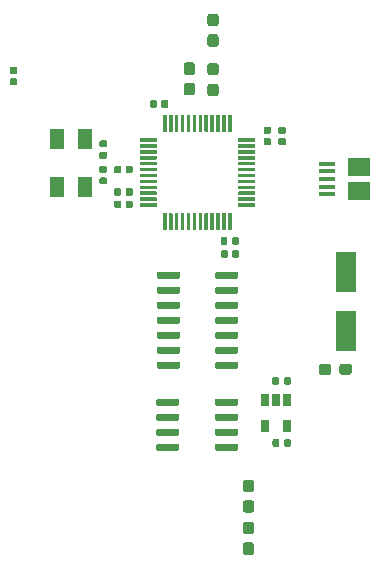
<source format=gbr>
G04 #@! TF.GenerationSoftware,KiCad,Pcbnew,5.1.4+dfsg1-1*
G04 #@! TF.CreationDate,2020-05-25T13:43:52+02:00*
G04 #@! TF.ProjectId,Telemetry,54656c65-6d65-4747-9279-2e6b69636164,rev?*
G04 #@! TF.SameCoordinates,Original*
G04 #@! TF.FileFunction,Paste,Top*
G04 #@! TF.FilePolarity,Positive*
%FSLAX46Y46*%
G04 Gerber Fmt 4.6, Leading zero omitted, Abs format (unit mm)*
G04 Created by KiCad (PCBNEW 5.1.4+dfsg1-1) date 2020-05-25 13:43:52*
%MOMM*%
%LPD*%
G04 APERTURE LIST*
%ADD10C,0.100000*%
%ADD11C,0.300000*%
%ADD12C,0.600000*%
%ADD13R,1.900000X1.500000*%
%ADD14R,1.350000X0.400000*%
%ADD15C,0.950000*%
%ADD16R,1.200000X1.800000*%
%ADD17R,1.800000X3.500000*%
%ADD18C,0.590000*%
%ADD19R,0.650000X1.060000*%
G04 APERTURE END LIST*
D10*
G36*
X232160351Y-109659861D02*
G01*
X232167632Y-109660941D01*
X232174771Y-109662729D01*
X232181701Y-109665209D01*
X232188355Y-109668356D01*
X232194668Y-109672140D01*
X232200579Y-109676524D01*
X232206033Y-109681467D01*
X232210976Y-109686921D01*
X232215360Y-109692832D01*
X232219144Y-109699145D01*
X232222291Y-109705799D01*
X232224771Y-109712729D01*
X232226559Y-109719868D01*
X232227639Y-109727149D01*
X232228000Y-109734500D01*
X232228000Y-111059500D01*
X232227639Y-111066851D01*
X232226559Y-111074132D01*
X232224771Y-111081271D01*
X232222291Y-111088201D01*
X232219144Y-111094855D01*
X232215360Y-111101168D01*
X232210976Y-111107079D01*
X232206033Y-111112533D01*
X232200579Y-111117476D01*
X232194668Y-111121860D01*
X232188355Y-111125644D01*
X232181701Y-111128791D01*
X232174771Y-111131271D01*
X232167632Y-111133059D01*
X232160351Y-111134139D01*
X232153000Y-111134500D01*
X232003000Y-111134500D01*
X231995649Y-111134139D01*
X231988368Y-111133059D01*
X231981229Y-111131271D01*
X231974299Y-111128791D01*
X231967645Y-111125644D01*
X231961332Y-111121860D01*
X231955421Y-111117476D01*
X231949967Y-111112533D01*
X231945024Y-111107079D01*
X231940640Y-111101168D01*
X231936856Y-111094855D01*
X231933709Y-111088201D01*
X231931229Y-111081271D01*
X231929441Y-111074132D01*
X231928361Y-111066851D01*
X231928000Y-111059500D01*
X231928000Y-109734500D01*
X231928361Y-109727149D01*
X231929441Y-109719868D01*
X231931229Y-109712729D01*
X231933709Y-109705799D01*
X231936856Y-109699145D01*
X231940640Y-109692832D01*
X231945024Y-109686921D01*
X231949967Y-109681467D01*
X231955421Y-109676524D01*
X231961332Y-109672140D01*
X231967645Y-109668356D01*
X231974299Y-109665209D01*
X231981229Y-109662729D01*
X231988368Y-109660941D01*
X231995649Y-109659861D01*
X232003000Y-109659500D01*
X232153000Y-109659500D01*
X232160351Y-109659861D01*
X232160351Y-109659861D01*
G37*
D11*
X232078000Y-110397000D03*
D10*
G36*
X232660351Y-109659861D02*
G01*
X232667632Y-109660941D01*
X232674771Y-109662729D01*
X232681701Y-109665209D01*
X232688355Y-109668356D01*
X232694668Y-109672140D01*
X232700579Y-109676524D01*
X232706033Y-109681467D01*
X232710976Y-109686921D01*
X232715360Y-109692832D01*
X232719144Y-109699145D01*
X232722291Y-109705799D01*
X232724771Y-109712729D01*
X232726559Y-109719868D01*
X232727639Y-109727149D01*
X232728000Y-109734500D01*
X232728000Y-111059500D01*
X232727639Y-111066851D01*
X232726559Y-111074132D01*
X232724771Y-111081271D01*
X232722291Y-111088201D01*
X232719144Y-111094855D01*
X232715360Y-111101168D01*
X232710976Y-111107079D01*
X232706033Y-111112533D01*
X232700579Y-111117476D01*
X232694668Y-111121860D01*
X232688355Y-111125644D01*
X232681701Y-111128791D01*
X232674771Y-111131271D01*
X232667632Y-111133059D01*
X232660351Y-111134139D01*
X232653000Y-111134500D01*
X232503000Y-111134500D01*
X232495649Y-111134139D01*
X232488368Y-111133059D01*
X232481229Y-111131271D01*
X232474299Y-111128791D01*
X232467645Y-111125644D01*
X232461332Y-111121860D01*
X232455421Y-111117476D01*
X232449967Y-111112533D01*
X232445024Y-111107079D01*
X232440640Y-111101168D01*
X232436856Y-111094855D01*
X232433709Y-111088201D01*
X232431229Y-111081271D01*
X232429441Y-111074132D01*
X232428361Y-111066851D01*
X232428000Y-111059500D01*
X232428000Y-109734500D01*
X232428361Y-109727149D01*
X232429441Y-109719868D01*
X232431229Y-109712729D01*
X232433709Y-109705799D01*
X232436856Y-109699145D01*
X232440640Y-109692832D01*
X232445024Y-109686921D01*
X232449967Y-109681467D01*
X232455421Y-109676524D01*
X232461332Y-109672140D01*
X232467645Y-109668356D01*
X232474299Y-109665209D01*
X232481229Y-109662729D01*
X232488368Y-109660941D01*
X232495649Y-109659861D01*
X232503000Y-109659500D01*
X232653000Y-109659500D01*
X232660351Y-109659861D01*
X232660351Y-109659861D01*
G37*
D11*
X232578000Y-110397000D03*
D10*
G36*
X233160351Y-109659861D02*
G01*
X233167632Y-109660941D01*
X233174771Y-109662729D01*
X233181701Y-109665209D01*
X233188355Y-109668356D01*
X233194668Y-109672140D01*
X233200579Y-109676524D01*
X233206033Y-109681467D01*
X233210976Y-109686921D01*
X233215360Y-109692832D01*
X233219144Y-109699145D01*
X233222291Y-109705799D01*
X233224771Y-109712729D01*
X233226559Y-109719868D01*
X233227639Y-109727149D01*
X233228000Y-109734500D01*
X233228000Y-111059500D01*
X233227639Y-111066851D01*
X233226559Y-111074132D01*
X233224771Y-111081271D01*
X233222291Y-111088201D01*
X233219144Y-111094855D01*
X233215360Y-111101168D01*
X233210976Y-111107079D01*
X233206033Y-111112533D01*
X233200579Y-111117476D01*
X233194668Y-111121860D01*
X233188355Y-111125644D01*
X233181701Y-111128791D01*
X233174771Y-111131271D01*
X233167632Y-111133059D01*
X233160351Y-111134139D01*
X233153000Y-111134500D01*
X233003000Y-111134500D01*
X232995649Y-111134139D01*
X232988368Y-111133059D01*
X232981229Y-111131271D01*
X232974299Y-111128791D01*
X232967645Y-111125644D01*
X232961332Y-111121860D01*
X232955421Y-111117476D01*
X232949967Y-111112533D01*
X232945024Y-111107079D01*
X232940640Y-111101168D01*
X232936856Y-111094855D01*
X232933709Y-111088201D01*
X232931229Y-111081271D01*
X232929441Y-111074132D01*
X232928361Y-111066851D01*
X232928000Y-111059500D01*
X232928000Y-109734500D01*
X232928361Y-109727149D01*
X232929441Y-109719868D01*
X232931229Y-109712729D01*
X232933709Y-109705799D01*
X232936856Y-109699145D01*
X232940640Y-109692832D01*
X232945024Y-109686921D01*
X232949967Y-109681467D01*
X232955421Y-109676524D01*
X232961332Y-109672140D01*
X232967645Y-109668356D01*
X232974299Y-109665209D01*
X232981229Y-109662729D01*
X232988368Y-109660941D01*
X232995649Y-109659861D01*
X233003000Y-109659500D01*
X233153000Y-109659500D01*
X233160351Y-109659861D01*
X233160351Y-109659861D01*
G37*
D11*
X233078000Y-110397000D03*
D10*
G36*
X233660351Y-109659861D02*
G01*
X233667632Y-109660941D01*
X233674771Y-109662729D01*
X233681701Y-109665209D01*
X233688355Y-109668356D01*
X233694668Y-109672140D01*
X233700579Y-109676524D01*
X233706033Y-109681467D01*
X233710976Y-109686921D01*
X233715360Y-109692832D01*
X233719144Y-109699145D01*
X233722291Y-109705799D01*
X233724771Y-109712729D01*
X233726559Y-109719868D01*
X233727639Y-109727149D01*
X233728000Y-109734500D01*
X233728000Y-111059500D01*
X233727639Y-111066851D01*
X233726559Y-111074132D01*
X233724771Y-111081271D01*
X233722291Y-111088201D01*
X233719144Y-111094855D01*
X233715360Y-111101168D01*
X233710976Y-111107079D01*
X233706033Y-111112533D01*
X233700579Y-111117476D01*
X233694668Y-111121860D01*
X233688355Y-111125644D01*
X233681701Y-111128791D01*
X233674771Y-111131271D01*
X233667632Y-111133059D01*
X233660351Y-111134139D01*
X233653000Y-111134500D01*
X233503000Y-111134500D01*
X233495649Y-111134139D01*
X233488368Y-111133059D01*
X233481229Y-111131271D01*
X233474299Y-111128791D01*
X233467645Y-111125644D01*
X233461332Y-111121860D01*
X233455421Y-111117476D01*
X233449967Y-111112533D01*
X233445024Y-111107079D01*
X233440640Y-111101168D01*
X233436856Y-111094855D01*
X233433709Y-111088201D01*
X233431229Y-111081271D01*
X233429441Y-111074132D01*
X233428361Y-111066851D01*
X233428000Y-111059500D01*
X233428000Y-109734500D01*
X233428361Y-109727149D01*
X233429441Y-109719868D01*
X233431229Y-109712729D01*
X233433709Y-109705799D01*
X233436856Y-109699145D01*
X233440640Y-109692832D01*
X233445024Y-109686921D01*
X233449967Y-109681467D01*
X233455421Y-109676524D01*
X233461332Y-109672140D01*
X233467645Y-109668356D01*
X233474299Y-109665209D01*
X233481229Y-109662729D01*
X233488368Y-109660941D01*
X233495649Y-109659861D01*
X233503000Y-109659500D01*
X233653000Y-109659500D01*
X233660351Y-109659861D01*
X233660351Y-109659861D01*
G37*
D11*
X233578000Y-110397000D03*
D10*
G36*
X234160351Y-109659861D02*
G01*
X234167632Y-109660941D01*
X234174771Y-109662729D01*
X234181701Y-109665209D01*
X234188355Y-109668356D01*
X234194668Y-109672140D01*
X234200579Y-109676524D01*
X234206033Y-109681467D01*
X234210976Y-109686921D01*
X234215360Y-109692832D01*
X234219144Y-109699145D01*
X234222291Y-109705799D01*
X234224771Y-109712729D01*
X234226559Y-109719868D01*
X234227639Y-109727149D01*
X234228000Y-109734500D01*
X234228000Y-111059500D01*
X234227639Y-111066851D01*
X234226559Y-111074132D01*
X234224771Y-111081271D01*
X234222291Y-111088201D01*
X234219144Y-111094855D01*
X234215360Y-111101168D01*
X234210976Y-111107079D01*
X234206033Y-111112533D01*
X234200579Y-111117476D01*
X234194668Y-111121860D01*
X234188355Y-111125644D01*
X234181701Y-111128791D01*
X234174771Y-111131271D01*
X234167632Y-111133059D01*
X234160351Y-111134139D01*
X234153000Y-111134500D01*
X234003000Y-111134500D01*
X233995649Y-111134139D01*
X233988368Y-111133059D01*
X233981229Y-111131271D01*
X233974299Y-111128791D01*
X233967645Y-111125644D01*
X233961332Y-111121860D01*
X233955421Y-111117476D01*
X233949967Y-111112533D01*
X233945024Y-111107079D01*
X233940640Y-111101168D01*
X233936856Y-111094855D01*
X233933709Y-111088201D01*
X233931229Y-111081271D01*
X233929441Y-111074132D01*
X233928361Y-111066851D01*
X233928000Y-111059500D01*
X233928000Y-109734500D01*
X233928361Y-109727149D01*
X233929441Y-109719868D01*
X233931229Y-109712729D01*
X233933709Y-109705799D01*
X233936856Y-109699145D01*
X233940640Y-109692832D01*
X233945024Y-109686921D01*
X233949967Y-109681467D01*
X233955421Y-109676524D01*
X233961332Y-109672140D01*
X233967645Y-109668356D01*
X233974299Y-109665209D01*
X233981229Y-109662729D01*
X233988368Y-109660941D01*
X233995649Y-109659861D01*
X234003000Y-109659500D01*
X234153000Y-109659500D01*
X234160351Y-109659861D01*
X234160351Y-109659861D01*
G37*
D11*
X234078000Y-110397000D03*
D10*
G36*
X234660351Y-109659861D02*
G01*
X234667632Y-109660941D01*
X234674771Y-109662729D01*
X234681701Y-109665209D01*
X234688355Y-109668356D01*
X234694668Y-109672140D01*
X234700579Y-109676524D01*
X234706033Y-109681467D01*
X234710976Y-109686921D01*
X234715360Y-109692832D01*
X234719144Y-109699145D01*
X234722291Y-109705799D01*
X234724771Y-109712729D01*
X234726559Y-109719868D01*
X234727639Y-109727149D01*
X234728000Y-109734500D01*
X234728000Y-111059500D01*
X234727639Y-111066851D01*
X234726559Y-111074132D01*
X234724771Y-111081271D01*
X234722291Y-111088201D01*
X234719144Y-111094855D01*
X234715360Y-111101168D01*
X234710976Y-111107079D01*
X234706033Y-111112533D01*
X234700579Y-111117476D01*
X234694668Y-111121860D01*
X234688355Y-111125644D01*
X234681701Y-111128791D01*
X234674771Y-111131271D01*
X234667632Y-111133059D01*
X234660351Y-111134139D01*
X234653000Y-111134500D01*
X234503000Y-111134500D01*
X234495649Y-111134139D01*
X234488368Y-111133059D01*
X234481229Y-111131271D01*
X234474299Y-111128791D01*
X234467645Y-111125644D01*
X234461332Y-111121860D01*
X234455421Y-111117476D01*
X234449967Y-111112533D01*
X234445024Y-111107079D01*
X234440640Y-111101168D01*
X234436856Y-111094855D01*
X234433709Y-111088201D01*
X234431229Y-111081271D01*
X234429441Y-111074132D01*
X234428361Y-111066851D01*
X234428000Y-111059500D01*
X234428000Y-109734500D01*
X234428361Y-109727149D01*
X234429441Y-109719868D01*
X234431229Y-109712729D01*
X234433709Y-109705799D01*
X234436856Y-109699145D01*
X234440640Y-109692832D01*
X234445024Y-109686921D01*
X234449967Y-109681467D01*
X234455421Y-109676524D01*
X234461332Y-109672140D01*
X234467645Y-109668356D01*
X234474299Y-109665209D01*
X234481229Y-109662729D01*
X234488368Y-109660941D01*
X234495649Y-109659861D01*
X234503000Y-109659500D01*
X234653000Y-109659500D01*
X234660351Y-109659861D01*
X234660351Y-109659861D01*
G37*
D11*
X234578000Y-110397000D03*
D10*
G36*
X235160351Y-109659861D02*
G01*
X235167632Y-109660941D01*
X235174771Y-109662729D01*
X235181701Y-109665209D01*
X235188355Y-109668356D01*
X235194668Y-109672140D01*
X235200579Y-109676524D01*
X235206033Y-109681467D01*
X235210976Y-109686921D01*
X235215360Y-109692832D01*
X235219144Y-109699145D01*
X235222291Y-109705799D01*
X235224771Y-109712729D01*
X235226559Y-109719868D01*
X235227639Y-109727149D01*
X235228000Y-109734500D01*
X235228000Y-111059500D01*
X235227639Y-111066851D01*
X235226559Y-111074132D01*
X235224771Y-111081271D01*
X235222291Y-111088201D01*
X235219144Y-111094855D01*
X235215360Y-111101168D01*
X235210976Y-111107079D01*
X235206033Y-111112533D01*
X235200579Y-111117476D01*
X235194668Y-111121860D01*
X235188355Y-111125644D01*
X235181701Y-111128791D01*
X235174771Y-111131271D01*
X235167632Y-111133059D01*
X235160351Y-111134139D01*
X235153000Y-111134500D01*
X235003000Y-111134500D01*
X234995649Y-111134139D01*
X234988368Y-111133059D01*
X234981229Y-111131271D01*
X234974299Y-111128791D01*
X234967645Y-111125644D01*
X234961332Y-111121860D01*
X234955421Y-111117476D01*
X234949967Y-111112533D01*
X234945024Y-111107079D01*
X234940640Y-111101168D01*
X234936856Y-111094855D01*
X234933709Y-111088201D01*
X234931229Y-111081271D01*
X234929441Y-111074132D01*
X234928361Y-111066851D01*
X234928000Y-111059500D01*
X234928000Y-109734500D01*
X234928361Y-109727149D01*
X234929441Y-109719868D01*
X234931229Y-109712729D01*
X234933709Y-109705799D01*
X234936856Y-109699145D01*
X234940640Y-109692832D01*
X234945024Y-109686921D01*
X234949967Y-109681467D01*
X234955421Y-109676524D01*
X234961332Y-109672140D01*
X234967645Y-109668356D01*
X234974299Y-109665209D01*
X234981229Y-109662729D01*
X234988368Y-109660941D01*
X234995649Y-109659861D01*
X235003000Y-109659500D01*
X235153000Y-109659500D01*
X235160351Y-109659861D01*
X235160351Y-109659861D01*
G37*
D11*
X235078000Y-110397000D03*
D10*
G36*
X235660351Y-109659861D02*
G01*
X235667632Y-109660941D01*
X235674771Y-109662729D01*
X235681701Y-109665209D01*
X235688355Y-109668356D01*
X235694668Y-109672140D01*
X235700579Y-109676524D01*
X235706033Y-109681467D01*
X235710976Y-109686921D01*
X235715360Y-109692832D01*
X235719144Y-109699145D01*
X235722291Y-109705799D01*
X235724771Y-109712729D01*
X235726559Y-109719868D01*
X235727639Y-109727149D01*
X235728000Y-109734500D01*
X235728000Y-111059500D01*
X235727639Y-111066851D01*
X235726559Y-111074132D01*
X235724771Y-111081271D01*
X235722291Y-111088201D01*
X235719144Y-111094855D01*
X235715360Y-111101168D01*
X235710976Y-111107079D01*
X235706033Y-111112533D01*
X235700579Y-111117476D01*
X235694668Y-111121860D01*
X235688355Y-111125644D01*
X235681701Y-111128791D01*
X235674771Y-111131271D01*
X235667632Y-111133059D01*
X235660351Y-111134139D01*
X235653000Y-111134500D01*
X235503000Y-111134500D01*
X235495649Y-111134139D01*
X235488368Y-111133059D01*
X235481229Y-111131271D01*
X235474299Y-111128791D01*
X235467645Y-111125644D01*
X235461332Y-111121860D01*
X235455421Y-111117476D01*
X235449967Y-111112533D01*
X235445024Y-111107079D01*
X235440640Y-111101168D01*
X235436856Y-111094855D01*
X235433709Y-111088201D01*
X235431229Y-111081271D01*
X235429441Y-111074132D01*
X235428361Y-111066851D01*
X235428000Y-111059500D01*
X235428000Y-109734500D01*
X235428361Y-109727149D01*
X235429441Y-109719868D01*
X235431229Y-109712729D01*
X235433709Y-109705799D01*
X235436856Y-109699145D01*
X235440640Y-109692832D01*
X235445024Y-109686921D01*
X235449967Y-109681467D01*
X235455421Y-109676524D01*
X235461332Y-109672140D01*
X235467645Y-109668356D01*
X235474299Y-109665209D01*
X235481229Y-109662729D01*
X235488368Y-109660941D01*
X235495649Y-109659861D01*
X235503000Y-109659500D01*
X235653000Y-109659500D01*
X235660351Y-109659861D01*
X235660351Y-109659861D01*
G37*
D11*
X235578000Y-110397000D03*
D10*
G36*
X236160351Y-109659861D02*
G01*
X236167632Y-109660941D01*
X236174771Y-109662729D01*
X236181701Y-109665209D01*
X236188355Y-109668356D01*
X236194668Y-109672140D01*
X236200579Y-109676524D01*
X236206033Y-109681467D01*
X236210976Y-109686921D01*
X236215360Y-109692832D01*
X236219144Y-109699145D01*
X236222291Y-109705799D01*
X236224771Y-109712729D01*
X236226559Y-109719868D01*
X236227639Y-109727149D01*
X236228000Y-109734500D01*
X236228000Y-111059500D01*
X236227639Y-111066851D01*
X236226559Y-111074132D01*
X236224771Y-111081271D01*
X236222291Y-111088201D01*
X236219144Y-111094855D01*
X236215360Y-111101168D01*
X236210976Y-111107079D01*
X236206033Y-111112533D01*
X236200579Y-111117476D01*
X236194668Y-111121860D01*
X236188355Y-111125644D01*
X236181701Y-111128791D01*
X236174771Y-111131271D01*
X236167632Y-111133059D01*
X236160351Y-111134139D01*
X236153000Y-111134500D01*
X236003000Y-111134500D01*
X235995649Y-111134139D01*
X235988368Y-111133059D01*
X235981229Y-111131271D01*
X235974299Y-111128791D01*
X235967645Y-111125644D01*
X235961332Y-111121860D01*
X235955421Y-111117476D01*
X235949967Y-111112533D01*
X235945024Y-111107079D01*
X235940640Y-111101168D01*
X235936856Y-111094855D01*
X235933709Y-111088201D01*
X235931229Y-111081271D01*
X235929441Y-111074132D01*
X235928361Y-111066851D01*
X235928000Y-111059500D01*
X235928000Y-109734500D01*
X235928361Y-109727149D01*
X235929441Y-109719868D01*
X235931229Y-109712729D01*
X235933709Y-109705799D01*
X235936856Y-109699145D01*
X235940640Y-109692832D01*
X235945024Y-109686921D01*
X235949967Y-109681467D01*
X235955421Y-109676524D01*
X235961332Y-109672140D01*
X235967645Y-109668356D01*
X235974299Y-109665209D01*
X235981229Y-109662729D01*
X235988368Y-109660941D01*
X235995649Y-109659861D01*
X236003000Y-109659500D01*
X236153000Y-109659500D01*
X236160351Y-109659861D01*
X236160351Y-109659861D01*
G37*
D11*
X236078000Y-110397000D03*
D10*
G36*
X236660351Y-109659861D02*
G01*
X236667632Y-109660941D01*
X236674771Y-109662729D01*
X236681701Y-109665209D01*
X236688355Y-109668356D01*
X236694668Y-109672140D01*
X236700579Y-109676524D01*
X236706033Y-109681467D01*
X236710976Y-109686921D01*
X236715360Y-109692832D01*
X236719144Y-109699145D01*
X236722291Y-109705799D01*
X236724771Y-109712729D01*
X236726559Y-109719868D01*
X236727639Y-109727149D01*
X236728000Y-109734500D01*
X236728000Y-111059500D01*
X236727639Y-111066851D01*
X236726559Y-111074132D01*
X236724771Y-111081271D01*
X236722291Y-111088201D01*
X236719144Y-111094855D01*
X236715360Y-111101168D01*
X236710976Y-111107079D01*
X236706033Y-111112533D01*
X236700579Y-111117476D01*
X236694668Y-111121860D01*
X236688355Y-111125644D01*
X236681701Y-111128791D01*
X236674771Y-111131271D01*
X236667632Y-111133059D01*
X236660351Y-111134139D01*
X236653000Y-111134500D01*
X236503000Y-111134500D01*
X236495649Y-111134139D01*
X236488368Y-111133059D01*
X236481229Y-111131271D01*
X236474299Y-111128791D01*
X236467645Y-111125644D01*
X236461332Y-111121860D01*
X236455421Y-111117476D01*
X236449967Y-111112533D01*
X236445024Y-111107079D01*
X236440640Y-111101168D01*
X236436856Y-111094855D01*
X236433709Y-111088201D01*
X236431229Y-111081271D01*
X236429441Y-111074132D01*
X236428361Y-111066851D01*
X236428000Y-111059500D01*
X236428000Y-109734500D01*
X236428361Y-109727149D01*
X236429441Y-109719868D01*
X236431229Y-109712729D01*
X236433709Y-109705799D01*
X236436856Y-109699145D01*
X236440640Y-109692832D01*
X236445024Y-109686921D01*
X236449967Y-109681467D01*
X236455421Y-109676524D01*
X236461332Y-109672140D01*
X236467645Y-109668356D01*
X236474299Y-109665209D01*
X236481229Y-109662729D01*
X236488368Y-109660941D01*
X236495649Y-109659861D01*
X236503000Y-109659500D01*
X236653000Y-109659500D01*
X236660351Y-109659861D01*
X236660351Y-109659861D01*
G37*
D11*
X236578000Y-110397000D03*
D10*
G36*
X237160351Y-109659861D02*
G01*
X237167632Y-109660941D01*
X237174771Y-109662729D01*
X237181701Y-109665209D01*
X237188355Y-109668356D01*
X237194668Y-109672140D01*
X237200579Y-109676524D01*
X237206033Y-109681467D01*
X237210976Y-109686921D01*
X237215360Y-109692832D01*
X237219144Y-109699145D01*
X237222291Y-109705799D01*
X237224771Y-109712729D01*
X237226559Y-109719868D01*
X237227639Y-109727149D01*
X237228000Y-109734500D01*
X237228000Y-111059500D01*
X237227639Y-111066851D01*
X237226559Y-111074132D01*
X237224771Y-111081271D01*
X237222291Y-111088201D01*
X237219144Y-111094855D01*
X237215360Y-111101168D01*
X237210976Y-111107079D01*
X237206033Y-111112533D01*
X237200579Y-111117476D01*
X237194668Y-111121860D01*
X237188355Y-111125644D01*
X237181701Y-111128791D01*
X237174771Y-111131271D01*
X237167632Y-111133059D01*
X237160351Y-111134139D01*
X237153000Y-111134500D01*
X237003000Y-111134500D01*
X236995649Y-111134139D01*
X236988368Y-111133059D01*
X236981229Y-111131271D01*
X236974299Y-111128791D01*
X236967645Y-111125644D01*
X236961332Y-111121860D01*
X236955421Y-111117476D01*
X236949967Y-111112533D01*
X236945024Y-111107079D01*
X236940640Y-111101168D01*
X236936856Y-111094855D01*
X236933709Y-111088201D01*
X236931229Y-111081271D01*
X236929441Y-111074132D01*
X236928361Y-111066851D01*
X236928000Y-111059500D01*
X236928000Y-109734500D01*
X236928361Y-109727149D01*
X236929441Y-109719868D01*
X236931229Y-109712729D01*
X236933709Y-109705799D01*
X236936856Y-109699145D01*
X236940640Y-109692832D01*
X236945024Y-109686921D01*
X236949967Y-109681467D01*
X236955421Y-109676524D01*
X236961332Y-109672140D01*
X236967645Y-109668356D01*
X236974299Y-109665209D01*
X236981229Y-109662729D01*
X236988368Y-109660941D01*
X236995649Y-109659861D01*
X237003000Y-109659500D01*
X237153000Y-109659500D01*
X237160351Y-109659861D01*
X237160351Y-109659861D01*
G37*
D11*
X237078000Y-110397000D03*
D10*
G36*
X237660351Y-109659861D02*
G01*
X237667632Y-109660941D01*
X237674771Y-109662729D01*
X237681701Y-109665209D01*
X237688355Y-109668356D01*
X237694668Y-109672140D01*
X237700579Y-109676524D01*
X237706033Y-109681467D01*
X237710976Y-109686921D01*
X237715360Y-109692832D01*
X237719144Y-109699145D01*
X237722291Y-109705799D01*
X237724771Y-109712729D01*
X237726559Y-109719868D01*
X237727639Y-109727149D01*
X237728000Y-109734500D01*
X237728000Y-111059500D01*
X237727639Y-111066851D01*
X237726559Y-111074132D01*
X237724771Y-111081271D01*
X237722291Y-111088201D01*
X237719144Y-111094855D01*
X237715360Y-111101168D01*
X237710976Y-111107079D01*
X237706033Y-111112533D01*
X237700579Y-111117476D01*
X237694668Y-111121860D01*
X237688355Y-111125644D01*
X237681701Y-111128791D01*
X237674771Y-111131271D01*
X237667632Y-111133059D01*
X237660351Y-111134139D01*
X237653000Y-111134500D01*
X237503000Y-111134500D01*
X237495649Y-111134139D01*
X237488368Y-111133059D01*
X237481229Y-111131271D01*
X237474299Y-111128791D01*
X237467645Y-111125644D01*
X237461332Y-111121860D01*
X237455421Y-111117476D01*
X237449967Y-111112533D01*
X237445024Y-111107079D01*
X237440640Y-111101168D01*
X237436856Y-111094855D01*
X237433709Y-111088201D01*
X237431229Y-111081271D01*
X237429441Y-111074132D01*
X237428361Y-111066851D01*
X237428000Y-111059500D01*
X237428000Y-109734500D01*
X237428361Y-109727149D01*
X237429441Y-109719868D01*
X237431229Y-109712729D01*
X237433709Y-109705799D01*
X237436856Y-109699145D01*
X237440640Y-109692832D01*
X237445024Y-109686921D01*
X237449967Y-109681467D01*
X237455421Y-109676524D01*
X237461332Y-109672140D01*
X237467645Y-109668356D01*
X237474299Y-109665209D01*
X237481229Y-109662729D01*
X237488368Y-109660941D01*
X237495649Y-109659861D01*
X237503000Y-109659500D01*
X237653000Y-109659500D01*
X237660351Y-109659861D01*
X237660351Y-109659861D01*
G37*
D11*
X237578000Y-110397000D03*
D10*
G36*
X239660351Y-111659861D02*
G01*
X239667632Y-111660941D01*
X239674771Y-111662729D01*
X239681701Y-111665209D01*
X239688355Y-111668356D01*
X239694668Y-111672140D01*
X239700579Y-111676524D01*
X239706033Y-111681467D01*
X239710976Y-111686921D01*
X239715360Y-111692832D01*
X239719144Y-111699145D01*
X239722291Y-111705799D01*
X239724771Y-111712729D01*
X239726559Y-111719868D01*
X239727639Y-111727149D01*
X239728000Y-111734500D01*
X239728000Y-111884500D01*
X239727639Y-111891851D01*
X239726559Y-111899132D01*
X239724771Y-111906271D01*
X239722291Y-111913201D01*
X239719144Y-111919855D01*
X239715360Y-111926168D01*
X239710976Y-111932079D01*
X239706033Y-111937533D01*
X239700579Y-111942476D01*
X239694668Y-111946860D01*
X239688355Y-111950644D01*
X239681701Y-111953791D01*
X239674771Y-111956271D01*
X239667632Y-111958059D01*
X239660351Y-111959139D01*
X239653000Y-111959500D01*
X238328000Y-111959500D01*
X238320649Y-111959139D01*
X238313368Y-111958059D01*
X238306229Y-111956271D01*
X238299299Y-111953791D01*
X238292645Y-111950644D01*
X238286332Y-111946860D01*
X238280421Y-111942476D01*
X238274967Y-111937533D01*
X238270024Y-111932079D01*
X238265640Y-111926168D01*
X238261856Y-111919855D01*
X238258709Y-111913201D01*
X238256229Y-111906271D01*
X238254441Y-111899132D01*
X238253361Y-111891851D01*
X238253000Y-111884500D01*
X238253000Y-111734500D01*
X238253361Y-111727149D01*
X238254441Y-111719868D01*
X238256229Y-111712729D01*
X238258709Y-111705799D01*
X238261856Y-111699145D01*
X238265640Y-111692832D01*
X238270024Y-111686921D01*
X238274967Y-111681467D01*
X238280421Y-111676524D01*
X238286332Y-111672140D01*
X238292645Y-111668356D01*
X238299299Y-111665209D01*
X238306229Y-111662729D01*
X238313368Y-111660941D01*
X238320649Y-111659861D01*
X238328000Y-111659500D01*
X239653000Y-111659500D01*
X239660351Y-111659861D01*
X239660351Y-111659861D01*
G37*
D11*
X238990500Y-111809500D03*
D10*
G36*
X239660351Y-112159861D02*
G01*
X239667632Y-112160941D01*
X239674771Y-112162729D01*
X239681701Y-112165209D01*
X239688355Y-112168356D01*
X239694668Y-112172140D01*
X239700579Y-112176524D01*
X239706033Y-112181467D01*
X239710976Y-112186921D01*
X239715360Y-112192832D01*
X239719144Y-112199145D01*
X239722291Y-112205799D01*
X239724771Y-112212729D01*
X239726559Y-112219868D01*
X239727639Y-112227149D01*
X239728000Y-112234500D01*
X239728000Y-112384500D01*
X239727639Y-112391851D01*
X239726559Y-112399132D01*
X239724771Y-112406271D01*
X239722291Y-112413201D01*
X239719144Y-112419855D01*
X239715360Y-112426168D01*
X239710976Y-112432079D01*
X239706033Y-112437533D01*
X239700579Y-112442476D01*
X239694668Y-112446860D01*
X239688355Y-112450644D01*
X239681701Y-112453791D01*
X239674771Y-112456271D01*
X239667632Y-112458059D01*
X239660351Y-112459139D01*
X239653000Y-112459500D01*
X238328000Y-112459500D01*
X238320649Y-112459139D01*
X238313368Y-112458059D01*
X238306229Y-112456271D01*
X238299299Y-112453791D01*
X238292645Y-112450644D01*
X238286332Y-112446860D01*
X238280421Y-112442476D01*
X238274967Y-112437533D01*
X238270024Y-112432079D01*
X238265640Y-112426168D01*
X238261856Y-112419855D01*
X238258709Y-112413201D01*
X238256229Y-112406271D01*
X238254441Y-112399132D01*
X238253361Y-112391851D01*
X238253000Y-112384500D01*
X238253000Y-112234500D01*
X238253361Y-112227149D01*
X238254441Y-112219868D01*
X238256229Y-112212729D01*
X238258709Y-112205799D01*
X238261856Y-112199145D01*
X238265640Y-112192832D01*
X238270024Y-112186921D01*
X238274967Y-112181467D01*
X238280421Y-112176524D01*
X238286332Y-112172140D01*
X238292645Y-112168356D01*
X238299299Y-112165209D01*
X238306229Y-112162729D01*
X238313368Y-112160941D01*
X238320649Y-112159861D01*
X238328000Y-112159500D01*
X239653000Y-112159500D01*
X239660351Y-112159861D01*
X239660351Y-112159861D01*
G37*
D11*
X238990500Y-112309500D03*
D10*
G36*
X239660351Y-112659861D02*
G01*
X239667632Y-112660941D01*
X239674771Y-112662729D01*
X239681701Y-112665209D01*
X239688355Y-112668356D01*
X239694668Y-112672140D01*
X239700579Y-112676524D01*
X239706033Y-112681467D01*
X239710976Y-112686921D01*
X239715360Y-112692832D01*
X239719144Y-112699145D01*
X239722291Y-112705799D01*
X239724771Y-112712729D01*
X239726559Y-112719868D01*
X239727639Y-112727149D01*
X239728000Y-112734500D01*
X239728000Y-112884500D01*
X239727639Y-112891851D01*
X239726559Y-112899132D01*
X239724771Y-112906271D01*
X239722291Y-112913201D01*
X239719144Y-112919855D01*
X239715360Y-112926168D01*
X239710976Y-112932079D01*
X239706033Y-112937533D01*
X239700579Y-112942476D01*
X239694668Y-112946860D01*
X239688355Y-112950644D01*
X239681701Y-112953791D01*
X239674771Y-112956271D01*
X239667632Y-112958059D01*
X239660351Y-112959139D01*
X239653000Y-112959500D01*
X238328000Y-112959500D01*
X238320649Y-112959139D01*
X238313368Y-112958059D01*
X238306229Y-112956271D01*
X238299299Y-112953791D01*
X238292645Y-112950644D01*
X238286332Y-112946860D01*
X238280421Y-112942476D01*
X238274967Y-112937533D01*
X238270024Y-112932079D01*
X238265640Y-112926168D01*
X238261856Y-112919855D01*
X238258709Y-112913201D01*
X238256229Y-112906271D01*
X238254441Y-112899132D01*
X238253361Y-112891851D01*
X238253000Y-112884500D01*
X238253000Y-112734500D01*
X238253361Y-112727149D01*
X238254441Y-112719868D01*
X238256229Y-112712729D01*
X238258709Y-112705799D01*
X238261856Y-112699145D01*
X238265640Y-112692832D01*
X238270024Y-112686921D01*
X238274967Y-112681467D01*
X238280421Y-112676524D01*
X238286332Y-112672140D01*
X238292645Y-112668356D01*
X238299299Y-112665209D01*
X238306229Y-112662729D01*
X238313368Y-112660941D01*
X238320649Y-112659861D01*
X238328000Y-112659500D01*
X239653000Y-112659500D01*
X239660351Y-112659861D01*
X239660351Y-112659861D01*
G37*
D11*
X238990500Y-112809500D03*
D10*
G36*
X239660351Y-113159861D02*
G01*
X239667632Y-113160941D01*
X239674771Y-113162729D01*
X239681701Y-113165209D01*
X239688355Y-113168356D01*
X239694668Y-113172140D01*
X239700579Y-113176524D01*
X239706033Y-113181467D01*
X239710976Y-113186921D01*
X239715360Y-113192832D01*
X239719144Y-113199145D01*
X239722291Y-113205799D01*
X239724771Y-113212729D01*
X239726559Y-113219868D01*
X239727639Y-113227149D01*
X239728000Y-113234500D01*
X239728000Y-113384500D01*
X239727639Y-113391851D01*
X239726559Y-113399132D01*
X239724771Y-113406271D01*
X239722291Y-113413201D01*
X239719144Y-113419855D01*
X239715360Y-113426168D01*
X239710976Y-113432079D01*
X239706033Y-113437533D01*
X239700579Y-113442476D01*
X239694668Y-113446860D01*
X239688355Y-113450644D01*
X239681701Y-113453791D01*
X239674771Y-113456271D01*
X239667632Y-113458059D01*
X239660351Y-113459139D01*
X239653000Y-113459500D01*
X238328000Y-113459500D01*
X238320649Y-113459139D01*
X238313368Y-113458059D01*
X238306229Y-113456271D01*
X238299299Y-113453791D01*
X238292645Y-113450644D01*
X238286332Y-113446860D01*
X238280421Y-113442476D01*
X238274967Y-113437533D01*
X238270024Y-113432079D01*
X238265640Y-113426168D01*
X238261856Y-113419855D01*
X238258709Y-113413201D01*
X238256229Y-113406271D01*
X238254441Y-113399132D01*
X238253361Y-113391851D01*
X238253000Y-113384500D01*
X238253000Y-113234500D01*
X238253361Y-113227149D01*
X238254441Y-113219868D01*
X238256229Y-113212729D01*
X238258709Y-113205799D01*
X238261856Y-113199145D01*
X238265640Y-113192832D01*
X238270024Y-113186921D01*
X238274967Y-113181467D01*
X238280421Y-113176524D01*
X238286332Y-113172140D01*
X238292645Y-113168356D01*
X238299299Y-113165209D01*
X238306229Y-113162729D01*
X238313368Y-113160941D01*
X238320649Y-113159861D01*
X238328000Y-113159500D01*
X239653000Y-113159500D01*
X239660351Y-113159861D01*
X239660351Y-113159861D01*
G37*
D11*
X238990500Y-113309500D03*
D10*
G36*
X239660351Y-113659861D02*
G01*
X239667632Y-113660941D01*
X239674771Y-113662729D01*
X239681701Y-113665209D01*
X239688355Y-113668356D01*
X239694668Y-113672140D01*
X239700579Y-113676524D01*
X239706033Y-113681467D01*
X239710976Y-113686921D01*
X239715360Y-113692832D01*
X239719144Y-113699145D01*
X239722291Y-113705799D01*
X239724771Y-113712729D01*
X239726559Y-113719868D01*
X239727639Y-113727149D01*
X239728000Y-113734500D01*
X239728000Y-113884500D01*
X239727639Y-113891851D01*
X239726559Y-113899132D01*
X239724771Y-113906271D01*
X239722291Y-113913201D01*
X239719144Y-113919855D01*
X239715360Y-113926168D01*
X239710976Y-113932079D01*
X239706033Y-113937533D01*
X239700579Y-113942476D01*
X239694668Y-113946860D01*
X239688355Y-113950644D01*
X239681701Y-113953791D01*
X239674771Y-113956271D01*
X239667632Y-113958059D01*
X239660351Y-113959139D01*
X239653000Y-113959500D01*
X238328000Y-113959500D01*
X238320649Y-113959139D01*
X238313368Y-113958059D01*
X238306229Y-113956271D01*
X238299299Y-113953791D01*
X238292645Y-113950644D01*
X238286332Y-113946860D01*
X238280421Y-113942476D01*
X238274967Y-113937533D01*
X238270024Y-113932079D01*
X238265640Y-113926168D01*
X238261856Y-113919855D01*
X238258709Y-113913201D01*
X238256229Y-113906271D01*
X238254441Y-113899132D01*
X238253361Y-113891851D01*
X238253000Y-113884500D01*
X238253000Y-113734500D01*
X238253361Y-113727149D01*
X238254441Y-113719868D01*
X238256229Y-113712729D01*
X238258709Y-113705799D01*
X238261856Y-113699145D01*
X238265640Y-113692832D01*
X238270024Y-113686921D01*
X238274967Y-113681467D01*
X238280421Y-113676524D01*
X238286332Y-113672140D01*
X238292645Y-113668356D01*
X238299299Y-113665209D01*
X238306229Y-113662729D01*
X238313368Y-113660941D01*
X238320649Y-113659861D01*
X238328000Y-113659500D01*
X239653000Y-113659500D01*
X239660351Y-113659861D01*
X239660351Y-113659861D01*
G37*
D11*
X238990500Y-113809500D03*
D10*
G36*
X239660351Y-114159861D02*
G01*
X239667632Y-114160941D01*
X239674771Y-114162729D01*
X239681701Y-114165209D01*
X239688355Y-114168356D01*
X239694668Y-114172140D01*
X239700579Y-114176524D01*
X239706033Y-114181467D01*
X239710976Y-114186921D01*
X239715360Y-114192832D01*
X239719144Y-114199145D01*
X239722291Y-114205799D01*
X239724771Y-114212729D01*
X239726559Y-114219868D01*
X239727639Y-114227149D01*
X239728000Y-114234500D01*
X239728000Y-114384500D01*
X239727639Y-114391851D01*
X239726559Y-114399132D01*
X239724771Y-114406271D01*
X239722291Y-114413201D01*
X239719144Y-114419855D01*
X239715360Y-114426168D01*
X239710976Y-114432079D01*
X239706033Y-114437533D01*
X239700579Y-114442476D01*
X239694668Y-114446860D01*
X239688355Y-114450644D01*
X239681701Y-114453791D01*
X239674771Y-114456271D01*
X239667632Y-114458059D01*
X239660351Y-114459139D01*
X239653000Y-114459500D01*
X238328000Y-114459500D01*
X238320649Y-114459139D01*
X238313368Y-114458059D01*
X238306229Y-114456271D01*
X238299299Y-114453791D01*
X238292645Y-114450644D01*
X238286332Y-114446860D01*
X238280421Y-114442476D01*
X238274967Y-114437533D01*
X238270024Y-114432079D01*
X238265640Y-114426168D01*
X238261856Y-114419855D01*
X238258709Y-114413201D01*
X238256229Y-114406271D01*
X238254441Y-114399132D01*
X238253361Y-114391851D01*
X238253000Y-114384500D01*
X238253000Y-114234500D01*
X238253361Y-114227149D01*
X238254441Y-114219868D01*
X238256229Y-114212729D01*
X238258709Y-114205799D01*
X238261856Y-114199145D01*
X238265640Y-114192832D01*
X238270024Y-114186921D01*
X238274967Y-114181467D01*
X238280421Y-114176524D01*
X238286332Y-114172140D01*
X238292645Y-114168356D01*
X238299299Y-114165209D01*
X238306229Y-114162729D01*
X238313368Y-114160941D01*
X238320649Y-114159861D01*
X238328000Y-114159500D01*
X239653000Y-114159500D01*
X239660351Y-114159861D01*
X239660351Y-114159861D01*
G37*
D11*
X238990500Y-114309500D03*
D10*
G36*
X239660351Y-114659861D02*
G01*
X239667632Y-114660941D01*
X239674771Y-114662729D01*
X239681701Y-114665209D01*
X239688355Y-114668356D01*
X239694668Y-114672140D01*
X239700579Y-114676524D01*
X239706033Y-114681467D01*
X239710976Y-114686921D01*
X239715360Y-114692832D01*
X239719144Y-114699145D01*
X239722291Y-114705799D01*
X239724771Y-114712729D01*
X239726559Y-114719868D01*
X239727639Y-114727149D01*
X239728000Y-114734500D01*
X239728000Y-114884500D01*
X239727639Y-114891851D01*
X239726559Y-114899132D01*
X239724771Y-114906271D01*
X239722291Y-114913201D01*
X239719144Y-114919855D01*
X239715360Y-114926168D01*
X239710976Y-114932079D01*
X239706033Y-114937533D01*
X239700579Y-114942476D01*
X239694668Y-114946860D01*
X239688355Y-114950644D01*
X239681701Y-114953791D01*
X239674771Y-114956271D01*
X239667632Y-114958059D01*
X239660351Y-114959139D01*
X239653000Y-114959500D01*
X238328000Y-114959500D01*
X238320649Y-114959139D01*
X238313368Y-114958059D01*
X238306229Y-114956271D01*
X238299299Y-114953791D01*
X238292645Y-114950644D01*
X238286332Y-114946860D01*
X238280421Y-114942476D01*
X238274967Y-114937533D01*
X238270024Y-114932079D01*
X238265640Y-114926168D01*
X238261856Y-114919855D01*
X238258709Y-114913201D01*
X238256229Y-114906271D01*
X238254441Y-114899132D01*
X238253361Y-114891851D01*
X238253000Y-114884500D01*
X238253000Y-114734500D01*
X238253361Y-114727149D01*
X238254441Y-114719868D01*
X238256229Y-114712729D01*
X238258709Y-114705799D01*
X238261856Y-114699145D01*
X238265640Y-114692832D01*
X238270024Y-114686921D01*
X238274967Y-114681467D01*
X238280421Y-114676524D01*
X238286332Y-114672140D01*
X238292645Y-114668356D01*
X238299299Y-114665209D01*
X238306229Y-114662729D01*
X238313368Y-114660941D01*
X238320649Y-114659861D01*
X238328000Y-114659500D01*
X239653000Y-114659500D01*
X239660351Y-114659861D01*
X239660351Y-114659861D01*
G37*
D11*
X238990500Y-114809500D03*
D10*
G36*
X239660351Y-115159861D02*
G01*
X239667632Y-115160941D01*
X239674771Y-115162729D01*
X239681701Y-115165209D01*
X239688355Y-115168356D01*
X239694668Y-115172140D01*
X239700579Y-115176524D01*
X239706033Y-115181467D01*
X239710976Y-115186921D01*
X239715360Y-115192832D01*
X239719144Y-115199145D01*
X239722291Y-115205799D01*
X239724771Y-115212729D01*
X239726559Y-115219868D01*
X239727639Y-115227149D01*
X239728000Y-115234500D01*
X239728000Y-115384500D01*
X239727639Y-115391851D01*
X239726559Y-115399132D01*
X239724771Y-115406271D01*
X239722291Y-115413201D01*
X239719144Y-115419855D01*
X239715360Y-115426168D01*
X239710976Y-115432079D01*
X239706033Y-115437533D01*
X239700579Y-115442476D01*
X239694668Y-115446860D01*
X239688355Y-115450644D01*
X239681701Y-115453791D01*
X239674771Y-115456271D01*
X239667632Y-115458059D01*
X239660351Y-115459139D01*
X239653000Y-115459500D01*
X238328000Y-115459500D01*
X238320649Y-115459139D01*
X238313368Y-115458059D01*
X238306229Y-115456271D01*
X238299299Y-115453791D01*
X238292645Y-115450644D01*
X238286332Y-115446860D01*
X238280421Y-115442476D01*
X238274967Y-115437533D01*
X238270024Y-115432079D01*
X238265640Y-115426168D01*
X238261856Y-115419855D01*
X238258709Y-115413201D01*
X238256229Y-115406271D01*
X238254441Y-115399132D01*
X238253361Y-115391851D01*
X238253000Y-115384500D01*
X238253000Y-115234500D01*
X238253361Y-115227149D01*
X238254441Y-115219868D01*
X238256229Y-115212729D01*
X238258709Y-115205799D01*
X238261856Y-115199145D01*
X238265640Y-115192832D01*
X238270024Y-115186921D01*
X238274967Y-115181467D01*
X238280421Y-115176524D01*
X238286332Y-115172140D01*
X238292645Y-115168356D01*
X238299299Y-115165209D01*
X238306229Y-115162729D01*
X238313368Y-115160941D01*
X238320649Y-115159861D01*
X238328000Y-115159500D01*
X239653000Y-115159500D01*
X239660351Y-115159861D01*
X239660351Y-115159861D01*
G37*
D11*
X238990500Y-115309500D03*
D10*
G36*
X239660351Y-115659861D02*
G01*
X239667632Y-115660941D01*
X239674771Y-115662729D01*
X239681701Y-115665209D01*
X239688355Y-115668356D01*
X239694668Y-115672140D01*
X239700579Y-115676524D01*
X239706033Y-115681467D01*
X239710976Y-115686921D01*
X239715360Y-115692832D01*
X239719144Y-115699145D01*
X239722291Y-115705799D01*
X239724771Y-115712729D01*
X239726559Y-115719868D01*
X239727639Y-115727149D01*
X239728000Y-115734500D01*
X239728000Y-115884500D01*
X239727639Y-115891851D01*
X239726559Y-115899132D01*
X239724771Y-115906271D01*
X239722291Y-115913201D01*
X239719144Y-115919855D01*
X239715360Y-115926168D01*
X239710976Y-115932079D01*
X239706033Y-115937533D01*
X239700579Y-115942476D01*
X239694668Y-115946860D01*
X239688355Y-115950644D01*
X239681701Y-115953791D01*
X239674771Y-115956271D01*
X239667632Y-115958059D01*
X239660351Y-115959139D01*
X239653000Y-115959500D01*
X238328000Y-115959500D01*
X238320649Y-115959139D01*
X238313368Y-115958059D01*
X238306229Y-115956271D01*
X238299299Y-115953791D01*
X238292645Y-115950644D01*
X238286332Y-115946860D01*
X238280421Y-115942476D01*
X238274967Y-115937533D01*
X238270024Y-115932079D01*
X238265640Y-115926168D01*
X238261856Y-115919855D01*
X238258709Y-115913201D01*
X238256229Y-115906271D01*
X238254441Y-115899132D01*
X238253361Y-115891851D01*
X238253000Y-115884500D01*
X238253000Y-115734500D01*
X238253361Y-115727149D01*
X238254441Y-115719868D01*
X238256229Y-115712729D01*
X238258709Y-115705799D01*
X238261856Y-115699145D01*
X238265640Y-115692832D01*
X238270024Y-115686921D01*
X238274967Y-115681467D01*
X238280421Y-115676524D01*
X238286332Y-115672140D01*
X238292645Y-115668356D01*
X238299299Y-115665209D01*
X238306229Y-115662729D01*
X238313368Y-115660941D01*
X238320649Y-115659861D01*
X238328000Y-115659500D01*
X239653000Y-115659500D01*
X239660351Y-115659861D01*
X239660351Y-115659861D01*
G37*
D11*
X238990500Y-115809500D03*
D10*
G36*
X239660351Y-116159861D02*
G01*
X239667632Y-116160941D01*
X239674771Y-116162729D01*
X239681701Y-116165209D01*
X239688355Y-116168356D01*
X239694668Y-116172140D01*
X239700579Y-116176524D01*
X239706033Y-116181467D01*
X239710976Y-116186921D01*
X239715360Y-116192832D01*
X239719144Y-116199145D01*
X239722291Y-116205799D01*
X239724771Y-116212729D01*
X239726559Y-116219868D01*
X239727639Y-116227149D01*
X239728000Y-116234500D01*
X239728000Y-116384500D01*
X239727639Y-116391851D01*
X239726559Y-116399132D01*
X239724771Y-116406271D01*
X239722291Y-116413201D01*
X239719144Y-116419855D01*
X239715360Y-116426168D01*
X239710976Y-116432079D01*
X239706033Y-116437533D01*
X239700579Y-116442476D01*
X239694668Y-116446860D01*
X239688355Y-116450644D01*
X239681701Y-116453791D01*
X239674771Y-116456271D01*
X239667632Y-116458059D01*
X239660351Y-116459139D01*
X239653000Y-116459500D01*
X238328000Y-116459500D01*
X238320649Y-116459139D01*
X238313368Y-116458059D01*
X238306229Y-116456271D01*
X238299299Y-116453791D01*
X238292645Y-116450644D01*
X238286332Y-116446860D01*
X238280421Y-116442476D01*
X238274967Y-116437533D01*
X238270024Y-116432079D01*
X238265640Y-116426168D01*
X238261856Y-116419855D01*
X238258709Y-116413201D01*
X238256229Y-116406271D01*
X238254441Y-116399132D01*
X238253361Y-116391851D01*
X238253000Y-116384500D01*
X238253000Y-116234500D01*
X238253361Y-116227149D01*
X238254441Y-116219868D01*
X238256229Y-116212729D01*
X238258709Y-116205799D01*
X238261856Y-116199145D01*
X238265640Y-116192832D01*
X238270024Y-116186921D01*
X238274967Y-116181467D01*
X238280421Y-116176524D01*
X238286332Y-116172140D01*
X238292645Y-116168356D01*
X238299299Y-116165209D01*
X238306229Y-116162729D01*
X238313368Y-116160941D01*
X238320649Y-116159861D01*
X238328000Y-116159500D01*
X239653000Y-116159500D01*
X239660351Y-116159861D01*
X239660351Y-116159861D01*
G37*
D11*
X238990500Y-116309500D03*
D10*
G36*
X239660351Y-116659861D02*
G01*
X239667632Y-116660941D01*
X239674771Y-116662729D01*
X239681701Y-116665209D01*
X239688355Y-116668356D01*
X239694668Y-116672140D01*
X239700579Y-116676524D01*
X239706033Y-116681467D01*
X239710976Y-116686921D01*
X239715360Y-116692832D01*
X239719144Y-116699145D01*
X239722291Y-116705799D01*
X239724771Y-116712729D01*
X239726559Y-116719868D01*
X239727639Y-116727149D01*
X239728000Y-116734500D01*
X239728000Y-116884500D01*
X239727639Y-116891851D01*
X239726559Y-116899132D01*
X239724771Y-116906271D01*
X239722291Y-116913201D01*
X239719144Y-116919855D01*
X239715360Y-116926168D01*
X239710976Y-116932079D01*
X239706033Y-116937533D01*
X239700579Y-116942476D01*
X239694668Y-116946860D01*
X239688355Y-116950644D01*
X239681701Y-116953791D01*
X239674771Y-116956271D01*
X239667632Y-116958059D01*
X239660351Y-116959139D01*
X239653000Y-116959500D01*
X238328000Y-116959500D01*
X238320649Y-116959139D01*
X238313368Y-116958059D01*
X238306229Y-116956271D01*
X238299299Y-116953791D01*
X238292645Y-116950644D01*
X238286332Y-116946860D01*
X238280421Y-116942476D01*
X238274967Y-116937533D01*
X238270024Y-116932079D01*
X238265640Y-116926168D01*
X238261856Y-116919855D01*
X238258709Y-116913201D01*
X238256229Y-116906271D01*
X238254441Y-116899132D01*
X238253361Y-116891851D01*
X238253000Y-116884500D01*
X238253000Y-116734500D01*
X238253361Y-116727149D01*
X238254441Y-116719868D01*
X238256229Y-116712729D01*
X238258709Y-116705799D01*
X238261856Y-116699145D01*
X238265640Y-116692832D01*
X238270024Y-116686921D01*
X238274967Y-116681467D01*
X238280421Y-116676524D01*
X238286332Y-116672140D01*
X238292645Y-116668356D01*
X238299299Y-116665209D01*
X238306229Y-116662729D01*
X238313368Y-116660941D01*
X238320649Y-116659861D01*
X238328000Y-116659500D01*
X239653000Y-116659500D01*
X239660351Y-116659861D01*
X239660351Y-116659861D01*
G37*
D11*
X238990500Y-116809500D03*
D10*
G36*
X239660351Y-117159861D02*
G01*
X239667632Y-117160941D01*
X239674771Y-117162729D01*
X239681701Y-117165209D01*
X239688355Y-117168356D01*
X239694668Y-117172140D01*
X239700579Y-117176524D01*
X239706033Y-117181467D01*
X239710976Y-117186921D01*
X239715360Y-117192832D01*
X239719144Y-117199145D01*
X239722291Y-117205799D01*
X239724771Y-117212729D01*
X239726559Y-117219868D01*
X239727639Y-117227149D01*
X239728000Y-117234500D01*
X239728000Y-117384500D01*
X239727639Y-117391851D01*
X239726559Y-117399132D01*
X239724771Y-117406271D01*
X239722291Y-117413201D01*
X239719144Y-117419855D01*
X239715360Y-117426168D01*
X239710976Y-117432079D01*
X239706033Y-117437533D01*
X239700579Y-117442476D01*
X239694668Y-117446860D01*
X239688355Y-117450644D01*
X239681701Y-117453791D01*
X239674771Y-117456271D01*
X239667632Y-117458059D01*
X239660351Y-117459139D01*
X239653000Y-117459500D01*
X238328000Y-117459500D01*
X238320649Y-117459139D01*
X238313368Y-117458059D01*
X238306229Y-117456271D01*
X238299299Y-117453791D01*
X238292645Y-117450644D01*
X238286332Y-117446860D01*
X238280421Y-117442476D01*
X238274967Y-117437533D01*
X238270024Y-117432079D01*
X238265640Y-117426168D01*
X238261856Y-117419855D01*
X238258709Y-117413201D01*
X238256229Y-117406271D01*
X238254441Y-117399132D01*
X238253361Y-117391851D01*
X238253000Y-117384500D01*
X238253000Y-117234500D01*
X238253361Y-117227149D01*
X238254441Y-117219868D01*
X238256229Y-117212729D01*
X238258709Y-117205799D01*
X238261856Y-117199145D01*
X238265640Y-117192832D01*
X238270024Y-117186921D01*
X238274967Y-117181467D01*
X238280421Y-117176524D01*
X238286332Y-117172140D01*
X238292645Y-117168356D01*
X238299299Y-117165209D01*
X238306229Y-117162729D01*
X238313368Y-117160941D01*
X238320649Y-117159861D01*
X238328000Y-117159500D01*
X239653000Y-117159500D01*
X239660351Y-117159861D01*
X239660351Y-117159861D01*
G37*
D11*
X238990500Y-117309500D03*
D10*
G36*
X237660351Y-117984861D02*
G01*
X237667632Y-117985941D01*
X237674771Y-117987729D01*
X237681701Y-117990209D01*
X237688355Y-117993356D01*
X237694668Y-117997140D01*
X237700579Y-118001524D01*
X237706033Y-118006467D01*
X237710976Y-118011921D01*
X237715360Y-118017832D01*
X237719144Y-118024145D01*
X237722291Y-118030799D01*
X237724771Y-118037729D01*
X237726559Y-118044868D01*
X237727639Y-118052149D01*
X237728000Y-118059500D01*
X237728000Y-119384500D01*
X237727639Y-119391851D01*
X237726559Y-119399132D01*
X237724771Y-119406271D01*
X237722291Y-119413201D01*
X237719144Y-119419855D01*
X237715360Y-119426168D01*
X237710976Y-119432079D01*
X237706033Y-119437533D01*
X237700579Y-119442476D01*
X237694668Y-119446860D01*
X237688355Y-119450644D01*
X237681701Y-119453791D01*
X237674771Y-119456271D01*
X237667632Y-119458059D01*
X237660351Y-119459139D01*
X237653000Y-119459500D01*
X237503000Y-119459500D01*
X237495649Y-119459139D01*
X237488368Y-119458059D01*
X237481229Y-119456271D01*
X237474299Y-119453791D01*
X237467645Y-119450644D01*
X237461332Y-119446860D01*
X237455421Y-119442476D01*
X237449967Y-119437533D01*
X237445024Y-119432079D01*
X237440640Y-119426168D01*
X237436856Y-119419855D01*
X237433709Y-119413201D01*
X237431229Y-119406271D01*
X237429441Y-119399132D01*
X237428361Y-119391851D01*
X237428000Y-119384500D01*
X237428000Y-118059500D01*
X237428361Y-118052149D01*
X237429441Y-118044868D01*
X237431229Y-118037729D01*
X237433709Y-118030799D01*
X237436856Y-118024145D01*
X237440640Y-118017832D01*
X237445024Y-118011921D01*
X237449967Y-118006467D01*
X237455421Y-118001524D01*
X237461332Y-117997140D01*
X237467645Y-117993356D01*
X237474299Y-117990209D01*
X237481229Y-117987729D01*
X237488368Y-117985941D01*
X237495649Y-117984861D01*
X237503000Y-117984500D01*
X237653000Y-117984500D01*
X237660351Y-117984861D01*
X237660351Y-117984861D01*
G37*
D11*
X237578000Y-118722000D03*
D10*
G36*
X237160351Y-117984861D02*
G01*
X237167632Y-117985941D01*
X237174771Y-117987729D01*
X237181701Y-117990209D01*
X237188355Y-117993356D01*
X237194668Y-117997140D01*
X237200579Y-118001524D01*
X237206033Y-118006467D01*
X237210976Y-118011921D01*
X237215360Y-118017832D01*
X237219144Y-118024145D01*
X237222291Y-118030799D01*
X237224771Y-118037729D01*
X237226559Y-118044868D01*
X237227639Y-118052149D01*
X237228000Y-118059500D01*
X237228000Y-119384500D01*
X237227639Y-119391851D01*
X237226559Y-119399132D01*
X237224771Y-119406271D01*
X237222291Y-119413201D01*
X237219144Y-119419855D01*
X237215360Y-119426168D01*
X237210976Y-119432079D01*
X237206033Y-119437533D01*
X237200579Y-119442476D01*
X237194668Y-119446860D01*
X237188355Y-119450644D01*
X237181701Y-119453791D01*
X237174771Y-119456271D01*
X237167632Y-119458059D01*
X237160351Y-119459139D01*
X237153000Y-119459500D01*
X237003000Y-119459500D01*
X236995649Y-119459139D01*
X236988368Y-119458059D01*
X236981229Y-119456271D01*
X236974299Y-119453791D01*
X236967645Y-119450644D01*
X236961332Y-119446860D01*
X236955421Y-119442476D01*
X236949967Y-119437533D01*
X236945024Y-119432079D01*
X236940640Y-119426168D01*
X236936856Y-119419855D01*
X236933709Y-119413201D01*
X236931229Y-119406271D01*
X236929441Y-119399132D01*
X236928361Y-119391851D01*
X236928000Y-119384500D01*
X236928000Y-118059500D01*
X236928361Y-118052149D01*
X236929441Y-118044868D01*
X236931229Y-118037729D01*
X236933709Y-118030799D01*
X236936856Y-118024145D01*
X236940640Y-118017832D01*
X236945024Y-118011921D01*
X236949967Y-118006467D01*
X236955421Y-118001524D01*
X236961332Y-117997140D01*
X236967645Y-117993356D01*
X236974299Y-117990209D01*
X236981229Y-117987729D01*
X236988368Y-117985941D01*
X236995649Y-117984861D01*
X237003000Y-117984500D01*
X237153000Y-117984500D01*
X237160351Y-117984861D01*
X237160351Y-117984861D01*
G37*
D11*
X237078000Y-118722000D03*
D10*
G36*
X236660351Y-117984861D02*
G01*
X236667632Y-117985941D01*
X236674771Y-117987729D01*
X236681701Y-117990209D01*
X236688355Y-117993356D01*
X236694668Y-117997140D01*
X236700579Y-118001524D01*
X236706033Y-118006467D01*
X236710976Y-118011921D01*
X236715360Y-118017832D01*
X236719144Y-118024145D01*
X236722291Y-118030799D01*
X236724771Y-118037729D01*
X236726559Y-118044868D01*
X236727639Y-118052149D01*
X236728000Y-118059500D01*
X236728000Y-119384500D01*
X236727639Y-119391851D01*
X236726559Y-119399132D01*
X236724771Y-119406271D01*
X236722291Y-119413201D01*
X236719144Y-119419855D01*
X236715360Y-119426168D01*
X236710976Y-119432079D01*
X236706033Y-119437533D01*
X236700579Y-119442476D01*
X236694668Y-119446860D01*
X236688355Y-119450644D01*
X236681701Y-119453791D01*
X236674771Y-119456271D01*
X236667632Y-119458059D01*
X236660351Y-119459139D01*
X236653000Y-119459500D01*
X236503000Y-119459500D01*
X236495649Y-119459139D01*
X236488368Y-119458059D01*
X236481229Y-119456271D01*
X236474299Y-119453791D01*
X236467645Y-119450644D01*
X236461332Y-119446860D01*
X236455421Y-119442476D01*
X236449967Y-119437533D01*
X236445024Y-119432079D01*
X236440640Y-119426168D01*
X236436856Y-119419855D01*
X236433709Y-119413201D01*
X236431229Y-119406271D01*
X236429441Y-119399132D01*
X236428361Y-119391851D01*
X236428000Y-119384500D01*
X236428000Y-118059500D01*
X236428361Y-118052149D01*
X236429441Y-118044868D01*
X236431229Y-118037729D01*
X236433709Y-118030799D01*
X236436856Y-118024145D01*
X236440640Y-118017832D01*
X236445024Y-118011921D01*
X236449967Y-118006467D01*
X236455421Y-118001524D01*
X236461332Y-117997140D01*
X236467645Y-117993356D01*
X236474299Y-117990209D01*
X236481229Y-117987729D01*
X236488368Y-117985941D01*
X236495649Y-117984861D01*
X236503000Y-117984500D01*
X236653000Y-117984500D01*
X236660351Y-117984861D01*
X236660351Y-117984861D01*
G37*
D11*
X236578000Y-118722000D03*
D10*
G36*
X236160351Y-117984861D02*
G01*
X236167632Y-117985941D01*
X236174771Y-117987729D01*
X236181701Y-117990209D01*
X236188355Y-117993356D01*
X236194668Y-117997140D01*
X236200579Y-118001524D01*
X236206033Y-118006467D01*
X236210976Y-118011921D01*
X236215360Y-118017832D01*
X236219144Y-118024145D01*
X236222291Y-118030799D01*
X236224771Y-118037729D01*
X236226559Y-118044868D01*
X236227639Y-118052149D01*
X236228000Y-118059500D01*
X236228000Y-119384500D01*
X236227639Y-119391851D01*
X236226559Y-119399132D01*
X236224771Y-119406271D01*
X236222291Y-119413201D01*
X236219144Y-119419855D01*
X236215360Y-119426168D01*
X236210976Y-119432079D01*
X236206033Y-119437533D01*
X236200579Y-119442476D01*
X236194668Y-119446860D01*
X236188355Y-119450644D01*
X236181701Y-119453791D01*
X236174771Y-119456271D01*
X236167632Y-119458059D01*
X236160351Y-119459139D01*
X236153000Y-119459500D01*
X236003000Y-119459500D01*
X235995649Y-119459139D01*
X235988368Y-119458059D01*
X235981229Y-119456271D01*
X235974299Y-119453791D01*
X235967645Y-119450644D01*
X235961332Y-119446860D01*
X235955421Y-119442476D01*
X235949967Y-119437533D01*
X235945024Y-119432079D01*
X235940640Y-119426168D01*
X235936856Y-119419855D01*
X235933709Y-119413201D01*
X235931229Y-119406271D01*
X235929441Y-119399132D01*
X235928361Y-119391851D01*
X235928000Y-119384500D01*
X235928000Y-118059500D01*
X235928361Y-118052149D01*
X235929441Y-118044868D01*
X235931229Y-118037729D01*
X235933709Y-118030799D01*
X235936856Y-118024145D01*
X235940640Y-118017832D01*
X235945024Y-118011921D01*
X235949967Y-118006467D01*
X235955421Y-118001524D01*
X235961332Y-117997140D01*
X235967645Y-117993356D01*
X235974299Y-117990209D01*
X235981229Y-117987729D01*
X235988368Y-117985941D01*
X235995649Y-117984861D01*
X236003000Y-117984500D01*
X236153000Y-117984500D01*
X236160351Y-117984861D01*
X236160351Y-117984861D01*
G37*
D11*
X236078000Y-118722000D03*
D10*
G36*
X235660351Y-117984861D02*
G01*
X235667632Y-117985941D01*
X235674771Y-117987729D01*
X235681701Y-117990209D01*
X235688355Y-117993356D01*
X235694668Y-117997140D01*
X235700579Y-118001524D01*
X235706033Y-118006467D01*
X235710976Y-118011921D01*
X235715360Y-118017832D01*
X235719144Y-118024145D01*
X235722291Y-118030799D01*
X235724771Y-118037729D01*
X235726559Y-118044868D01*
X235727639Y-118052149D01*
X235728000Y-118059500D01*
X235728000Y-119384500D01*
X235727639Y-119391851D01*
X235726559Y-119399132D01*
X235724771Y-119406271D01*
X235722291Y-119413201D01*
X235719144Y-119419855D01*
X235715360Y-119426168D01*
X235710976Y-119432079D01*
X235706033Y-119437533D01*
X235700579Y-119442476D01*
X235694668Y-119446860D01*
X235688355Y-119450644D01*
X235681701Y-119453791D01*
X235674771Y-119456271D01*
X235667632Y-119458059D01*
X235660351Y-119459139D01*
X235653000Y-119459500D01*
X235503000Y-119459500D01*
X235495649Y-119459139D01*
X235488368Y-119458059D01*
X235481229Y-119456271D01*
X235474299Y-119453791D01*
X235467645Y-119450644D01*
X235461332Y-119446860D01*
X235455421Y-119442476D01*
X235449967Y-119437533D01*
X235445024Y-119432079D01*
X235440640Y-119426168D01*
X235436856Y-119419855D01*
X235433709Y-119413201D01*
X235431229Y-119406271D01*
X235429441Y-119399132D01*
X235428361Y-119391851D01*
X235428000Y-119384500D01*
X235428000Y-118059500D01*
X235428361Y-118052149D01*
X235429441Y-118044868D01*
X235431229Y-118037729D01*
X235433709Y-118030799D01*
X235436856Y-118024145D01*
X235440640Y-118017832D01*
X235445024Y-118011921D01*
X235449967Y-118006467D01*
X235455421Y-118001524D01*
X235461332Y-117997140D01*
X235467645Y-117993356D01*
X235474299Y-117990209D01*
X235481229Y-117987729D01*
X235488368Y-117985941D01*
X235495649Y-117984861D01*
X235503000Y-117984500D01*
X235653000Y-117984500D01*
X235660351Y-117984861D01*
X235660351Y-117984861D01*
G37*
D11*
X235578000Y-118722000D03*
D10*
G36*
X235160351Y-117984861D02*
G01*
X235167632Y-117985941D01*
X235174771Y-117987729D01*
X235181701Y-117990209D01*
X235188355Y-117993356D01*
X235194668Y-117997140D01*
X235200579Y-118001524D01*
X235206033Y-118006467D01*
X235210976Y-118011921D01*
X235215360Y-118017832D01*
X235219144Y-118024145D01*
X235222291Y-118030799D01*
X235224771Y-118037729D01*
X235226559Y-118044868D01*
X235227639Y-118052149D01*
X235228000Y-118059500D01*
X235228000Y-119384500D01*
X235227639Y-119391851D01*
X235226559Y-119399132D01*
X235224771Y-119406271D01*
X235222291Y-119413201D01*
X235219144Y-119419855D01*
X235215360Y-119426168D01*
X235210976Y-119432079D01*
X235206033Y-119437533D01*
X235200579Y-119442476D01*
X235194668Y-119446860D01*
X235188355Y-119450644D01*
X235181701Y-119453791D01*
X235174771Y-119456271D01*
X235167632Y-119458059D01*
X235160351Y-119459139D01*
X235153000Y-119459500D01*
X235003000Y-119459500D01*
X234995649Y-119459139D01*
X234988368Y-119458059D01*
X234981229Y-119456271D01*
X234974299Y-119453791D01*
X234967645Y-119450644D01*
X234961332Y-119446860D01*
X234955421Y-119442476D01*
X234949967Y-119437533D01*
X234945024Y-119432079D01*
X234940640Y-119426168D01*
X234936856Y-119419855D01*
X234933709Y-119413201D01*
X234931229Y-119406271D01*
X234929441Y-119399132D01*
X234928361Y-119391851D01*
X234928000Y-119384500D01*
X234928000Y-118059500D01*
X234928361Y-118052149D01*
X234929441Y-118044868D01*
X234931229Y-118037729D01*
X234933709Y-118030799D01*
X234936856Y-118024145D01*
X234940640Y-118017832D01*
X234945024Y-118011921D01*
X234949967Y-118006467D01*
X234955421Y-118001524D01*
X234961332Y-117997140D01*
X234967645Y-117993356D01*
X234974299Y-117990209D01*
X234981229Y-117987729D01*
X234988368Y-117985941D01*
X234995649Y-117984861D01*
X235003000Y-117984500D01*
X235153000Y-117984500D01*
X235160351Y-117984861D01*
X235160351Y-117984861D01*
G37*
D11*
X235078000Y-118722000D03*
D10*
G36*
X234660351Y-117984861D02*
G01*
X234667632Y-117985941D01*
X234674771Y-117987729D01*
X234681701Y-117990209D01*
X234688355Y-117993356D01*
X234694668Y-117997140D01*
X234700579Y-118001524D01*
X234706033Y-118006467D01*
X234710976Y-118011921D01*
X234715360Y-118017832D01*
X234719144Y-118024145D01*
X234722291Y-118030799D01*
X234724771Y-118037729D01*
X234726559Y-118044868D01*
X234727639Y-118052149D01*
X234728000Y-118059500D01*
X234728000Y-119384500D01*
X234727639Y-119391851D01*
X234726559Y-119399132D01*
X234724771Y-119406271D01*
X234722291Y-119413201D01*
X234719144Y-119419855D01*
X234715360Y-119426168D01*
X234710976Y-119432079D01*
X234706033Y-119437533D01*
X234700579Y-119442476D01*
X234694668Y-119446860D01*
X234688355Y-119450644D01*
X234681701Y-119453791D01*
X234674771Y-119456271D01*
X234667632Y-119458059D01*
X234660351Y-119459139D01*
X234653000Y-119459500D01*
X234503000Y-119459500D01*
X234495649Y-119459139D01*
X234488368Y-119458059D01*
X234481229Y-119456271D01*
X234474299Y-119453791D01*
X234467645Y-119450644D01*
X234461332Y-119446860D01*
X234455421Y-119442476D01*
X234449967Y-119437533D01*
X234445024Y-119432079D01*
X234440640Y-119426168D01*
X234436856Y-119419855D01*
X234433709Y-119413201D01*
X234431229Y-119406271D01*
X234429441Y-119399132D01*
X234428361Y-119391851D01*
X234428000Y-119384500D01*
X234428000Y-118059500D01*
X234428361Y-118052149D01*
X234429441Y-118044868D01*
X234431229Y-118037729D01*
X234433709Y-118030799D01*
X234436856Y-118024145D01*
X234440640Y-118017832D01*
X234445024Y-118011921D01*
X234449967Y-118006467D01*
X234455421Y-118001524D01*
X234461332Y-117997140D01*
X234467645Y-117993356D01*
X234474299Y-117990209D01*
X234481229Y-117987729D01*
X234488368Y-117985941D01*
X234495649Y-117984861D01*
X234503000Y-117984500D01*
X234653000Y-117984500D01*
X234660351Y-117984861D01*
X234660351Y-117984861D01*
G37*
D11*
X234578000Y-118722000D03*
D10*
G36*
X234160351Y-117984861D02*
G01*
X234167632Y-117985941D01*
X234174771Y-117987729D01*
X234181701Y-117990209D01*
X234188355Y-117993356D01*
X234194668Y-117997140D01*
X234200579Y-118001524D01*
X234206033Y-118006467D01*
X234210976Y-118011921D01*
X234215360Y-118017832D01*
X234219144Y-118024145D01*
X234222291Y-118030799D01*
X234224771Y-118037729D01*
X234226559Y-118044868D01*
X234227639Y-118052149D01*
X234228000Y-118059500D01*
X234228000Y-119384500D01*
X234227639Y-119391851D01*
X234226559Y-119399132D01*
X234224771Y-119406271D01*
X234222291Y-119413201D01*
X234219144Y-119419855D01*
X234215360Y-119426168D01*
X234210976Y-119432079D01*
X234206033Y-119437533D01*
X234200579Y-119442476D01*
X234194668Y-119446860D01*
X234188355Y-119450644D01*
X234181701Y-119453791D01*
X234174771Y-119456271D01*
X234167632Y-119458059D01*
X234160351Y-119459139D01*
X234153000Y-119459500D01*
X234003000Y-119459500D01*
X233995649Y-119459139D01*
X233988368Y-119458059D01*
X233981229Y-119456271D01*
X233974299Y-119453791D01*
X233967645Y-119450644D01*
X233961332Y-119446860D01*
X233955421Y-119442476D01*
X233949967Y-119437533D01*
X233945024Y-119432079D01*
X233940640Y-119426168D01*
X233936856Y-119419855D01*
X233933709Y-119413201D01*
X233931229Y-119406271D01*
X233929441Y-119399132D01*
X233928361Y-119391851D01*
X233928000Y-119384500D01*
X233928000Y-118059500D01*
X233928361Y-118052149D01*
X233929441Y-118044868D01*
X233931229Y-118037729D01*
X233933709Y-118030799D01*
X233936856Y-118024145D01*
X233940640Y-118017832D01*
X233945024Y-118011921D01*
X233949967Y-118006467D01*
X233955421Y-118001524D01*
X233961332Y-117997140D01*
X233967645Y-117993356D01*
X233974299Y-117990209D01*
X233981229Y-117987729D01*
X233988368Y-117985941D01*
X233995649Y-117984861D01*
X234003000Y-117984500D01*
X234153000Y-117984500D01*
X234160351Y-117984861D01*
X234160351Y-117984861D01*
G37*
D11*
X234078000Y-118722000D03*
D10*
G36*
X233660351Y-117984861D02*
G01*
X233667632Y-117985941D01*
X233674771Y-117987729D01*
X233681701Y-117990209D01*
X233688355Y-117993356D01*
X233694668Y-117997140D01*
X233700579Y-118001524D01*
X233706033Y-118006467D01*
X233710976Y-118011921D01*
X233715360Y-118017832D01*
X233719144Y-118024145D01*
X233722291Y-118030799D01*
X233724771Y-118037729D01*
X233726559Y-118044868D01*
X233727639Y-118052149D01*
X233728000Y-118059500D01*
X233728000Y-119384500D01*
X233727639Y-119391851D01*
X233726559Y-119399132D01*
X233724771Y-119406271D01*
X233722291Y-119413201D01*
X233719144Y-119419855D01*
X233715360Y-119426168D01*
X233710976Y-119432079D01*
X233706033Y-119437533D01*
X233700579Y-119442476D01*
X233694668Y-119446860D01*
X233688355Y-119450644D01*
X233681701Y-119453791D01*
X233674771Y-119456271D01*
X233667632Y-119458059D01*
X233660351Y-119459139D01*
X233653000Y-119459500D01*
X233503000Y-119459500D01*
X233495649Y-119459139D01*
X233488368Y-119458059D01*
X233481229Y-119456271D01*
X233474299Y-119453791D01*
X233467645Y-119450644D01*
X233461332Y-119446860D01*
X233455421Y-119442476D01*
X233449967Y-119437533D01*
X233445024Y-119432079D01*
X233440640Y-119426168D01*
X233436856Y-119419855D01*
X233433709Y-119413201D01*
X233431229Y-119406271D01*
X233429441Y-119399132D01*
X233428361Y-119391851D01*
X233428000Y-119384500D01*
X233428000Y-118059500D01*
X233428361Y-118052149D01*
X233429441Y-118044868D01*
X233431229Y-118037729D01*
X233433709Y-118030799D01*
X233436856Y-118024145D01*
X233440640Y-118017832D01*
X233445024Y-118011921D01*
X233449967Y-118006467D01*
X233455421Y-118001524D01*
X233461332Y-117997140D01*
X233467645Y-117993356D01*
X233474299Y-117990209D01*
X233481229Y-117987729D01*
X233488368Y-117985941D01*
X233495649Y-117984861D01*
X233503000Y-117984500D01*
X233653000Y-117984500D01*
X233660351Y-117984861D01*
X233660351Y-117984861D01*
G37*
D11*
X233578000Y-118722000D03*
D10*
G36*
X233160351Y-117984861D02*
G01*
X233167632Y-117985941D01*
X233174771Y-117987729D01*
X233181701Y-117990209D01*
X233188355Y-117993356D01*
X233194668Y-117997140D01*
X233200579Y-118001524D01*
X233206033Y-118006467D01*
X233210976Y-118011921D01*
X233215360Y-118017832D01*
X233219144Y-118024145D01*
X233222291Y-118030799D01*
X233224771Y-118037729D01*
X233226559Y-118044868D01*
X233227639Y-118052149D01*
X233228000Y-118059500D01*
X233228000Y-119384500D01*
X233227639Y-119391851D01*
X233226559Y-119399132D01*
X233224771Y-119406271D01*
X233222291Y-119413201D01*
X233219144Y-119419855D01*
X233215360Y-119426168D01*
X233210976Y-119432079D01*
X233206033Y-119437533D01*
X233200579Y-119442476D01*
X233194668Y-119446860D01*
X233188355Y-119450644D01*
X233181701Y-119453791D01*
X233174771Y-119456271D01*
X233167632Y-119458059D01*
X233160351Y-119459139D01*
X233153000Y-119459500D01*
X233003000Y-119459500D01*
X232995649Y-119459139D01*
X232988368Y-119458059D01*
X232981229Y-119456271D01*
X232974299Y-119453791D01*
X232967645Y-119450644D01*
X232961332Y-119446860D01*
X232955421Y-119442476D01*
X232949967Y-119437533D01*
X232945024Y-119432079D01*
X232940640Y-119426168D01*
X232936856Y-119419855D01*
X232933709Y-119413201D01*
X232931229Y-119406271D01*
X232929441Y-119399132D01*
X232928361Y-119391851D01*
X232928000Y-119384500D01*
X232928000Y-118059500D01*
X232928361Y-118052149D01*
X232929441Y-118044868D01*
X232931229Y-118037729D01*
X232933709Y-118030799D01*
X232936856Y-118024145D01*
X232940640Y-118017832D01*
X232945024Y-118011921D01*
X232949967Y-118006467D01*
X232955421Y-118001524D01*
X232961332Y-117997140D01*
X232967645Y-117993356D01*
X232974299Y-117990209D01*
X232981229Y-117987729D01*
X232988368Y-117985941D01*
X232995649Y-117984861D01*
X233003000Y-117984500D01*
X233153000Y-117984500D01*
X233160351Y-117984861D01*
X233160351Y-117984861D01*
G37*
D11*
X233078000Y-118722000D03*
D10*
G36*
X232660351Y-117984861D02*
G01*
X232667632Y-117985941D01*
X232674771Y-117987729D01*
X232681701Y-117990209D01*
X232688355Y-117993356D01*
X232694668Y-117997140D01*
X232700579Y-118001524D01*
X232706033Y-118006467D01*
X232710976Y-118011921D01*
X232715360Y-118017832D01*
X232719144Y-118024145D01*
X232722291Y-118030799D01*
X232724771Y-118037729D01*
X232726559Y-118044868D01*
X232727639Y-118052149D01*
X232728000Y-118059500D01*
X232728000Y-119384500D01*
X232727639Y-119391851D01*
X232726559Y-119399132D01*
X232724771Y-119406271D01*
X232722291Y-119413201D01*
X232719144Y-119419855D01*
X232715360Y-119426168D01*
X232710976Y-119432079D01*
X232706033Y-119437533D01*
X232700579Y-119442476D01*
X232694668Y-119446860D01*
X232688355Y-119450644D01*
X232681701Y-119453791D01*
X232674771Y-119456271D01*
X232667632Y-119458059D01*
X232660351Y-119459139D01*
X232653000Y-119459500D01*
X232503000Y-119459500D01*
X232495649Y-119459139D01*
X232488368Y-119458059D01*
X232481229Y-119456271D01*
X232474299Y-119453791D01*
X232467645Y-119450644D01*
X232461332Y-119446860D01*
X232455421Y-119442476D01*
X232449967Y-119437533D01*
X232445024Y-119432079D01*
X232440640Y-119426168D01*
X232436856Y-119419855D01*
X232433709Y-119413201D01*
X232431229Y-119406271D01*
X232429441Y-119399132D01*
X232428361Y-119391851D01*
X232428000Y-119384500D01*
X232428000Y-118059500D01*
X232428361Y-118052149D01*
X232429441Y-118044868D01*
X232431229Y-118037729D01*
X232433709Y-118030799D01*
X232436856Y-118024145D01*
X232440640Y-118017832D01*
X232445024Y-118011921D01*
X232449967Y-118006467D01*
X232455421Y-118001524D01*
X232461332Y-117997140D01*
X232467645Y-117993356D01*
X232474299Y-117990209D01*
X232481229Y-117987729D01*
X232488368Y-117985941D01*
X232495649Y-117984861D01*
X232503000Y-117984500D01*
X232653000Y-117984500D01*
X232660351Y-117984861D01*
X232660351Y-117984861D01*
G37*
D11*
X232578000Y-118722000D03*
D10*
G36*
X232160351Y-117984861D02*
G01*
X232167632Y-117985941D01*
X232174771Y-117987729D01*
X232181701Y-117990209D01*
X232188355Y-117993356D01*
X232194668Y-117997140D01*
X232200579Y-118001524D01*
X232206033Y-118006467D01*
X232210976Y-118011921D01*
X232215360Y-118017832D01*
X232219144Y-118024145D01*
X232222291Y-118030799D01*
X232224771Y-118037729D01*
X232226559Y-118044868D01*
X232227639Y-118052149D01*
X232228000Y-118059500D01*
X232228000Y-119384500D01*
X232227639Y-119391851D01*
X232226559Y-119399132D01*
X232224771Y-119406271D01*
X232222291Y-119413201D01*
X232219144Y-119419855D01*
X232215360Y-119426168D01*
X232210976Y-119432079D01*
X232206033Y-119437533D01*
X232200579Y-119442476D01*
X232194668Y-119446860D01*
X232188355Y-119450644D01*
X232181701Y-119453791D01*
X232174771Y-119456271D01*
X232167632Y-119458059D01*
X232160351Y-119459139D01*
X232153000Y-119459500D01*
X232003000Y-119459500D01*
X231995649Y-119459139D01*
X231988368Y-119458059D01*
X231981229Y-119456271D01*
X231974299Y-119453791D01*
X231967645Y-119450644D01*
X231961332Y-119446860D01*
X231955421Y-119442476D01*
X231949967Y-119437533D01*
X231945024Y-119432079D01*
X231940640Y-119426168D01*
X231936856Y-119419855D01*
X231933709Y-119413201D01*
X231931229Y-119406271D01*
X231929441Y-119399132D01*
X231928361Y-119391851D01*
X231928000Y-119384500D01*
X231928000Y-118059500D01*
X231928361Y-118052149D01*
X231929441Y-118044868D01*
X231931229Y-118037729D01*
X231933709Y-118030799D01*
X231936856Y-118024145D01*
X231940640Y-118017832D01*
X231945024Y-118011921D01*
X231949967Y-118006467D01*
X231955421Y-118001524D01*
X231961332Y-117997140D01*
X231967645Y-117993356D01*
X231974299Y-117990209D01*
X231981229Y-117987729D01*
X231988368Y-117985941D01*
X231995649Y-117984861D01*
X232003000Y-117984500D01*
X232153000Y-117984500D01*
X232160351Y-117984861D01*
X232160351Y-117984861D01*
G37*
D11*
X232078000Y-118722000D03*
D10*
G36*
X231335351Y-117159861D02*
G01*
X231342632Y-117160941D01*
X231349771Y-117162729D01*
X231356701Y-117165209D01*
X231363355Y-117168356D01*
X231369668Y-117172140D01*
X231375579Y-117176524D01*
X231381033Y-117181467D01*
X231385976Y-117186921D01*
X231390360Y-117192832D01*
X231394144Y-117199145D01*
X231397291Y-117205799D01*
X231399771Y-117212729D01*
X231401559Y-117219868D01*
X231402639Y-117227149D01*
X231403000Y-117234500D01*
X231403000Y-117384500D01*
X231402639Y-117391851D01*
X231401559Y-117399132D01*
X231399771Y-117406271D01*
X231397291Y-117413201D01*
X231394144Y-117419855D01*
X231390360Y-117426168D01*
X231385976Y-117432079D01*
X231381033Y-117437533D01*
X231375579Y-117442476D01*
X231369668Y-117446860D01*
X231363355Y-117450644D01*
X231356701Y-117453791D01*
X231349771Y-117456271D01*
X231342632Y-117458059D01*
X231335351Y-117459139D01*
X231328000Y-117459500D01*
X230003000Y-117459500D01*
X229995649Y-117459139D01*
X229988368Y-117458059D01*
X229981229Y-117456271D01*
X229974299Y-117453791D01*
X229967645Y-117450644D01*
X229961332Y-117446860D01*
X229955421Y-117442476D01*
X229949967Y-117437533D01*
X229945024Y-117432079D01*
X229940640Y-117426168D01*
X229936856Y-117419855D01*
X229933709Y-117413201D01*
X229931229Y-117406271D01*
X229929441Y-117399132D01*
X229928361Y-117391851D01*
X229928000Y-117384500D01*
X229928000Y-117234500D01*
X229928361Y-117227149D01*
X229929441Y-117219868D01*
X229931229Y-117212729D01*
X229933709Y-117205799D01*
X229936856Y-117199145D01*
X229940640Y-117192832D01*
X229945024Y-117186921D01*
X229949967Y-117181467D01*
X229955421Y-117176524D01*
X229961332Y-117172140D01*
X229967645Y-117168356D01*
X229974299Y-117165209D01*
X229981229Y-117162729D01*
X229988368Y-117160941D01*
X229995649Y-117159861D01*
X230003000Y-117159500D01*
X231328000Y-117159500D01*
X231335351Y-117159861D01*
X231335351Y-117159861D01*
G37*
D11*
X230665500Y-117309500D03*
D10*
G36*
X231335351Y-116659861D02*
G01*
X231342632Y-116660941D01*
X231349771Y-116662729D01*
X231356701Y-116665209D01*
X231363355Y-116668356D01*
X231369668Y-116672140D01*
X231375579Y-116676524D01*
X231381033Y-116681467D01*
X231385976Y-116686921D01*
X231390360Y-116692832D01*
X231394144Y-116699145D01*
X231397291Y-116705799D01*
X231399771Y-116712729D01*
X231401559Y-116719868D01*
X231402639Y-116727149D01*
X231403000Y-116734500D01*
X231403000Y-116884500D01*
X231402639Y-116891851D01*
X231401559Y-116899132D01*
X231399771Y-116906271D01*
X231397291Y-116913201D01*
X231394144Y-116919855D01*
X231390360Y-116926168D01*
X231385976Y-116932079D01*
X231381033Y-116937533D01*
X231375579Y-116942476D01*
X231369668Y-116946860D01*
X231363355Y-116950644D01*
X231356701Y-116953791D01*
X231349771Y-116956271D01*
X231342632Y-116958059D01*
X231335351Y-116959139D01*
X231328000Y-116959500D01*
X230003000Y-116959500D01*
X229995649Y-116959139D01*
X229988368Y-116958059D01*
X229981229Y-116956271D01*
X229974299Y-116953791D01*
X229967645Y-116950644D01*
X229961332Y-116946860D01*
X229955421Y-116942476D01*
X229949967Y-116937533D01*
X229945024Y-116932079D01*
X229940640Y-116926168D01*
X229936856Y-116919855D01*
X229933709Y-116913201D01*
X229931229Y-116906271D01*
X229929441Y-116899132D01*
X229928361Y-116891851D01*
X229928000Y-116884500D01*
X229928000Y-116734500D01*
X229928361Y-116727149D01*
X229929441Y-116719868D01*
X229931229Y-116712729D01*
X229933709Y-116705799D01*
X229936856Y-116699145D01*
X229940640Y-116692832D01*
X229945024Y-116686921D01*
X229949967Y-116681467D01*
X229955421Y-116676524D01*
X229961332Y-116672140D01*
X229967645Y-116668356D01*
X229974299Y-116665209D01*
X229981229Y-116662729D01*
X229988368Y-116660941D01*
X229995649Y-116659861D01*
X230003000Y-116659500D01*
X231328000Y-116659500D01*
X231335351Y-116659861D01*
X231335351Y-116659861D01*
G37*
D11*
X230665500Y-116809500D03*
D10*
G36*
X231335351Y-116159861D02*
G01*
X231342632Y-116160941D01*
X231349771Y-116162729D01*
X231356701Y-116165209D01*
X231363355Y-116168356D01*
X231369668Y-116172140D01*
X231375579Y-116176524D01*
X231381033Y-116181467D01*
X231385976Y-116186921D01*
X231390360Y-116192832D01*
X231394144Y-116199145D01*
X231397291Y-116205799D01*
X231399771Y-116212729D01*
X231401559Y-116219868D01*
X231402639Y-116227149D01*
X231403000Y-116234500D01*
X231403000Y-116384500D01*
X231402639Y-116391851D01*
X231401559Y-116399132D01*
X231399771Y-116406271D01*
X231397291Y-116413201D01*
X231394144Y-116419855D01*
X231390360Y-116426168D01*
X231385976Y-116432079D01*
X231381033Y-116437533D01*
X231375579Y-116442476D01*
X231369668Y-116446860D01*
X231363355Y-116450644D01*
X231356701Y-116453791D01*
X231349771Y-116456271D01*
X231342632Y-116458059D01*
X231335351Y-116459139D01*
X231328000Y-116459500D01*
X230003000Y-116459500D01*
X229995649Y-116459139D01*
X229988368Y-116458059D01*
X229981229Y-116456271D01*
X229974299Y-116453791D01*
X229967645Y-116450644D01*
X229961332Y-116446860D01*
X229955421Y-116442476D01*
X229949967Y-116437533D01*
X229945024Y-116432079D01*
X229940640Y-116426168D01*
X229936856Y-116419855D01*
X229933709Y-116413201D01*
X229931229Y-116406271D01*
X229929441Y-116399132D01*
X229928361Y-116391851D01*
X229928000Y-116384500D01*
X229928000Y-116234500D01*
X229928361Y-116227149D01*
X229929441Y-116219868D01*
X229931229Y-116212729D01*
X229933709Y-116205799D01*
X229936856Y-116199145D01*
X229940640Y-116192832D01*
X229945024Y-116186921D01*
X229949967Y-116181467D01*
X229955421Y-116176524D01*
X229961332Y-116172140D01*
X229967645Y-116168356D01*
X229974299Y-116165209D01*
X229981229Y-116162729D01*
X229988368Y-116160941D01*
X229995649Y-116159861D01*
X230003000Y-116159500D01*
X231328000Y-116159500D01*
X231335351Y-116159861D01*
X231335351Y-116159861D01*
G37*
D11*
X230665500Y-116309500D03*
D10*
G36*
X231335351Y-115659861D02*
G01*
X231342632Y-115660941D01*
X231349771Y-115662729D01*
X231356701Y-115665209D01*
X231363355Y-115668356D01*
X231369668Y-115672140D01*
X231375579Y-115676524D01*
X231381033Y-115681467D01*
X231385976Y-115686921D01*
X231390360Y-115692832D01*
X231394144Y-115699145D01*
X231397291Y-115705799D01*
X231399771Y-115712729D01*
X231401559Y-115719868D01*
X231402639Y-115727149D01*
X231403000Y-115734500D01*
X231403000Y-115884500D01*
X231402639Y-115891851D01*
X231401559Y-115899132D01*
X231399771Y-115906271D01*
X231397291Y-115913201D01*
X231394144Y-115919855D01*
X231390360Y-115926168D01*
X231385976Y-115932079D01*
X231381033Y-115937533D01*
X231375579Y-115942476D01*
X231369668Y-115946860D01*
X231363355Y-115950644D01*
X231356701Y-115953791D01*
X231349771Y-115956271D01*
X231342632Y-115958059D01*
X231335351Y-115959139D01*
X231328000Y-115959500D01*
X230003000Y-115959500D01*
X229995649Y-115959139D01*
X229988368Y-115958059D01*
X229981229Y-115956271D01*
X229974299Y-115953791D01*
X229967645Y-115950644D01*
X229961332Y-115946860D01*
X229955421Y-115942476D01*
X229949967Y-115937533D01*
X229945024Y-115932079D01*
X229940640Y-115926168D01*
X229936856Y-115919855D01*
X229933709Y-115913201D01*
X229931229Y-115906271D01*
X229929441Y-115899132D01*
X229928361Y-115891851D01*
X229928000Y-115884500D01*
X229928000Y-115734500D01*
X229928361Y-115727149D01*
X229929441Y-115719868D01*
X229931229Y-115712729D01*
X229933709Y-115705799D01*
X229936856Y-115699145D01*
X229940640Y-115692832D01*
X229945024Y-115686921D01*
X229949967Y-115681467D01*
X229955421Y-115676524D01*
X229961332Y-115672140D01*
X229967645Y-115668356D01*
X229974299Y-115665209D01*
X229981229Y-115662729D01*
X229988368Y-115660941D01*
X229995649Y-115659861D01*
X230003000Y-115659500D01*
X231328000Y-115659500D01*
X231335351Y-115659861D01*
X231335351Y-115659861D01*
G37*
D11*
X230665500Y-115809500D03*
D10*
G36*
X231335351Y-115159861D02*
G01*
X231342632Y-115160941D01*
X231349771Y-115162729D01*
X231356701Y-115165209D01*
X231363355Y-115168356D01*
X231369668Y-115172140D01*
X231375579Y-115176524D01*
X231381033Y-115181467D01*
X231385976Y-115186921D01*
X231390360Y-115192832D01*
X231394144Y-115199145D01*
X231397291Y-115205799D01*
X231399771Y-115212729D01*
X231401559Y-115219868D01*
X231402639Y-115227149D01*
X231403000Y-115234500D01*
X231403000Y-115384500D01*
X231402639Y-115391851D01*
X231401559Y-115399132D01*
X231399771Y-115406271D01*
X231397291Y-115413201D01*
X231394144Y-115419855D01*
X231390360Y-115426168D01*
X231385976Y-115432079D01*
X231381033Y-115437533D01*
X231375579Y-115442476D01*
X231369668Y-115446860D01*
X231363355Y-115450644D01*
X231356701Y-115453791D01*
X231349771Y-115456271D01*
X231342632Y-115458059D01*
X231335351Y-115459139D01*
X231328000Y-115459500D01*
X230003000Y-115459500D01*
X229995649Y-115459139D01*
X229988368Y-115458059D01*
X229981229Y-115456271D01*
X229974299Y-115453791D01*
X229967645Y-115450644D01*
X229961332Y-115446860D01*
X229955421Y-115442476D01*
X229949967Y-115437533D01*
X229945024Y-115432079D01*
X229940640Y-115426168D01*
X229936856Y-115419855D01*
X229933709Y-115413201D01*
X229931229Y-115406271D01*
X229929441Y-115399132D01*
X229928361Y-115391851D01*
X229928000Y-115384500D01*
X229928000Y-115234500D01*
X229928361Y-115227149D01*
X229929441Y-115219868D01*
X229931229Y-115212729D01*
X229933709Y-115205799D01*
X229936856Y-115199145D01*
X229940640Y-115192832D01*
X229945024Y-115186921D01*
X229949967Y-115181467D01*
X229955421Y-115176524D01*
X229961332Y-115172140D01*
X229967645Y-115168356D01*
X229974299Y-115165209D01*
X229981229Y-115162729D01*
X229988368Y-115160941D01*
X229995649Y-115159861D01*
X230003000Y-115159500D01*
X231328000Y-115159500D01*
X231335351Y-115159861D01*
X231335351Y-115159861D01*
G37*
D11*
X230665500Y-115309500D03*
D10*
G36*
X231335351Y-114659861D02*
G01*
X231342632Y-114660941D01*
X231349771Y-114662729D01*
X231356701Y-114665209D01*
X231363355Y-114668356D01*
X231369668Y-114672140D01*
X231375579Y-114676524D01*
X231381033Y-114681467D01*
X231385976Y-114686921D01*
X231390360Y-114692832D01*
X231394144Y-114699145D01*
X231397291Y-114705799D01*
X231399771Y-114712729D01*
X231401559Y-114719868D01*
X231402639Y-114727149D01*
X231403000Y-114734500D01*
X231403000Y-114884500D01*
X231402639Y-114891851D01*
X231401559Y-114899132D01*
X231399771Y-114906271D01*
X231397291Y-114913201D01*
X231394144Y-114919855D01*
X231390360Y-114926168D01*
X231385976Y-114932079D01*
X231381033Y-114937533D01*
X231375579Y-114942476D01*
X231369668Y-114946860D01*
X231363355Y-114950644D01*
X231356701Y-114953791D01*
X231349771Y-114956271D01*
X231342632Y-114958059D01*
X231335351Y-114959139D01*
X231328000Y-114959500D01*
X230003000Y-114959500D01*
X229995649Y-114959139D01*
X229988368Y-114958059D01*
X229981229Y-114956271D01*
X229974299Y-114953791D01*
X229967645Y-114950644D01*
X229961332Y-114946860D01*
X229955421Y-114942476D01*
X229949967Y-114937533D01*
X229945024Y-114932079D01*
X229940640Y-114926168D01*
X229936856Y-114919855D01*
X229933709Y-114913201D01*
X229931229Y-114906271D01*
X229929441Y-114899132D01*
X229928361Y-114891851D01*
X229928000Y-114884500D01*
X229928000Y-114734500D01*
X229928361Y-114727149D01*
X229929441Y-114719868D01*
X229931229Y-114712729D01*
X229933709Y-114705799D01*
X229936856Y-114699145D01*
X229940640Y-114692832D01*
X229945024Y-114686921D01*
X229949967Y-114681467D01*
X229955421Y-114676524D01*
X229961332Y-114672140D01*
X229967645Y-114668356D01*
X229974299Y-114665209D01*
X229981229Y-114662729D01*
X229988368Y-114660941D01*
X229995649Y-114659861D01*
X230003000Y-114659500D01*
X231328000Y-114659500D01*
X231335351Y-114659861D01*
X231335351Y-114659861D01*
G37*
D11*
X230665500Y-114809500D03*
D10*
G36*
X231335351Y-114159861D02*
G01*
X231342632Y-114160941D01*
X231349771Y-114162729D01*
X231356701Y-114165209D01*
X231363355Y-114168356D01*
X231369668Y-114172140D01*
X231375579Y-114176524D01*
X231381033Y-114181467D01*
X231385976Y-114186921D01*
X231390360Y-114192832D01*
X231394144Y-114199145D01*
X231397291Y-114205799D01*
X231399771Y-114212729D01*
X231401559Y-114219868D01*
X231402639Y-114227149D01*
X231403000Y-114234500D01*
X231403000Y-114384500D01*
X231402639Y-114391851D01*
X231401559Y-114399132D01*
X231399771Y-114406271D01*
X231397291Y-114413201D01*
X231394144Y-114419855D01*
X231390360Y-114426168D01*
X231385976Y-114432079D01*
X231381033Y-114437533D01*
X231375579Y-114442476D01*
X231369668Y-114446860D01*
X231363355Y-114450644D01*
X231356701Y-114453791D01*
X231349771Y-114456271D01*
X231342632Y-114458059D01*
X231335351Y-114459139D01*
X231328000Y-114459500D01*
X230003000Y-114459500D01*
X229995649Y-114459139D01*
X229988368Y-114458059D01*
X229981229Y-114456271D01*
X229974299Y-114453791D01*
X229967645Y-114450644D01*
X229961332Y-114446860D01*
X229955421Y-114442476D01*
X229949967Y-114437533D01*
X229945024Y-114432079D01*
X229940640Y-114426168D01*
X229936856Y-114419855D01*
X229933709Y-114413201D01*
X229931229Y-114406271D01*
X229929441Y-114399132D01*
X229928361Y-114391851D01*
X229928000Y-114384500D01*
X229928000Y-114234500D01*
X229928361Y-114227149D01*
X229929441Y-114219868D01*
X229931229Y-114212729D01*
X229933709Y-114205799D01*
X229936856Y-114199145D01*
X229940640Y-114192832D01*
X229945024Y-114186921D01*
X229949967Y-114181467D01*
X229955421Y-114176524D01*
X229961332Y-114172140D01*
X229967645Y-114168356D01*
X229974299Y-114165209D01*
X229981229Y-114162729D01*
X229988368Y-114160941D01*
X229995649Y-114159861D01*
X230003000Y-114159500D01*
X231328000Y-114159500D01*
X231335351Y-114159861D01*
X231335351Y-114159861D01*
G37*
D11*
X230665500Y-114309500D03*
D10*
G36*
X231335351Y-113659861D02*
G01*
X231342632Y-113660941D01*
X231349771Y-113662729D01*
X231356701Y-113665209D01*
X231363355Y-113668356D01*
X231369668Y-113672140D01*
X231375579Y-113676524D01*
X231381033Y-113681467D01*
X231385976Y-113686921D01*
X231390360Y-113692832D01*
X231394144Y-113699145D01*
X231397291Y-113705799D01*
X231399771Y-113712729D01*
X231401559Y-113719868D01*
X231402639Y-113727149D01*
X231403000Y-113734500D01*
X231403000Y-113884500D01*
X231402639Y-113891851D01*
X231401559Y-113899132D01*
X231399771Y-113906271D01*
X231397291Y-113913201D01*
X231394144Y-113919855D01*
X231390360Y-113926168D01*
X231385976Y-113932079D01*
X231381033Y-113937533D01*
X231375579Y-113942476D01*
X231369668Y-113946860D01*
X231363355Y-113950644D01*
X231356701Y-113953791D01*
X231349771Y-113956271D01*
X231342632Y-113958059D01*
X231335351Y-113959139D01*
X231328000Y-113959500D01*
X230003000Y-113959500D01*
X229995649Y-113959139D01*
X229988368Y-113958059D01*
X229981229Y-113956271D01*
X229974299Y-113953791D01*
X229967645Y-113950644D01*
X229961332Y-113946860D01*
X229955421Y-113942476D01*
X229949967Y-113937533D01*
X229945024Y-113932079D01*
X229940640Y-113926168D01*
X229936856Y-113919855D01*
X229933709Y-113913201D01*
X229931229Y-113906271D01*
X229929441Y-113899132D01*
X229928361Y-113891851D01*
X229928000Y-113884500D01*
X229928000Y-113734500D01*
X229928361Y-113727149D01*
X229929441Y-113719868D01*
X229931229Y-113712729D01*
X229933709Y-113705799D01*
X229936856Y-113699145D01*
X229940640Y-113692832D01*
X229945024Y-113686921D01*
X229949967Y-113681467D01*
X229955421Y-113676524D01*
X229961332Y-113672140D01*
X229967645Y-113668356D01*
X229974299Y-113665209D01*
X229981229Y-113662729D01*
X229988368Y-113660941D01*
X229995649Y-113659861D01*
X230003000Y-113659500D01*
X231328000Y-113659500D01*
X231335351Y-113659861D01*
X231335351Y-113659861D01*
G37*
D11*
X230665500Y-113809500D03*
D10*
G36*
X231335351Y-113159861D02*
G01*
X231342632Y-113160941D01*
X231349771Y-113162729D01*
X231356701Y-113165209D01*
X231363355Y-113168356D01*
X231369668Y-113172140D01*
X231375579Y-113176524D01*
X231381033Y-113181467D01*
X231385976Y-113186921D01*
X231390360Y-113192832D01*
X231394144Y-113199145D01*
X231397291Y-113205799D01*
X231399771Y-113212729D01*
X231401559Y-113219868D01*
X231402639Y-113227149D01*
X231403000Y-113234500D01*
X231403000Y-113384500D01*
X231402639Y-113391851D01*
X231401559Y-113399132D01*
X231399771Y-113406271D01*
X231397291Y-113413201D01*
X231394144Y-113419855D01*
X231390360Y-113426168D01*
X231385976Y-113432079D01*
X231381033Y-113437533D01*
X231375579Y-113442476D01*
X231369668Y-113446860D01*
X231363355Y-113450644D01*
X231356701Y-113453791D01*
X231349771Y-113456271D01*
X231342632Y-113458059D01*
X231335351Y-113459139D01*
X231328000Y-113459500D01*
X230003000Y-113459500D01*
X229995649Y-113459139D01*
X229988368Y-113458059D01*
X229981229Y-113456271D01*
X229974299Y-113453791D01*
X229967645Y-113450644D01*
X229961332Y-113446860D01*
X229955421Y-113442476D01*
X229949967Y-113437533D01*
X229945024Y-113432079D01*
X229940640Y-113426168D01*
X229936856Y-113419855D01*
X229933709Y-113413201D01*
X229931229Y-113406271D01*
X229929441Y-113399132D01*
X229928361Y-113391851D01*
X229928000Y-113384500D01*
X229928000Y-113234500D01*
X229928361Y-113227149D01*
X229929441Y-113219868D01*
X229931229Y-113212729D01*
X229933709Y-113205799D01*
X229936856Y-113199145D01*
X229940640Y-113192832D01*
X229945024Y-113186921D01*
X229949967Y-113181467D01*
X229955421Y-113176524D01*
X229961332Y-113172140D01*
X229967645Y-113168356D01*
X229974299Y-113165209D01*
X229981229Y-113162729D01*
X229988368Y-113160941D01*
X229995649Y-113159861D01*
X230003000Y-113159500D01*
X231328000Y-113159500D01*
X231335351Y-113159861D01*
X231335351Y-113159861D01*
G37*
D11*
X230665500Y-113309500D03*
D10*
G36*
X231335351Y-112659861D02*
G01*
X231342632Y-112660941D01*
X231349771Y-112662729D01*
X231356701Y-112665209D01*
X231363355Y-112668356D01*
X231369668Y-112672140D01*
X231375579Y-112676524D01*
X231381033Y-112681467D01*
X231385976Y-112686921D01*
X231390360Y-112692832D01*
X231394144Y-112699145D01*
X231397291Y-112705799D01*
X231399771Y-112712729D01*
X231401559Y-112719868D01*
X231402639Y-112727149D01*
X231403000Y-112734500D01*
X231403000Y-112884500D01*
X231402639Y-112891851D01*
X231401559Y-112899132D01*
X231399771Y-112906271D01*
X231397291Y-112913201D01*
X231394144Y-112919855D01*
X231390360Y-112926168D01*
X231385976Y-112932079D01*
X231381033Y-112937533D01*
X231375579Y-112942476D01*
X231369668Y-112946860D01*
X231363355Y-112950644D01*
X231356701Y-112953791D01*
X231349771Y-112956271D01*
X231342632Y-112958059D01*
X231335351Y-112959139D01*
X231328000Y-112959500D01*
X230003000Y-112959500D01*
X229995649Y-112959139D01*
X229988368Y-112958059D01*
X229981229Y-112956271D01*
X229974299Y-112953791D01*
X229967645Y-112950644D01*
X229961332Y-112946860D01*
X229955421Y-112942476D01*
X229949967Y-112937533D01*
X229945024Y-112932079D01*
X229940640Y-112926168D01*
X229936856Y-112919855D01*
X229933709Y-112913201D01*
X229931229Y-112906271D01*
X229929441Y-112899132D01*
X229928361Y-112891851D01*
X229928000Y-112884500D01*
X229928000Y-112734500D01*
X229928361Y-112727149D01*
X229929441Y-112719868D01*
X229931229Y-112712729D01*
X229933709Y-112705799D01*
X229936856Y-112699145D01*
X229940640Y-112692832D01*
X229945024Y-112686921D01*
X229949967Y-112681467D01*
X229955421Y-112676524D01*
X229961332Y-112672140D01*
X229967645Y-112668356D01*
X229974299Y-112665209D01*
X229981229Y-112662729D01*
X229988368Y-112660941D01*
X229995649Y-112659861D01*
X230003000Y-112659500D01*
X231328000Y-112659500D01*
X231335351Y-112659861D01*
X231335351Y-112659861D01*
G37*
D11*
X230665500Y-112809500D03*
D10*
G36*
X231335351Y-112159861D02*
G01*
X231342632Y-112160941D01*
X231349771Y-112162729D01*
X231356701Y-112165209D01*
X231363355Y-112168356D01*
X231369668Y-112172140D01*
X231375579Y-112176524D01*
X231381033Y-112181467D01*
X231385976Y-112186921D01*
X231390360Y-112192832D01*
X231394144Y-112199145D01*
X231397291Y-112205799D01*
X231399771Y-112212729D01*
X231401559Y-112219868D01*
X231402639Y-112227149D01*
X231403000Y-112234500D01*
X231403000Y-112384500D01*
X231402639Y-112391851D01*
X231401559Y-112399132D01*
X231399771Y-112406271D01*
X231397291Y-112413201D01*
X231394144Y-112419855D01*
X231390360Y-112426168D01*
X231385976Y-112432079D01*
X231381033Y-112437533D01*
X231375579Y-112442476D01*
X231369668Y-112446860D01*
X231363355Y-112450644D01*
X231356701Y-112453791D01*
X231349771Y-112456271D01*
X231342632Y-112458059D01*
X231335351Y-112459139D01*
X231328000Y-112459500D01*
X230003000Y-112459500D01*
X229995649Y-112459139D01*
X229988368Y-112458059D01*
X229981229Y-112456271D01*
X229974299Y-112453791D01*
X229967645Y-112450644D01*
X229961332Y-112446860D01*
X229955421Y-112442476D01*
X229949967Y-112437533D01*
X229945024Y-112432079D01*
X229940640Y-112426168D01*
X229936856Y-112419855D01*
X229933709Y-112413201D01*
X229931229Y-112406271D01*
X229929441Y-112399132D01*
X229928361Y-112391851D01*
X229928000Y-112384500D01*
X229928000Y-112234500D01*
X229928361Y-112227149D01*
X229929441Y-112219868D01*
X229931229Y-112212729D01*
X229933709Y-112205799D01*
X229936856Y-112199145D01*
X229940640Y-112192832D01*
X229945024Y-112186921D01*
X229949967Y-112181467D01*
X229955421Y-112176524D01*
X229961332Y-112172140D01*
X229967645Y-112168356D01*
X229974299Y-112165209D01*
X229981229Y-112162729D01*
X229988368Y-112160941D01*
X229995649Y-112159861D01*
X230003000Y-112159500D01*
X231328000Y-112159500D01*
X231335351Y-112159861D01*
X231335351Y-112159861D01*
G37*
D11*
X230665500Y-112309500D03*
D10*
G36*
X231335351Y-111659861D02*
G01*
X231342632Y-111660941D01*
X231349771Y-111662729D01*
X231356701Y-111665209D01*
X231363355Y-111668356D01*
X231369668Y-111672140D01*
X231375579Y-111676524D01*
X231381033Y-111681467D01*
X231385976Y-111686921D01*
X231390360Y-111692832D01*
X231394144Y-111699145D01*
X231397291Y-111705799D01*
X231399771Y-111712729D01*
X231401559Y-111719868D01*
X231402639Y-111727149D01*
X231403000Y-111734500D01*
X231403000Y-111884500D01*
X231402639Y-111891851D01*
X231401559Y-111899132D01*
X231399771Y-111906271D01*
X231397291Y-111913201D01*
X231394144Y-111919855D01*
X231390360Y-111926168D01*
X231385976Y-111932079D01*
X231381033Y-111937533D01*
X231375579Y-111942476D01*
X231369668Y-111946860D01*
X231363355Y-111950644D01*
X231356701Y-111953791D01*
X231349771Y-111956271D01*
X231342632Y-111958059D01*
X231335351Y-111959139D01*
X231328000Y-111959500D01*
X230003000Y-111959500D01*
X229995649Y-111959139D01*
X229988368Y-111958059D01*
X229981229Y-111956271D01*
X229974299Y-111953791D01*
X229967645Y-111950644D01*
X229961332Y-111946860D01*
X229955421Y-111942476D01*
X229949967Y-111937533D01*
X229945024Y-111932079D01*
X229940640Y-111926168D01*
X229936856Y-111919855D01*
X229933709Y-111913201D01*
X229931229Y-111906271D01*
X229929441Y-111899132D01*
X229928361Y-111891851D01*
X229928000Y-111884500D01*
X229928000Y-111734500D01*
X229928361Y-111727149D01*
X229929441Y-111719868D01*
X229931229Y-111712729D01*
X229933709Y-111705799D01*
X229936856Y-111699145D01*
X229940640Y-111692832D01*
X229945024Y-111686921D01*
X229949967Y-111681467D01*
X229955421Y-111676524D01*
X229961332Y-111672140D01*
X229967645Y-111668356D01*
X229974299Y-111665209D01*
X229981229Y-111662729D01*
X229988368Y-111660941D01*
X229995649Y-111659861D01*
X230003000Y-111659500D01*
X231328000Y-111659500D01*
X231335351Y-111659861D01*
X231335351Y-111659861D01*
G37*
D11*
X230665500Y-111809500D03*
D10*
G36*
X238164703Y-122940722D02*
G01*
X238179264Y-122942882D01*
X238193543Y-122946459D01*
X238207403Y-122951418D01*
X238220710Y-122957712D01*
X238233336Y-122965280D01*
X238245159Y-122974048D01*
X238256066Y-122983934D01*
X238265952Y-122994841D01*
X238274720Y-123006664D01*
X238282288Y-123019290D01*
X238288582Y-123032597D01*
X238293541Y-123046457D01*
X238297118Y-123060736D01*
X238299278Y-123075297D01*
X238300000Y-123090000D01*
X238300000Y-123390000D01*
X238299278Y-123404703D01*
X238297118Y-123419264D01*
X238293541Y-123433543D01*
X238288582Y-123447403D01*
X238282288Y-123460710D01*
X238274720Y-123473336D01*
X238265952Y-123485159D01*
X238256066Y-123496066D01*
X238245159Y-123505952D01*
X238233336Y-123514720D01*
X238220710Y-123522288D01*
X238207403Y-123528582D01*
X238193543Y-123533541D01*
X238179264Y-123537118D01*
X238164703Y-123539278D01*
X238150000Y-123540000D01*
X236500000Y-123540000D01*
X236485297Y-123539278D01*
X236470736Y-123537118D01*
X236456457Y-123533541D01*
X236442597Y-123528582D01*
X236429290Y-123522288D01*
X236416664Y-123514720D01*
X236404841Y-123505952D01*
X236393934Y-123496066D01*
X236384048Y-123485159D01*
X236375280Y-123473336D01*
X236367712Y-123460710D01*
X236361418Y-123447403D01*
X236356459Y-123433543D01*
X236352882Y-123419264D01*
X236350722Y-123404703D01*
X236350000Y-123390000D01*
X236350000Y-123090000D01*
X236350722Y-123075297D01*
X236352882Y-123060736D01*
X236356459Y-123046457D01*
X236361418Y-123032597D01*
X236367712Y-123019290D01*
X236375280Y-123006664D01*
X236384048Y-122994841D01*
X236393934Y-122983934D01*
X236404841Y-122974048D01*
X236416664Y-122965280D01*
X236429290Y-122957712D01*
X236442597Y-122951418D01*
X236456457Y-122946459D01*
X236470736Y-122942882D01*
X236485297Y-122940722D01*
X236500000Y-122940000D01*
X238150000Y-122940000D01*
X238164703Y-122940722D01*
X238164703Y-122940722D01*
G37*
D12*
X237325000Y-123240000D03*
D10*
G36*
X238164703Y-124210722D02*
G01*
X238179264Y-124212882D01*
X238193543Y-124216459D01*
X238207403Y-124221418D01*
X238220710Y-124227712D01*
X238233336Y-124235280D01*
X238245159Y-124244048D01*
X238256066Y-124253934D01*
X238265952Y-124264841D01*
X238274720Y-124276664D01*
X238282288Y-124289290D01*
X238288582Y-124302597D01*
X238293541Y-124316457D01*
X238297118Y-124330736D01*
X238299278Y-124345297D01*
X238300000Y-124360000D01*
X238300000Y-124660000D01*
X238299278Y-124674703D01*
X238297118Y-124689264D01*
X238293541Y-124703543D01*
X238288582Y-124717403D01*
X238282288Y-124730710D01*
X238274720Y-124743336D01*
X238265952Y-124755159D01*
X238256066Y-124766066D01*
X238245159Y-124775952D01*
X238233336Y-124784720D01*
X238220710Y-124792288D01*
X238207403Y-124798582D01*
X238193543Y-124803541D01*
X238179264Y-124807118D01*
X238164703Y-124809278D01*
X238150000Y-124810000D01*
X236500000Y-124810000D01*
X236485297Y-124809278D01*
X236470736Y-124807118D01*
X236456457Y-124803541D01*
X236442597Y-124798582D01*
X236429290Y-124792288D01*
X236416664Y-124784720D01*
X236404841Y-124775952D01*
X236393934Y-124766066D01*
X236384048Y-124755159D01*
X236375280Y-124743336D01*
X236367712Y-124730710D01*
X236361418Y-124717403D01*
X236356459Y-124703543D01*
X236352882Y-124689264D01*
X236350722Y-124674703D01*
X236350000Y-124660000D01*
X236350000Y-124360000D01*
X236350722Y-124345297D01*
X236352882Y-124330736D01*
X236356459Y-124316457D01*
X236361418Y-124302597D01*
X236367712Y-124289290D01*
X236375280Y-124276664D01*
X236384048Y-124264841D01*
X236393934Y-124253934D01*
X236404841Y-124244048D01*
X236416664Y-124235280D01*
X236429290Y-124227712D01*
X236442597Y-124221418D01*
X236456457Y-124216459D01*
X236470736Y-124212882D01*
X236485297Y-124210722D01*
X236500000Y-124210000D01*
X238150000Y-124210000D01*
X238164703Y-124210722D01*
X238164703Y-124210722D01*
G37*
D12*
X237325000Y-124510000D03*
D10*
G36*
X238164703Y-125480722D02*
G01*
X238179264Y-125482882D01*
X238193543Y-125486459D01*
X238207403Y-125491418D01*
X238220710Y-125497712D01*
X238233336Y-125505280D01*
X238245159Y-125514048D01*
X238256066Y-125523934D01*
X238265952Y-125534841D01*
X238274720Y-125546664D01*
X238282288Y-125559290D01*
X238288582Y-125572597D01*
X238293541Y-125586457D01*
X238297118Y-125600736D01*
X238299278Y-125615297D01*
X238300000Y-125630000D01*
X238300000Y-125930000D01*
X238299278Y-125944703D01*
X238297118Y-125959264D01*
X238293541Y-125973543D01*
X238288582Y-125987403D01*
X238282288Y-126000710D01*
X238274720Y-126013336D01*
X238265952Y-126025159D01*
X238256066Y-126036066D01*
X238245159Y-126045952D01*
X238233336Y-126054720D01*
X238220710Y-126062288D01*
X238207403Y-126068582D01*
X238193543Y-126073541D01*
X238179264Y-126077118D01*
X238164703Y-126079278D01*
X238150000Y-126080000D01*
X236500000Y-126080000D01*
X236485297Y-126079278D01*
X236470736Y-126077118D01*
X236456457Y-126073541D01*
X236442597Y-126068582D01*
X236429290Y-126062288D01*
X236416664Y-126054720D01*
X236404841Y-126045952D01*
X236393934Y-126036066D01*
X236384048Y-126025159D01*
X236375280Y-126013336D01*
X236367712Y-126000710D01*
X236361418Y-125987403D01*
X236356459Y-125973543D01*
X236352882Y-125959264D01*
X236350722Y-125944703D01*
X236350000Y-125930000D01*
X236350000Y-125630000D01*
X236350722Y-125615297D01*
X236352882Y-125600736D01*
X236356459Y-125586457D01*
X236361418Y-125572597D01*
X236367712Y-125559290D01*
X236375280Y-125546664D01*
X236384048Y-125534841D01*
X236393934Y-125523934D01*
X236404841Y-125514048D01*
X236416664Y-125505280D01*
X236429290Y-125497712D01*
X236442597Y-125491418D01*
X236456457Y-125486459D01*
X236470736Y-125482882D01*
X236485297Y-125480722D01*
X236500000Y-125480000D01*
X238150000Y-125480000D01*
X238164703Y-125480722D01*
X238164703Y-125480722D01*
G37*
D12*
X237325000Y-125780000D03*
D10*
G36*
X238164703Y-126750722D02*
G01*
X238179264Y-126752882D01*
X238193543Y-126756459D01*
X238207403Y-126761418D01*
X238220710Y-126767712D01*
X238233336Y-126775280D01*
X238245159Y-126784048D01*
X238256066Y-126793934D01*
X238265952Y-126804841D01*
X238274720Y-126816664D01*
X238282288Y-126829290D01*
X238288582Y-126842597D01*
X238293541Y-126856457D01*
X238297118Y-126870736D01*
X238299278Y-126885297D01*
X238300000Y-126900000D01*
X238300000Y-127200000D01*
X238299278Y-127214703D01*
X238297118Y-127229264D01*
X238293541Y-127243543D01*
X238288582Y-127257403D01*
X238282288Y-127270710D01*
X238274720Y-127283336D01*
X238265952Y-127295159D01*
X238256066Y-127306066D01*
X238245159Y-127315952D01*
X238233336Y-127324720D01*
X238220710Y-127332288D01*
X238207403Y-127338582D01*
X238193543Y-127343541D01*
X238179264Y-127347118D01*
X238164703Y-127349278D01*
X238150000Y-127350000D01*
X236500000Y-127350000D01*
X236485297Y-127349278D01*
X236470736Y-127347118D01*
X236456457Y-127343541D01*
X236442597Y-127338582D01*
X236429290Y-127332288D01*
X236416664Y-127324720D01*
X236404841Y-127315952D01*
X236393934Y-127306066D01*
X236384048Y-127295159D01*
X236375280Y-127283336D01*
X236367712Y-127270710D01*
X236361418Y-127257403D01*
X236356459Y-127243543D01*
X236352882Y-127229264D01*
X236350722Y-127214703D01*
X236350000Y-127200000D01*
X236350000Y-126900000D01*
X236350722Y-126885297D01*
X236352882Y-126870736D01*
X236356459Y-126856457D01*
X236361418Y-126842597D01*
X236367712Y-126829290D01*
X236375280Y-126816664D01*
X236384048Y-126804841D01*
X236393934Y-126793934D01*
X236404841Y-126784048D01*
X236416664Y-126775280D01*
X236429290Y-126767712D01*
X236442597Y-126761418D01*
X236456457Y-126756459D01*
X236470736Y-126752882D01*
X236485297Y-126750722D01*
X236500000Y-126750000D01*
X238150000Y-126750000D01*
X238164703Y-126750722D01*
X238164703Y-126750722D01*
G37*
D12*
X237325000Y-127050000D03*
D10*
G36*
X238164703Y-128020722D02*
G01*
X238179264Y-128022882D01*
X238193543Y-128026459D01*
X238207403Y-128031418D01*
X238220710Y-128037712D01*
X238233336Y-128045280D01*
X238245159Y-128054048D01*
X238256066Y-128063934D01*
X238265952Y-128074841D01*
X238274720Y-128086664D01*
X238282288Y-128099290D01*
X238288582Y-128112597D01*
X238293541Y-128126457D01*
X238297118Y-128140736D01*
X238299278Y-128155297D01*
X238300000Y-128170000D01*
X238300000Y-128470000D01*
X238299278Y-128484703D01*
X238297118Y-128499264D01*
X238293541Y-128513543D01*
X238288582Y-128527403D01*
X238282288Y-128540710D01*
X238274720Y-128553336D01*
X238265952Y-128565159D01*
X238256066Y-128576066D01*
X238245159Y-128585952D01*
X238233336Y-128594720D01*
X238220710Y-128602288D01*
X238207403Y-128608582D01*
X238193543Y-128613541D01*
X238179264Y-128617118D01*
X238164703Y-128619278D01*
X238150000Y-128620000D01*
X236500000Y-128620000D01*
X236485297Y-128619278D01*
X236470736Y-128617118D01*
X236456457Y-128613541D01*
X236442597Y-128608582D01*
X236429290Y-128602288D01*
X236416664Y-128594720D01*
X236404841Y-128585952D01*
X236393934Y-128576066D01*
X236384048Y-128565159D01*
X236375280Y-128553336D01*
X236367712Y-128540710D01*
X236361418Y-128527403D01*
X236356459Y-128513543D01*
X236352882Y-128499264D01*
X236350722Y-128484703D01*
X236350000Y-128470000D01*
X236350000Y-128170000D01*
X236350722Y-128155297D01*
X236352882Y-128140736D01*
X236356459Y-128126457D01*
X236361418Y-128112597D01*
X236367712Y-128099290D01*
X236375280Y-128086664D01*
X236384048Y-128074841D01*
X236393934Y-128063934D01*
X236404841Y-128054048D01*
X236416664Y-128045280D01*
X236429290Y-128037712D01*
X236442597Y-128031418D01*
X236456457Y-128026459D01*
X236470736Y-128022882D01*
X236485297Y-128020722D01*
X236500000Y-128020000D01*
X238150000Y-128020000D01*
X238164703Y-128020722D01*
X238164703Y-128020722D01*
G37*
D12*
X237325000Y-128320000D03*
D10*
G36*
X238164703Y-129290722D02*
G01*
X238179264Y-129292882D01*
X238193543Y-129296459D01*
X238207403Y-129301418D01*
X238220710Y-129307712D01*
X238233336Y-129315280D01*
X238245159Y-129324048D01*
X238256066Y-129333934D01*
X238265952Y-129344841D01*
X238274720Y-129356664D01*
X238282288Y-129369290D01*
X238288582Y-129382597D01*
X238293541Y-129396457D01*
X238297118Y-129410736D01*
X238299278Y-129425297D01*
X238300000Y-129440000D01*
X238300000Y-129740000D01*
X238299278Y-129754703D01*
X238297118Y-129769264D01*
X238293541Y-129783543D01*
X238288582Y-129797403D01*
X238282288Y-129810710D01*
X238274720Y-129823336D01*
X238265952Y-129835159D01*
X238256066Y-129846066D01*
X238245159Y-129855952D01*
X238233336Y-129864720D01*
X238220710Y-129872288D01*
X238207403Y-129878582D01*
X238193543Y-129883541D01*
X238179264Y-129887118D01*
X238164703Y-129889278D01*
X238150000Y-129890000D01*
X236500000Y-129890000D01*
X236485297Y-129889278D01*
X236470736Y-129887118D01*
X236456457Y-129883541D01*
X236442597Y-129878582D01*
X236429290Y-129872288D01*
X236416664Y-129864720D01*
X236404841Y-129855952D01*
X236393934Y-129846066D01*
X236384048Y-129835159D01*
X236375280Y-129823336D01*
X236367712Y-129810710D01*
X236361418Y-129797403D01*
X236356459Y-129783543D01*
X236352882Y-129769264D01*
X236350722Y-129754703D01*
X236350000Y-129740000D01*
X236350000Y-129440000D01*
X236350722Y-129425297D01*
X236352882Y-129410736D01*
X236356459Y-129396457D01*
X236361418Y-129382597D01*
X236367712Y-129369290D01*
X236375280Y-129356664D01*
X236384048Y-129344841D01*
X236393934Y-129333934D01*
X236404841Y-129324048D01*
X236416664Y-129315280D01*
X236429290Y-129307712D01*
X236442597Y-129301418D01*
X236456457Y-129296459D01*
X236470736Y-129292882D01*
X236485297Y-129290722D01*
X236500000Y-129290000D01*
X238150000Y-129290000D01*
X238164703Y-129290722D01*
X238164703Y-129290722D01*
G37*
D12*
X237325000Y-129590000D03*
D10*
G36*
X238164703Y-130560722D02*
G01*
X238179264Y-130562882D01*
X238193543Y-130566459D01*
X238207403Y-130571418D01*
X238220710Y-130577712D01*
X238233336Y-130585280D01*
X238245159Y-130594048D01*
X238256066Y-130603934D01*
X238265952Y-130614841D01*
X238274720Y-130626664D01*
X238282288Y-130639290D01*
X238288582Y-130652597D01*
X238293541Y-130666457D01*
X238297118Y-130680736D01*
X238299278Y-130695297D01*
X238300000Y-130710000D01*
X238300000Y-131010000D01*
X238299278Y-131024703D01*
X238297118Y-131039264D01*
X238293541Y-131053543D01*
X238288582Y-131067403D01*
X238282288Y-131080710D01*
X238274720Y-131093336D01*
X238265952Y-131105159D01*
X238256066Y-131116066D01*
X238245159Y-131125952D01*
X238233336Y-131134720D01*
X238220710Y-131142288D01*
X238207403Y-131148582D01*
X238193543Y-131153541D01*
X238179264Y-131157118D01*
X238164703Y-131159278D01*
X238150000Y-131160000D01*
X236500000Y-131160000D01*
X236485297Y-131159278D01*
X236470736Y-131157118D01*
X236456457Y-131153541D01*
X236442597Y-131148582D01*
X236429290Y-131142288D01*
X236416664Y-131134720D01*
X236404841Y-131125952D01*
X236393934Y-131116066D01*
X236384048Y-131105159D01*
X236375280Y-131093336D01*
X236367712Y-131080710D01*
X236361418Y-131067403D01*
X236356459Y-131053543D01*
X236352882Y-131039264D01*
X236350722Y-131024703D01*
X236350000Y-131010000D01*
X236350000Y-130710000D01*
X236350722Y-130695297D01*
X236352882Y-130680736D01*
X236356459Y-130666457D01*
X236361418Y-130652597D01*
X236367712Y-130639290D01*
X236375280Y-130626664D01*
X236384048Y-130614841D01*
X236393934Y-130603934D01*
X236404841Y-130594048D01*
X236416664Y-130585280D01*
X236429290Y-130577712D01*
X236442597Y-130571418D01*
X236456457Y-130566459D01*
X236470736Y-130562882D01*
X236485297Y-130560722D01*
X236500000Y-130560000D01*
X238150000Y-130560000D01*
X238164703Y-130560722D01*
X238164703Y-130560722D01*
G37*
D12*
X237325000Y-130860000D03*
D10*
G36*
X233214703Y-130560722D02*
G01*
X233229264Y-130562882D01*
X233243543Y-130566459D01*
X233257403Y-130571418D01*
X233270710Y-130577712D01*
X233283336Y-130585280D01*
X233295159Y-130594048D01*
X233306066Y-130603934D01*
X233315952Y-130614841D01*
X233324720Y-130626664D01*
X233332288Y-130639290D01*
X233338582Y-130652597D01*
X233343541Y-130666457D01*
X233347118Y-130680736D01*
X233349278Y-130695297D01*
X233350000Y-130710000D01*
X233350000Y-131010000D01*
X233349278Y-131024703D01*
X233347118Y-131039264D01*
X233343541Y-131053543D01*
X233338582Y-131067403D01*
X233332288Y-131080710D01*
X233324720Y-131093336D01*
X233315952Y-131105159D01*
X233306066Y-131116066D01*
X233295159Y-131125952D01*
X233283336Y-131134720D01*
X233270710Y-131142288D01*
X233257403Y-131148582D01*
X233243543Y-131153541D01*
X233229264Y-131157118D01*
X233214703Y-131159278D01*
X233200000Y-131160000D01*
X231550000Y-131160000D01*
X231535297Y-131159278D01*
X231520736Y-131157118D01*
X231506457Y-131153541D01*
X231492597Y-131148582D01*
X231479290Y-131142288D01*
X231466664Y-131134720D01*
X231454841Y-131125952D01*
X231443934Y-131116066D01*
X231434048Y-131105159D01*
X231425280Y-131093336D01*
X231417712Y-131080710D01*
X231411418Y-131067403D01*
X231406459Y-131053543D01*
X231402882Y-131039264D01*
X231400722Y-131024703D01*
X231400000Y-131010000D01*
X231400000Y-130710000D01*
X231400722Y-130695297D01*
X231402882Y-130680736D01*
X231406459Y-130666457D01*
X231411418Y-130652597D01*
X231417712Y-130639290D01*
X231425280Y-130626664D01*
X231434048Y-130614841D01*
X231443934Y-130603934D01*
X231454841Y-130594048D01*
X231466664Y-130585280D01*
X231479290Y-130577712D01*
X231492597Y-130571418D01*
X231506457Y-130566459D01*
X231520736Y-130562882D01*
X231535297Y-130560722D01*
X231550000Y-130560000D01*
X233200000Y-130560000D01*
X233214703Y-130560722D01*
X233214703Y-130560722D01*
G37*
D12*
X232375000Y-130860000D03*
D10*
G36*
X233214703Y-129290722D02*
G01*
X233229264Y-129292882D01*
X233243543Y-129296459D01*
X233257403Y-129301418D01*
X233270710Y-129307712D01*
X233283336Y-129315280D01*
X233295159Y-129324048D01*
X233306066Y-129333934D01*
X233315952Y-129344841D01*
X233324720Y-129356664D01*
X233332288Y-129369290D01*
X233338582Y-129382597D01*
X233343541Y-129396457D01*
X233347118Y-129410736D01*
X233349278Y-129425297D01*
X233350000Y-129440000D01*
X233350000Y-129740000D01*
X233349278Y-129754703D01*
X233347118Y-129769264D01*
X233343541Y-129783543D01*
X233338582Y-129797403D01*
X233332288Y-129810710D01*
X233324720Y-129823336D01*
X233315952Y-129835159D01*
X233306066Y-129846066D01*
X233295159Y-129855952D01*
X233283336Y-129864720D01*
X233270710Y-129872288D01*
X233257403Y-129878582D01*
X233243543Y-129883541D01*
X233229264Y-129887118D01*
X233214703Y-129889278D01*
X233200000Y-129890000D01*
X231550000Y-129890000D01*
X231535297Y-129889278D01*
X231520736Y-129887118D01*
X231506457Y-129883541D01*
X231492597Y-129878582D01*
X231479290Y-129872288D01*
X231466664Y-129864720D01*
X231454841Y-129855952D01*
X231443934Y-129846066D01*
X231434048Y-129835159D01*
X231425280Y-129823336D01*
X231417712Y-129810710D01*
X231411418Y-129797403D01*
X231406459Y-129783543D01*
X231402882Y-129769264D01*
X231400722Y-129754703D01*
X231400000Y-129740000D01*
X231400000Y-129440000D01*
X231400722Y-129425297D01*
X231402882Y-129410736D01*
X231406459Y-129396457D01*
X231411418Y-129382597D01*
X231417712Y-129369290D01*
X231425280Y-129356664D01*
X231434048Y-129344841D01*
X231443934Y-129333934D01*
X231454841Y-129324048D01*
X231466664Y-129315280D01*
X231479290Y-129307712D01*
X231492597Y-129301418D01*
X231506457Y-129296459D01*
X231520736Y-129292882D01*
X231535297Y-129290722D01*
X231550000Y-129290000D01*
X233200000Y-129290000D01*
X233214703Y-129290722D01*
X233214703Y-129290722D01*
G37*
D12*
X232375000Y-129590000D03*
D10*
G36*
X233214703Y-128020722D02*
G01*
X233229264Y-128022882D01*
X233243543Y-128026459D01*
X233257403Y-128031418D01*
X233270710Y-128037712D01*
X233283336Y-128045280D01*
X233295159Y-128054048D01*
X233306066Y-128063934D01*
X233315952Y-128074841D01*
X233324720Y-128086664D01*
X233332288Y-128099290D01*
X233338582Y-128112597D01*
X233343541Y-128126457D01*
X233347118Y-128140736D01*
X233349278Y-128155297D01*
X233350000Y-128170000D01*
X233350000Y-128470000D01*
X233349278Y-128484703D01*
X233347118Y-128499264D01*
X233343541Y-128513543D01*
X233338582Y-128527403D01*
X233332288Y-128540710D01*
X233324720Y-128553336D01*
X233315952Y-128565159D01*
X233306066Y-128576066D01*
X233295159Y-128585952D01*
X233283336Y-128594720D01*
X233270710Y-128602288D01*
X233257403Y-128608582D01*
X233243543Y-128613541D01*
X233229264Y-128617118D01*
X233214703Y-128619278D01*
X233200000Y-128620000D01*
X231550000Y-128620000D01*
X231535297Y-128619278D01*
X231520736Y-128617118D01*
X231506457Y-128613541D01*
X231492597Y-128608582D01*
X231479290Y-128602288D01*
X231466664Y-128594720D01*
X231454841Y-128585952D01*
X231443934Y-128576066D01*
X231434048Y-128565159D01*
X231425280Y-128553336D01*
X231417712Y-128540710D01*
X231411418Y-128527403D01*
X231406459Y-128513543D01*
X231402882Y-128499264D01*
X231400722Y-128484703D01*
X231400000Y-128470000D01*
X231400000Y-128170000D01*
X231400722Y-128155297D01*
X231402882Y-128140736D01*
X231406459Y-128126457D01*
X231411418Y-128112597D01*
X231417712Y-128099290D01*
X231425280Y-128086664D01*
X231434048Y-128074841D01*
X231443934Y-128063934D01*
X231454841Y-128054048D01*
X231466664Y-128045280D01*
X231479290Y-128037712D01*
X231492597Y-128031418D01*
X231506457Y-128026459D01*
X231520736Y-128022882D01*
X231535297Y-128020722D01*
X231550000Y-128020000D01*
X233200000Y-128020000D01*
X233214703Y-128020722D01*
X233214703Y-128020722D01*
G37*
D12*
X232375000Y-128320000D03*
D10*
G36*
X233214703Y-126750722D02*
G01*
X233229264Y-126752882D01*
X233243543Y-126756459D01*
X233257403Y-126761418D01*
X233270710Y-126767712D01*
X233283336Y-126775280D01*
X233295159Y-126784048D01*
X233306066Y-126793934D01*
X233315952Y-126804841D01*
X233324720Y-126816664D01*
X233332288Y-126829290D01*
X233338582Y-126842597D01*
X233343541Y-126856457D01*
X233347118Y-126870736D01*
X233349278Y-126885297D01*
X233350000Y-126900000D01*
X233350000Y-127200000D01*
X233349278Y-127214703D01*
X233347118Y-127229264D01*
X233343541Y-127243543D01*
X233338582Y-127257403D01*
X233332288Y-127270710D01*
X233324720Y-127283336D01*
X233315952Y-127295159D01*
X233306066Y-127306066D01*
X233295159Y-127315952D01*
X233283336Y-127324720D01*
X233270710Y-127332288D01*
X233257403Y-127338582D01*
X233243543Y-127343541D01*
X233229264Y-127347118D01*
X233214703Y-127349278D01*
X233200000Y-127350000D01*
X231550000Y-127350000D01*
X231535297Y-127349278D01*
X231520736Y-127347118D01*
X231506457Y-127343541D01*
X231492597Y-127338582D01*
X231479290Y-127332288D01*
X231466664Y-127324720D01*
X231454841Y-127315952D01*
X231443934Y-127306066D01*
X231434048Y-127295159D01*
X231425280Y-127283336D01*
X231417712Y-127270710D01*
X231411418Y-127257403D01*
X231406459Y-127243543D01*
X231402882Y-127229264D01*
X231400722Y-127214703D01*
X231400000Y-127200000D01*
X231400000Y-126900000D01*
X231400722Y-126885297D01*
X231402882Y-126870736D01*
X231406459Y-126856457D01*
X231411418Y-126842597D01*
X231417712Y-126829290D01*
X231425280Y-126816664D01*
X231434048Y-126804841D01*
X231443934Y-126793934D01*
X231454841Y-126784048D01*
X231466664Y-126775280D01*
X231479290Y-126767712D01*
X231492597Y-126761418D01*
X231506457Y-126756459D01*
X231520736Y-126752882D01*
X231535297Y-126750722D01*
X231550000Y-126750000D01*
X233200000Y-126750000D01*
X233214703Y-126750722D01*
X233214703Y-126750722D01*
G37*
D12*
X232375000Y-127050000D03*
D10*
G36*
X233214703Y-125480722D02*
G01*
X233229264Y-125482882D01*
X233243543Y-125486459D01*
X233257403Y-125491418D01*
X233270710Y-125497712D01*
X233283336Y-125505280D01*
X233295159Y-125514048D01*
X233306066Y-125523934D01*
X233315952Y-125534841D01*
X233324720Y-125546664D01*
X233332288Y-125559290D01*
X233338582Y-125572597D01*
X233343541Y-125586457D01*
X233347118Y-125600736D01*
X233349278Y-125615297D01*
X233350000Y-125630000D01*
X233350000Y-125930000D01*
X233349278Y-125944703D01*
X233347118Y-125959264D01*
X233343541Y-125973543D01*
X233338582Y-125987403D01*
X233332288Y-126000710D01*
X233324720Y-126013336D01*
X233315952Y-126025159D01*
X233306066Y-126036066D01*
X233295159Y-126045952D01*
X233283336Y-126054720D01*
X233270710Y-126062288D01*
X233257403Y-126068582D01*
X233243543Y-126073541D01*
X233229264Y-126077118D01*
X233214703Y-126079278D01*
X233200000Y-126080000D01*
X231550000Y-126080000D01*
X231535297Y-126079278D01*
X231520736Y-126077118D01*
X231506457Y-126073541D01*
X231492597Y-126068582D01*
X231479290Y-126062288D01*
X231466664Y-126054720D01*
X231454841Y-126045952D01*
X231443934Y-126036066D01*
X231434048Y-126025159D01*
X231425280Y-126013336D01*
X231417712Y-126000710D01*
X231411418Y-125987403D01*
X231406459Y-125973543D01*
X231402882Y-125959264D01*
X231400722Y-125944703D01*
X231400000Y-125930000D01*
X231400000Y-125630000D01*
X231400722Y-125615297D01*
X231402882Y-125600736D01*
X231406459Y-125586457D01*
X231411418Y-125572597D01*
X231417712Y-125559290D01*
X231425280Y-125546664D01*
X231434048Y-125534841D01*
X231443934Y-125523934D01*
X231454841Y-125514048D01*
X231466664Y-125505280D01*
X231479290Y-125497712D01*
X231492597Y-125491418D01*
X231506457Y-125486459D01*
X231520736Y-125482882D01*
X231535297Y-125480722D01*
X231550000Y-125480000D01*
X233200000Y-125480000D01*
X233214703Y-125480722D01*
X233214703Y-125480722D01*
G37*
D12*
X232375000Y-125780000D03*
D10*
G36*
X233214703Y-124210722D02*
G01*
X233229264Y-124212882D01*
X233243543Y-124216459D01*
X233257403Y-124221418D01*
X233270710Y-124227712D01*
X233283336Y-124235280D01*
X233295159Y-124244048D01*
X233306066Y-124253934D01*
X233315952Y-124264841D01*
X233324720Y-124276664D01*
X233332288Y-124289290D01*
X233338582Y-124302597D01*
X233343541Y-124316457D01*
X233347118Y-124330736D01*
X233349278Y-124345297D01*
X233350000Y-124360000D01*
X233350000Y-124660000D01*
X233349278Y-124674703D01*
X233347118Y-124689264D01*
X233343541Y-124703543D01*
X233338582Y-124717403D01*
X233332288Y-124730710D01*
X233324720Y-124743336D01*
X233315952Y-124755159D01*
X233306066Y-124766066D01*
X233295159Y-124775952D01*
X233283336Y-124784720D01*
X233270710Y-124792288D01*
X233257403Y-124798582D01*
X233243543Y-124803541D01*
X233229264Y-124807118D01*
X233214703Y-124809278D01*
X233200000Y-124810000D01*
X231550000Y-124810000D01*
X231535297Y-124809278D01*
X231520736Y-124807118D01*
X231506457Y-124803541D01*
X231492597Y-124798582D01*
X231479290Y-124792288D01*
X231466664Y-124784720D01*
X231454841Y-124775952D01*
X231443934Y-124766066D01*
X231434048Y-124755159D01*
X231425280Y-124743336D01*
X231417712Y-124730710D01*
X231411418Y-124717403D01*
X231406459Y-124703543D01*
X231402882Y-124689264D01*
X231400722Y-124674703D01*
X231400000Y-124660000D01*
X231400000Y-124360000D01*
X231400722Y-124345297D01*
X231402882Y-124330736D01*
X231406459Y-124316457D01*
X231411418Y-124302597D01*
X231417712Y-124289290D01*
X231425280Y-124276664D01*
X231434048Y-124264841D01*
X231443934Y-124253934D01*
X231454841Y-124244048D01*
X231466664Y-124235280D01*
X231479290Y-124227712D01*
X231492597Y-124221418D01*
X231506457Y-124216459D01*
X231520736Y-124212882D01*
X231535297Y-124210722D01*
X231550000Y-124210000D01*
X233200000Y-124210000D01*
X233214703Y-124210722D01*
X233214703Y-124210722D01*
G37*
D12*
X232375000Y-124510000D03*
D10*
G36*
X233214703Y-122940722D02*
G01*
X233229264Y-122942882D01*
X233243543Y-122946459D01*
X233257403Y-122951418D01*
X233270710Y-122957712D01*
X233283336Y-122965280D01*
X233295159Y-122974048D01*
X233306066Y-122983934D01*
X233315952Y-122994841D01*
X233324720Y-123006664D01*
X233332288Y-123019290D01*
X233338582Y-123032597D01*
X233343541Y-123046457D01*
X233347118Y-123060736D01*
X233349278Y-123075297D01*
X233350000Y-123090000D01*
X233350000Y-123390000D01*
X233349278Y-123404703D01*
X233347118Y-123419264D01*
X233343541Y-123433543D01*
X233338582Y-123447403D01*
X233332288Y-123460710D01*
X233324720Y-123473336D01*
X233315952Y-123485159D01*
X233306066Y-123496066D01*
X233295159Y-123505952D01*
X233283336Y-123514720D01*
X233270710Y-123522288D01*
X233257403Y-123528582D01*
X233243543Y-123533541D01*
X233229264Y-123537118D01*
X233214703Y-123539278D01*
X233200000Y-123540000D01*
X231550000Y-123540000D01*
X231535297Y-123539278D01*
X231520736Y-123537118D01*
X231506457Y-123533541D01*
X231492597Y-123528582D01*
X231479290Y-123522288D01*
X231466664Y-123514720D01*
X231454841Y-123505952D01*
X231443934Y-123496066D01*
X231434048Y-123485159D01*
X231425280Y-123473336D01*
X231417712Y-123460710D01*
X231411418Y-123447403D01*
X231406459Y-123433543D01*
X231402882Y-123419264D01*
X231400722Y-123404703D01*
X231400000Y-123390000D01*
X231400000Y-123090000D01*
X231400722Y-123075297D01*
X231402882Y-123060736D01*
X231406459Y-123046457D01*
X231411418Y-123032597D01*
X231417712Y-123019290D01*
X231425280Y-123006664D01*
X231434048Y-122994841D01*
X231443934Y-122983934D01*
X231454841Y-122974048D01*
X231466664Y-122965280D01*
X231479290Y-122957712D01*
X231492597Y-122951418D01*
X231506457Y-122946459D01*
X231520736Y-122942882D01*
X231535297Y-122940722D01*
X231550000Y-122940000D01*
X233200000Y-122940000D01*
X233214703Y-122940722D01*
X233214703Y-122940722D01*
G37*
D12*
X232375000Y-123240000D03*
D13*
X248500000Y-116100000D03*
D14*
X245800000Y-115100000D03*
X245800000Y-114450000D03*
X245800000Y-113800000D03*
X245800000Y-116400000D03*
X245800000Y-115750000D03*
D13*
X248500000Y-114100000D03*
D10*
G36*
X247685779Y-130726144D02*
G01*
X247708834Y-130729563D01*
X247731443Y-130735227D01*
X247753387Y-130743079D01*
X247774457Y-130753044D01*
X247794448Y-130765026D01*
X247813168Y-130778910D01*
X247830438Y-130794562D01*
X247846090Y-130811832D01*
X247859974Y-130830552D01*
X247871956Y-130850543D01*
X247881921Y-130871613D01*
X247889773Y-130893557D01*
X247895437Y-130916166D01*
X247898856Y-130939221D01*
X247900000Y-130962500D01*
X247900000Y-131437500D01*
X247898856Y-131460779D01*
X247895437Y-131483834D01*
X247889773Y-131506443D01*
X247881921Y-131528387D01*
X247871956Y-131549457D01*
X247859974Y-131569448D01*
X247846090Y-131588168D01*
X247830438Y-131605438D01*
X247813168Y-131621090D01*
X247794448Y-131634974D01*
X247774457Y-131646956D01*
X247753387Y-131656921D01*
X247731443Y-131664773D01*
X247708834Y-131670437D01*
X247685779Y-131673856D01*
X247662500Y-131675000D01*
X247087500Y-131675000D01*
X247064221Y-131673856D01*
X247041166Y-131670437D01*
X247018557Y-131664773D01*
X246996613Y-131656921D01*
X246975543Y-131646956D01*
X246955552Y-131634974D01*
X246936832Y-131621090D01*
X246919562Y-131605438D01*
X246903910Y-131588168D01*
X246890026Y-131569448D01*
X246878044Y-131549457D01*
X246868079Y-131528387D01*
X246860227Y-131506443D01*
X246854563Y-131483834D01*
X246851144Y-131460779D01*
X246850000Y-131437500D01*
X246850000Y-130962500D01*
X246851144Y-130939221D01*
X246854563Y-130916166D01*
X246860227Y-130893557D01*
X246868079Y-130871613D01*
X246878044Y-130850543D01*
X246890026Y-130830552D01*
X246903910Y-130811832D01*
X246919562Y-130794562D01*
X246936832Y-130778910D01*
X246955552Y-130765026D01*
X246975543Y-130753044D01*
X246996613Y-130743079D01*
X247018557Y-130735227D01*
X247041166Y-130729563D01*
X247064221Y-130726144D01*
X247087500Y-130725000D01*
X247662500Y-130725000D01*
X247685779Y-130726144D01*
X247685779Y-130726144D01*
G37*
D15*
X247375000Y-131200000D03*
D10*
G36*
X245935779Y-130726144D02*
G01*
X245958834Y-130729563D01*
X245981443Y-130735227D01*
X246003387Y-130743079D01*
X246024457Y-130753044D01*
X246044448Y-130765026D01*
X246063168Y-130778910D01*
X246080438Y-130794562D01*
X246096090Y-130811832D01*
X246109974Y-130830552D01*
X246121956Y-130850543D01*
X246131921Y-130871613D01*
X246139773Y-130893557D01*
X246145437Y-130916166D01*
X246148856Y-130939221D01*
X246150000Y-130962500D01*
X246150000Y-131437500D01*
X246148856Y-131460779D01*
X246145437Y-131483834D01*
X246139773Y-131506443D01*
X246131921Y-131528387D01*
X246121956Y-131549457D01*
X246109974Y-131569448D01*
X246096090Y-131588168D01*
X246080438Y-131605438D01*
X246063168Y-131621090D01*
X246044448Y-131634974D01*
X246024457Y-131646956D01*
X246003387Y-131656921D01*
X245981443Y-131664773D01*
X245958834Y-131670437D01*
X245935779Y-131673856D01*
X245912500Y-131675000D01*
X245337500Y-131675000D01*
X245314221Y-131673856D01*
X245291166Y-131670437D01*
X245268557Y-131664773D01*
X245246613Y-131656921D01*
X245225543Y-131646956D01*
X245205552Y-131634974D01*
X245186832Y-131621090D01*
X245169562Y-131605438D01*
X245153910Y-131588168D01*
X245140026Y-131569448D01*
X245128044Y-131549457D01*
X245118079Y-131528387D01*
X245110227Y-131506443D01*
X245104563Y-131483834D01*
X245101144Y-131460779D01*
X245100000Y-131437500D01*
X245100000Y-130962500D01*
X245101144Y-130939221D01*
X245104563Y-130916166D01*
X245110227Y-130893557D01*
X245118079Y-130871613D01*
X245128044Y-130850543D01*
X245140026Y-130830552D01*
X245153910Y-130811832D01*
X245169562Y-130794562D01*
X245186832Y-130778910D01*
X245205552Y-130765026D01*
X245225543Y-130753044D01*
X245246613Y-130743079D01*
X245268557Y-130735227D01*
X245291166Y-130729563D01*
X245314221Y-130726144D01*
X245337500Y-130725000D01*
X245912500Y-130725000D01*
X245935779Y-130726144D01*
X245935779Y-130726144D01*
G37*
D15*
X245625000Y-131200000D03*
D16*
X222900000Y-111750000D03*
X222900000Y-115750000D03*
X225300000Y-115750000D03*
X225300000Y-111750000D03*
D10*
G36*
X233164703Y-137505722D02*
G01*
X233179264Y-137507882D01*
X233193543Y-137511459D01*
X233207403Y-137516418D01*
X233220710Y-137522712D01*
X233233336Y-137530280D01*
X233245159Y-137539048D01*
X233256066Y-137548934D01*
X233265952Y-137559841D01*
X233274720Y-137571664D01*
X233282288Y-137584290D01*
X233288582Y-137597597D01*
X233293541Y-137611457D01*
X233297118Y-137625736D01*
X233299278Y-137640297D01*
X233300000Y-137655000D01*
X233300000Y-137955000D01*
X233299278Y-137969703D01*
X233297118Y-137984264D01*
X233293541Y-137998543D01*
X233288582Y-138012403D01*
X233282288Y-138025710D01*
X233274720Y-138038336D01*
X233265952Y-138050159D01*
X233256066Y-138061066D01*
X233245159Y-138070952D01*
X233233336Y-138079720D01*
X233220710Y-138087288D01*
X233207403Y-138093582D01*
X233193543Y-138098541D01*
X233179264Y-138102118D01*
X233164703Y-138104278D01*
X233150000Y-138105000D01*
X231500000Y-138105000D01*
X231485297Y-138104278D01*
X231470736Y-138102118D01*
X231456457Y-138098541D01*
X231442597Y-138093582D01*
X231429290Y-138087288D01*
X231416664Y-138079720D01*
X231404841Y-138070952D01*
X231393934Y-138061066D01*
X231384048Y-138050159D01*
X231375280Y-138038336D01*
X231367712Y-138025710D01*
X231361418Y-138012403D01*
X231356459Y-137998543D01*
X231352882Y-137984264D01*
X231350722Y-137969703D01*
X231350000Y-137955000D01*
X231350000Y-137655000D01*
X231350722Y-137640297D01*
X231352882Y-137625736D01*
X231356459Y-137611457D01*
X231361418Y-137597597D01*
X231367712Y-137584290D01*
X231375280Y-137571664D01*
X231384048Y-137559841D01*
X231393934Y-137548934D01*
X231404841Y-137539048D01*
X231416664Y-137530280D01*
X231429290Y-137522712D01*
X231442597Y-137516418D01*
X231456457Y-137511459D01*
X231470736Y-137507882D01*
X231485297Y-137505722D01*
X231500000Y-137505000D01*
X233150000Y-137505000D01*
X233164703Y-137505722D01*
X233164703Y-137505722D01*
G37*
D12*
X232325000Y-137805000D03*
D10*
G36*
X233164703Y-136235722D02*
G01*
X233179264Y-136237882D01*
X233193543Y-136241459D01*
X233207403Y-136246418D01*
X233220710Y-136252712D01*
X233233336Y-136260280D01*
X233245159Y-136269048D01*
X233256066Y-136278934D01*
X233265952Y-136289841D01*
X233274720Y-136301664D01*
X233282288Y-136314290D01*
X233288582Y-136327597D01*
X233293541Y-136341457D01*
X233297118Y-136355736D01*
X233299278Y-136370297D01*
X233300000Y-136385000D01*
X233300000Y-136685000D01*
X233299278Y-136699703D01*
X233297118Y-136714264D01*
X233293541Y-136728543D01*
X233288582Y-136742403D01*
X233282288Y-136755710D01*
X233274720Y-136768336D01*
X233265952Y-136780159D01*
X233256066Y-136791066D01*
X233245159Y-136800952D01*
X233233336Y-136809720D01*
X233220710Y-136817288D01*
X233207403Y-136823582D01*
X233193543Y-136828541D01*
X233179264Y-136832118D01*
X233164703Y-136834278D01*
X233150000Y-136835000D01*
X231500000Y-136835000D01*
X231485297Y-136834278D01*
X231470736Y-136832118D01*
X231456457Y-136828541D01*
X231442597Y-136823582D01*
X231429290Y-136817288D01*
X231416664Y-136809720D01*
X231404841Y-136800952D01*
X231393934Y-136791066D01*
X231384048Y-136780159D01*
X231375280Y-136768336D01*
X231367712Y-136755710D01*
X231361418Y-136742403D01*
X231356459Y-136728543D01*
X231352882Y-136714264D01*
X231350722Y-136699703D01*
X231350000Y-136685000D01*
X231350000Y-136385000D01*
X231350722Y-136370297D01*
X231352882Y-136355736D01*
X231356459Y-136341457D01*
X231361418Y-136327597D01*
X231367712Y-136314290D01*
X231375280Y-136301664D01*
X231384048Y-136289841D01*
X231393934Y-136278934D01*
X231404841Y-136269048D01*
X231416664Y-136260280D01*
X231429290Y-136252712D01*
X231442597Y-136246418D01*
X231456457Y-136241459D01*
X231470736Y-136237882D01*
X231485297Y-136235722D01*
X231500000Y-136235000D01*
X233150000Y-136235000D01*
X233164703Y-136235722D01*
X233164703Y-136235722D01*
G37*
D12*
X232325000Y-136535000D03*
D10*
G36*
X233164703Y-134965722D02*
G01*
X233179264Y-134967882D01*
X233193543Y-134971459D01*
X233207403Y-134976418D01*
X233220710Y-134982712D01*
X233233336Y-134990280D01*
X233245159Y-134999048D01*
X233256066Y-135008934D01*
X233265952Y-135019841D01*
X233274720Y-135031664D01*
X233282288Y-135044290D01*
X233288582Y-135057597D01*
X233293541Y-135071457D01*
X233297118Y-135085736D01*
X233299278Y-135100297D01*
X233300000Y-135115000D01*
X233300000Y-135415000D01*
X233299278Y-135429703D01*
X233297118Y-135444264D01*
X233293541Y-135458543D01*
X233288582Y-135472403D01*
X233282288Y-135485710D01*
X233274720Y-135498336D01*
X233265952Y-135510159D01*
X233256066Y-135521066D01*
X233245159Y-135530952D01*
X233233336Y-135539720D01*
X233220710Y-135547288D01*
X233207403Y-135553582D01*
X233193543Y-135558541D01*
X233179264Y-135562118D01*
X233164703Y-135564278D01*
X233150000Y-135565000D01*
X231500000Y-135565000D01*
X231485297Y-135564278D01*
X231470736Y-135562118D01*
X231456457Y-135558541D01*
X231442597Y-135553582D01*
X231429290Y-135547288D01*
X231416664Y-135539720D01*
X231404841Y-135530952D01*
X231393934Y-135521066D01*
X231384048Y-135510159D01*
X231375280Y-135498336D01*
X231367712Y-135485710D01*
X231361418Y-135472403D01*
X231356459Y-135458543D01*
X231352882Y-135444264D01*
X231350722Y-135429703D01*
X231350000Y-135415000D01*
X231350000Y-135115000D01*
X231350722Y-135100297D01*
X231352882Y-135085736D01*
X231356459Y-135071457D01*
X231361418Y-135057597D01*
X231367712Y-135044290D01*
X231375280Y-135031664D01*
X231384048Y-135019841D01*
X231393934Y-135008934D01*
X231404841Y-134999048D01*
X231416664Y-134990280D01*
X231429290Y-134982712D01*
X231442597Y-134976418D01*
X231456457Y-134971459D01*
X231470736Y-134967882D01*
X231485297Y-134965722D01*
X231500000Y-134965000D01*
X233150000Y-134965000D01*
X233164703Y-134965722D01*
X233164703Y-134965722D01*
G37*
D12*
X232325000Y-135265000D03*
D10*
G36*
X233164703Y-133695722D02*
G01*
X233179264Y-133697882D01*
X233193543Y-133701459D01*
X233207403Y-133706418D01*
X233220710Y-133712712D01*
X233233336Y-133720280D01*
X233245159Y-133729048D01*
X233256066Y-133738934D01*
X233265952Y-133749841D01*
X233274720Y-133761664D01*
X233282288Y-133774290D01*
X233288582Y-133787597D01*
X233293541Y-133801457D01*
X233297118Y-133815736D01*
X233299278Y-133830297D01*
X233300000Y-133845000D01*
X233300000Y-134145000D01*
X233299278Y-134159703D01*
X233297118Y-134174264D01*
X233293541Y-134188543D01*
X233288582Y-134202403D01*
X233282288Y-134215710D01*
X233274720Y-134228336D01*
X233265952Y-134240159D01*
X233256066Y-134251066D01*
X233245159Y-134260952D01*
X233233336Y-134269720D01*
X233220710Y-134277288D01*
X233207403Y-134283582D01*
X233193543Y-134288541D01*
X233179264Y-134292118D01*
X233164703Y-134294278D01*
X233150000Y-134295000D01*
X231500000Y-134295000D01*
X231485297Y-134294278D01*
X231470736Y-134292118D01*
X231456457Y-134288541D01*
X231442597Y-134283582D01*
X231429290Y-134277288D01*
X231416664Y-134269720D01*
X231404841Y-134260952D01*
X231393934Y-134251066D01*
X231384048Y-134240159D01*
X231375280Y-134228336D01*
X231367712Y-134215710D01*
X231361418Y-134202403D01*
X231356459Y-134188543D01*
X231352882Y-134174264D01*
X231350722Y-134159703D01*
X231350000Y-134145000D01*
X231350000Y-133845000D01*
X231350722Y-133830297D01*
X231352882Y-133815736D01*
X231356459Y-133801457D01*
X231361418Y-133787597D01*
X231367712Y-133774290D01*
X231375280Y-133761664D01*
X231384048Y-133749841D01*
X231393934Y-133738934D01*
X231404841Y-133729048D01*
X231416664Y-133720280D01*
X231429290Y-133712712D01*
X231442597Y-133706418D01*
X231456457Y-133701459D01*
X231470736Y-133697882D01*
X231485297Y-133695722D01*
X231500000Y-133695000D01*
X233150000Y-133695000D01*
X233164703Y-133695722D01*
X233164703Y-133695722D01*
G37*
D12*
X232325000Y-133995000D03*
D10*
G36*
X238114703Y-133695722D02*
G01*
X238129264Y-133697882D01*
X238143543Y-133701459D01*
X238157403Y-133706418D01*
X238170710Y-133712712D01*
X238183336Y-133720280D01*
X238195159Y-133729048D01*
X238206066Y-133738934D01*
X238215952Y-133749841D01*
X238224720Y-133761664D01*
X238232288Y-133774290D01*
X238238582Y-133787597D01*
X238243541Y-133801457D01*
X238247118Y-133815736D01*
X238249278Y-133830297D01*
X238250000Y-133845000D01*
X238250000Y-134145000D01*
X238249278Y-134159703D01*
X238247118Y-134174264D01*
X238243541Y-134188543D01*
X238238582Y-134202403D01*
X238232288Y-134215710D01*
X238224720Y-134228336D01*
X238215952Y-134240159D01*
X238206066Y-134251066D01*
X238195159Y-134260952D01*
X238183336Y-134269720D01*
X238170710Y-134277288D01*
X238157403Y-134283582D01*
X238143543Y-134288541D01*
X238129264Y-134292118D01*
X238114703Y-134294278D01*
X238100000Y-134295000D01*
X236450000Y-134295000D01*
X236435297Y-134294278D01*
X236420736Y-134292118D01*
X236406457Y-134288541D01*
X236392597Y-134283582D01*
X236379290Y-134277288D01*
X236366664Y-134269720D01*
X236354841Y-134260952D01*
X236343934Y-134251066D01*
X236334048Y-134240159D01*
X236325280Y-134228336D01*
X236317712Y-134215710D01*
X236311418Y-134202403D01*
X236306459Y-134188543D01*
X236302882Y-134174264D01*
X236300722Y-134159703D01*
X236300000Y-134145000D01*
X236300000Y-133845000D01*
X236300722Y-133830297D01*
X236302882Y-133815736D01*
X236306459Y-133801457D01*
X236311418Y-133787597D01*
X236317712Y-133774290D01*
X236325280Y-133761664D01*
X236334048Y-133749841D01*
X236343934Y-133738934D01*
X236354841Y-133729048D01*
X236366664Y-133720280D01*
X236379290Y-133712712D01*
X236392597Y-133706418D01*
X236406457Y-133701459D01*
X236420736Y-133697882D01*
X236435297Y-133695722D01*
X236450000Y-133695000D01*
X238100000Y-133695000D01*
X238114703Y-133695722D01*
X238114703Y-133695722D01*
G37*
D12*
X237275000Y-133995000D03*
D10*
G36*
X238114703Y-134965722D02*
G01*
X238129264Y-134967882D01*
X238143543Y-134971459D01*
X238157403Y-134976418D01*
X238170710Y-134982712D01*
X238183336Y-134990280D01*
X238195159Y-134999048D01*
X238206066Y-135008934D01*
X238215952Y-135019841D01*
X238224720Y-135031664D01*
X238232288Y-135044290D01*
X238238582Y-135057597D01*
X238243541Y-135071457D01*
X238247118Y-135085736D01*
X238249278Y-135100297D01*
X238250000Y-135115000D01*
X238250000Y-135415000D01*
X238249278Y-135429703D01*
X238247118Y-135444264D01*
X238243541Y-135458543D01*
X238238582Y-135472403D01*
X238232288Y-135485710D01*
X238224720Y-135498336D01*
X238215952Y-135510159D01*
X238206066Y-135521066D01*
X238195159Y-135530952D01*
X238183336Y-135539720D01*
X238170710Y-135547288D01*
X238157403Y-135553582D01*
X238143543Y-135558541D01*
X238129264Y-135562118D01*
X238114703Y-135564278D01*
X238100000Y-135565000D01*
X236450000Y-135565000D01*
X236435297Y-135564278D01*
X236420736Y-135562118D01*
X236406457Y-135558541D01*
X236392597Y-135553582D01*
X236379290Y-135547288D01*
X236366664Y-135539720D01*
X236354841Y-135530952D01*
X236343934Y-135521066D01*
X236334048Y-135510159D01*
X236325280Y-135498336D01*
X236317712Y-135485710D01*
X236311418Y-135472403D01*
X236306459Y-135458543D01*
X236302882Y-135444264D01*
X236300722Y-135429703D01*
X236300000Y-135415000D01*
X236300000Y-135115000D01*
X236300722Y-135100297D01*
X236302882Y-135085736D01*
X236306459Y-135071457D01*
X236311418Y-135057597D01*
X236317712Y-135044290D01*
X236325280Y-135031664D01*
X236334048Y-135019841D01*
X236343934Y-135008934D01*
X236354841Y-134999048D01*
X236366664Y-134990280D01*
X236379290Y-134982712D01*
X236392597Y-134976418D01*
X236406457Y-134971459D01*
X236420736Y-134967882D01*
X236435297Y-134965722D01*
X236450000Y-134965000D01*
X238100000Y-134965000D01*
X238114703Y-134965722D01*
X238114703Y-134965722D01*
G37*
D12*
X237275000Y-135265000D03*
D10*
G36*
X238114703Y-136235722D02*
G01*
X238129264Y-136237882D01*
X238143543Y-136241459D01*
X238157403Y-136246418D01*
X238170710Y-136252712D01*
X238183336Y-136260280D01*
X238195159Y-136269048D01*
X238206066Y-136278934D01*
X238215952Y-136289841D01*
X238224720Y-136301664D01*
X238232288Y-136314290D01*
X238238582Y-136327597D01*
X238243541Y-136341457D01*
X238247118Y-136355736D01*
X238249278Y-136370297D01*
X238250000Y-136385000D01*
X238250000Y-136685000D01*
X238249278Y-136699703D01*
X238247118Y-136714264D01*
X238243541Y-136728543D01*
X238238582Y-136742403D01*
X238232288Y-136755710D01*
X238224720Y-136768336D01*
X238215952Y-136780159D01*
X238206066Y-136791066D01*
X238195159Y-136800952D01*
X238183336Y-136809720D01*
X238170710Y-136817288D01*
X238157403Y-136823582D01*
X238143543Y-136828541D01*
X238129264Y-136832118D01*
X238114703Y-136834278D01*
X238100000Y-136835000D01*
X236450000Y-136835000D01*
X236435297Y-136834278D01*
X236420736Y-136832118D01*
X236406457Y-136828541D01*
X236392597Y-136823582D01*
X236379290Y-136817288D01*
X236366664Y-136809720D01*
X236354841Y-136800952D01*
X236343934Y-136791066D01*
X236334048Y-136780159D01*
X236325280Y-136768336D01*
X236317712Y-136755710D01*
X236311418Y-136742403D01*
X236306459Y-136728543D01*
X236302882Y-136714264D01*
X236300722Y-136699703D01*
X236300000Y-136685000D01*
X236300000Y-136385000D01*
X236300722Y-136370297D01*
X236302882Y-136355736D01*
X236306459Y-136341457D01*
X236311418Y-136327597D01*
X236317712Y-136314290D01*
X236325280Y-136301664D01*
X236334048Y-136289841D01*
X236343934Y-136278934D01*
X236354841Y-136269048D01*
X236366664Y-136260280D01*
X236379290Y-136252712D01*
X236392597Y-136246418D01*
X236406457Y-136241459D01*
X236420736Y-136237882D01*
X236435297Y-136235722D01*
X236450000Y-136235000D01*
X238100000Y-136235000D01*
X238114703Y-136235722D01*
X238114703Y-136235722D01*
G37*
D12*
X237275000Y-136535000D03*
D10*
G36*
X238114703Y-137505722D02*
G01*
X238129264Y-137507882D01*
X238143543Y-137511459D01*
X238157403Y-137516418D01*
X238170710Y-137522712D01*
X238183336Y-137530280D01*
X238195159Y-137539048D01*
X238206066Y-137548934D01*
X238215952Y-137559841D01*
X238224720Y-137571664D01*
X238232288Y-137584290D01*
X238238582Y-137597597D01*
X238243541Y-137611457D01*
X238247118Y-137625736D01*
X238249278Y-137640297D01*
X238250000Y-137655000D01*
X238250000Y-137955000D01*
X238249278Y-137969703D01*
X238247118Y-137984264D01*
X238243541Y-137998543D01*
X238238582Y-138012403D01*
X238232288Y-138025710D01*
X238224720Y-138038336D01*
X238215952Y-138050159D01*
X238206066Y-138061066D01*
X238195159Y-138070952D01*
X238183336Y-138079720D01*
X238170710Y-138087288D01*
X238157403Y-138093582D01*
X238143543Y-138098541D01*
X238129264Y-138102118D01*
X238114703Y-138104278D01*
X238100000Y-138105000D01*
X236450000Y-138105000D01*
X236435297Y-138104278D01*
X236420736Y-138102118D01*
X236406457Y-138098541D01*
X236392597Y-138093582D01*
X236379290Y-138087288D01*
X236366664Y-138079720D01*
X236354841Y-138070952D01*
X236343934Y-138061066D01*
X236334048Y-138050159D01*
X236325280Y-138038336D01*
X236317712Y-138025710D01*
X236311418Y-138012403D01*
X236306459Y-137998543D01*
X236302882Y-137984264D01*
X236300722Y-137969703D01*
X236300000Y-137955000D01*
X236300000Y-137655000D01*
X236300722Y-137640297D01*
X236302882Y-137625736D01*
X236306459Y-137611457D01*
X236311418Y-137597597D01*
X236317712Y-137584290D01*
X236325280Y-137571664D01*
X236334048Y-137559841D01*
X236343934Y-137548934D01*
X236354841Y-137539048D01*
X236366664Y-137530280D01*
X236379290Y-137522712D01*
X236392597Y-137516418D01*
X236406457Y-137511459D01*
X236420736Y-137507882D01*
X236435297Y-137505722D01*
X236450000Y-137505000D01*
X238100000Y-137505000D01*
X238114703Y-137505722D01*
X238114703Y-137505722D01*
G37*
D12*
X237275000Y-137805000D03*
D17*
X247400000Y-123000000D03*
X247400000Y-128000000D03*
D10*
G36*
X241626958Y-131880710D02*
G01*
X241641276Y-131882834D01*
X241655317Y-131886351D01*
X241668946Y-131891228D01*
X241682031Y-131897417D01*
X241694447Y-131904858D01*
X241706073Y-131913481D01*
X241716798Y-131923202D01*
X241726519Y-131933927D01*
X241735142Y-131945553D01*
X241742583Y-131957969D01*
X241748772Y-131971054D01*
X241753649Y-131984683D01*
X241757166Y-131998724D01*
X241759290Y-132013042D01*
X241760000Y-132027500D01*
X241760000Y-132372500D01*
X241759290Y-132386958D01*
X241757166Y-132401276D01*
X241753649Y-132415317D01*
X241748772Y-132428946D01*
X241742583Y-132442031D01*
X241735142Y-132454447D01*
X241726519Y-132466073D01*
X241716798Y-132476798D01*
X241706073Y-132486519D01*
X241694447Y-132495142D01*
X241682031Y-132502583D01*
X241668946Y-132508772D01*
X241655317Y-132513649D01*
X241641276Y-132517166D01*
X241626958Y-132519290D01*
X241612500Y-132520000D01*
X241317500Y-132520000D01*
X241303042Y-132519290D01*
X241288724Y-132517166D01*
X241274683Y-132513649D01*
X241261054Y-132508772D01*
X241247969Y-132502583D01*
X241235553Y-132495142D01*
X241223927Y-132486519D01*
X241213202Y-132476798D01*
X241203481Y-132466073D01*
X241194858Y-132454447D01*
X241187417Y-132442031D01*
X241181228Y-132428946D01*
X241176351Y-132415317D01*
X241172834Y-132401276D01*
X241170710Y-132386958D01*
X241170000Y-132372500D01*
X241170000Y-132027500D01*
X241170710Y-132013042D01*
X241172834Y-131998724D01*
X241176351Y-131984683D01*
X241181228Y-131971054D01*
X241187417Y-131957969D01*
X241194858Y-131945553D01*
X241203481Y-131933927D01*
X241213202Y-131923202D01*
X241223927Y-131913481D01*
X241235553Y-131904858D01*
X241247969Y-131897417D01*
X241261054Y-131891228D01*
X241274683Y-131886351D01*
X241288724Y-131882834D01*
X241303042Y-131880710D01*
X241317500Y-131880000D01*
X241612500Y-131880000D01*
X241626958Y-131880710D01*
X241626958Y-131880710D01*
G37*
D18*
X241465000Y-132200000D03*
D10*
G36*
X242596958Y-131880710D02*
G01*
X242611276Y-131882834D01*
X242625317Y-131886351D01*
X242638946Y-131891228D01*
X242652031Y-131897417D01*
X242664447Y-131904858D01*
X242676073Y-131913481D01*
X242686798Y-131923202D01*
X242696519Y-131933927D01*
X242705142Y-131945553D01*
X242712583Y-131957969D01*
X242718772Y-131971054D01*
X242723649Y-131984683D01*
X242727166Y-131998724D01*
X242729290Y-132013042D01*
X242730000Y-132027500D01*
X242730000Y-132372500D01*
X242729290Y-132386958D01*
X242727166Y-132401276D01*
X242723649Y-132415317D01*
X242718772Y-132428946D01*
X242712583Y-132442031D01*
X242705142Y-132454447D01*
X242696519Y-132466073D01*
X242686798Y-132476798D01*
X242676073Y-132486519D01*
X242664447Y-132495142D01*
X242652031Y-132502583D01*
X242638946Y-132508772D01*
X242625317Y-132513649D01*
X242611276Y-132517166D01*
X242596958Y-132519290D01*
X242582500Y-132520000D01*
X242287500Y-132520000D01*
X242273042Y-132519290D01*
X242258724Y-132517166D01*
X242244683Y-132513649D01*
X242231054Y-132508772D01*
X242217969Y-132502583D01*
X242205553Y-132495142D01*
X242193927Y-132486519D01*
X242183202Y-132476798D01*
X242173481Y-132466073D01*
X242164858Y-132454447D01*
X242157417Y-132442031D01*
X242151228Y-132428946D01*
X242146351Y-132415317D01*
X242142834Y-132401276D01*
X242140710Y-132386958D01*
X242140000Y-132372500D01*
X242140000Y-132027500D01*
X242140710Y-132013042D01*
X242142834Y-131998724D01*
X242146351Y-131984683D01*
X242151228Y-131971054D01*
X242157417Y-131957969D01*
X242164858Y-131945553D01*
X242173481Y-131933927D01*
X242183202Y-131923202D01*
X242193927Y-131913481D01*
X242205553Y-131904858D01*
X242217969Y-131897417D01*
X242231054Y-131891228D01*
X242244683Y-131886351D01*
X242258724Y-131882834D01*
X242273042Y-131880710D01*
X242287500Y-131880000D01*
X242582500Y-131880000D01*
X242596958Y-131880710D01*
X242596958Y-131880710D01*
G37*
D18*
X242435000Y-132200000D03*
D10*
G36*
X241641958Y-137130710D02*
G01*
X241656276Y-137132834D01*
X241670317Y-137136351D01*
X241683946Y-137141228D01*
X241697031Y-137147417D01*
X241709447Y-137154858D01*
X241721073Y-137163481D01*
X241731798Y-137173202D01*
X241741519Y-137183927D01*
X241750142Y-137195553D01*
X241757583Y-137207969D01*
X241763772Y-137221054D01*
X241768649Y-137234683D01*
X241772166Y-137248724D01*
X241774290Y-137263042D01*
X241775000Y-137277500D01*
X241775000Y-137622500D01*
X241774290Y-137636958D01*
X241772166Y-137651276D01*
X241768649Y-137665317D01*
X241763772Y-137678946D01*
X241757583Y-137692031D01*
X241750142Y-137704447D01*
X241741519Y-137716073D01*
X241731798Y-137726798D01*
X241721073Y-137736519D01*
X241709447Y-137745142D01*
X241697031Y-137752583D01*
X241683946Y-137758772D01*
X241670317Y-137763649D01*
X241656276Y-137767166D01*
X241641958Y-137769290D01*
X241627500Y-137770000D01*
X241332500Y-137770000D01*
X241318042Y-137769290D01*
X241303724Y-137767166D01*
X241289683Y-137763649D01*
X241276054Y-137758772D01*
X241262969Y-137752583D01*
X241250553Y-137745142D01*
X241238927Y-137736519D01*
X241228202Y-137726798D01*
X241218481Y-137716073D01*
X241209858Y-137704447D01*
X241202417Y-137692031D01*
X241196228Y-137678946D01*
X241191351Y-137665317D01*
X241187834Y-137651276D01*
X241185710Y-137636958D01*
X241185000Y-137622500D01*
X241185000Y-137277500D01*
X241185710Y-137263042D01*
X241187834Y-137248724D01*
X241191351Y-137234683D01*
X241196228Y-137221054D01*
X241202417Y-137207969D01*
X241209858Y-137195553D01*
X241218481Y-137183927D01*
X241228202Y-137173202D01*
X241238927Y-137163481D01*
X241250553Y-137154858D01*
X241262969Y-137147417D01*
X241276054Y-137141228D01*
X241289683Y-137136351D01*
X241303724Y-137132834D01*
X241318042Y-137130710D01*
X241332500Y-137130000D01*
X241627500Y-137130000D01*
X241641958Y-137130710D01*
X241641958Y-137130710D01*
G37*
D18*
X241480000Y-137450000D03*
D10*
G36*
X242611958Y-137130710D02*
G01*
X242626276Y-137132834D01*
X242640317Y-137136351D01*
X242653946Y-137141228D01*
X242667031Y-137147417D01*
X242679447Y-137154858D01*
X242691073Y-137163481D01*
X242701798Y-137173202D01*
X242711519Y-137183927D01*
X242720142Y-137195553D01*
X242727583Y-137207969D01*
X242733772Y-137221054D01*
X242738649Y-137234683D01*
X242742166Y-137248724D01*
X242744290Y-137263042D01*
X242745000Y-137277500D01*
X242745000Y-137622500D01*
X242744290Y-137636958D01*
X242742166Y-137651276D01*
X242738649Y-137665317D01*
X242733772Y-137678946D01*
X242727583Y-137692031D01*
X242720142Y-137704447D01*
X242711519Y-137716073D01*
X242701798Y-137726798D01*
X242691073Y-137736519D01*
X242679447Y-137745142D01*
X242667031Y-137752583D01*
X242653946Y-137758772D01*
X242640317Y-137763649D01*
X242626276Y-137767166D01*
X242611958Y-137769290D01*
X242597500Y-137770000D01*
X242302500Y-137770000D01*
X242288042Y-137769290D01*
X242273724Y-137767166D01*
X242259683Y-137763649D01*
X242246054Y-137758772D01*
X242232969Y-137752583D01*
X242220553Y-137745142D01*
X242208927Y-137736519D01*
X242198202Y-137726798D01*
X242188481Y-137716073D01*
X242179858Y-137704447D01*
X242172417Y-137692031D01*
X242166228Y-137678946D01*
X242161351Y-137665317D01*
X242157834Y-137651276D01*
X242155710Y-137636958D01*
X242155000Y-137622500D01*
X242155000Y-137277500D01*
X242155710Y-137263042D01*
X242157834Y-137248724D01*
X242161351Y-137234683D01*
X242166228Y-137221054D01*
X242172417Y-137207969D01*
X242179858Y-137195553D01*
X242188481Y-137183927D01*
X242198202Y-137173202D01*
X242208927Y-137163481D01*
X242220553Y-137154858D01*
X242232969Y-137147417D01*
X242246054Y-137141228D01*
X242259683Y-137136351D01*
X242273724Y-137132834D01*
X242288042Y-137130710D01*
X242302500Y-137130000D01*
X242597500Y-137130000D01*
X242611958Y-137130710D01*
X242611958Y-137130710D01*
G37*
D18*
X242450000Y-137450000D03*
D10*
G36*
X237261958Y-121130710D02*
G01*
X237276276Y-121132834D01*
X237290317Y-121136351D01*
X237303946Y-121141228D01*
X237317031Y-121147417D01*
X237329447Y-121154858D01*
X237341073Y-121163481D01*
X237351798Y-121173202D01*
X237361519Y-121183927D01*
X237370142Y-121195553D01*
X237377583Y-121207969D01*
X237383772Y-121221054D01*
X237388649Y-121234683D01*
X237392166Y-121248724D01*
X237394290Y-121263042D01*
X237395000Y-121277500D01*
X237395000Y-121622500D01*
X237394290Y-121636958D01*
X237392166Y-121651276D01*
X237388649Y-121665317D01*
X237383772Y-121678946D01*
X237377583Y-121692031D01*
X237370142Y-121704447D01*
X237361519Y-121716073D01*
X237351798Y-121726798D01*
X237341073Y-121736519D01*
X237329447Y-121745142D01*
X237317031Y-121752583D01*
X237303946Y-121758772D01*
X237290317Y-121763649D01*
X237276276Y-121767166D01*
X237261958Y-121769290D01*
X237247500Y-121770000D01*
X236952500Y-121770000D01*
X236938042Y-121769290D01*
X236923724Y-121767166D01*
X236909683Y-121763649D01*
X236896054Y-121758772D01*
X236882969Y-121752583D01*
X236870553Y-121745142D01*
X236858927Y-121736519D01*
X236848202Y-121726798D01*
X236838481Y-121716073D01*
X236829858Y-121704447D01*
X236822417Y-121692031D01*
X236816228Y-121678946D01*
X236811351Y-121665317D01*
X236807834Y-121651276D01*
X236805710Y-121636958D01*
X236805000Y-121622500D01*
X236805000Y-121277500D01*
X236805710Y-121263042D01*
X236807834Y-121248724D01*
X236811351Y-121234683D01*
X236816228Y-121221054D01*
X236822417Y-121207969D01*
X236829858Y-121195553D01*
X236838481Y-121183927D01*
X236848202Y-121173202D01*
X236858927Y-121163481D01*
X236870553Y-121154858D01*
X236882969Y-121147417D01*
X236896054Y-121141228D01*
X236909683Y-121136351D01*
X236923724Y-121132834D01*
X236938042Y-121130710D01*
X236952500Y-121130000D01*
X237247500Y-121130000D01*
X237261958Y-121130710D01*
X237261958Y-121130710D01*
G37*
D18*
X237100000Y-121450000D03*
D10*
G36*
X238231958Y-121130710D02*
G01*
X238246276Y-121132834D01*
X238260317Y-121136351D01*
X238273946Y-121141228D01*
X238287031Y-121147417D01*
X238299447Y-121154858D01*
X238311073Y-121163481D01*
X238321798Y-121173202D01*
X238331519Y-121183927D01*
X238340142Y-121195553D01*
X238347583Y-121207969D01*
X238353772Y-121221054D01*
X238358649Y-121234683D01*
X238362166Y-121248724D01*
X238364290Y-121263042D01*
X238365000Y-121277500D01*
X238365000Y-121622500D01*
X238364290Y-121636958D01*
X238362166Y-121651276D01*
X238358649Y-121665317D01*
X238353772Y-121678946D01*
X238347583Y-121692031D01*
X238340142Y-121704447D01*
X238331519Y-121716073D01*
X238321798Y-121726798D01*
X238311073Y-121736519D01*
X238299447Y-121745142D01*
X238287031Y-121752583D01*
X238273946Y-121758772D01*
X238260317Y-121763649D01*
X238246276Y-121767166D01*
X238231958Y-121769290D01*
X238217500Y-121770000D01*
X237922500Y-121770000D01*
X237908042Y-121769290D01*
X237893724Y-121767166D01*
X237879683Y-121763649D01*
X237866054Y-121758772D01*
X237852969Y-121752583D01*
X237840553Y-121745142D01*
X237828927Y-121736519D01*
X237818202Y-121726798D01*
X237808481Y-121716073D01*
X237799858Y-121704447D01*
X237792417Y-121692031D01*
X237786228Y-121678946D01*
X237781351Y-121665317D01*
X237777834Y-121651276D01*
X237775710Y-121636958D01*
X237775000Y-121622500D01*
X237775000Y-121277500D01*
X237775710Y-121263042D01*
X237777834Y-121248724D01*
X237781351Y-121234683D01*
X237786228Y-121221054D01*
X237792417Y-121207969D01*
X237799858Y-121195553D01*
X237808481Y-121183927D01*
X237818202Y-121173202D01*
X237828927Y-121163481D01*
X237840553Y-121154858D01*
X237852969Y-121147417D01*
X237866054Y-121141228D01*
X237879683Y-121136351D01*
X237893724Y-121132834D01*
X237908042Y-121130710D01*
X237922500Y-121130000D01*
X238217500Y-121130000D01*
X238231958Y-121130710D01*
X238231958Y-121130710D01*
G37*
D18*
X238070000Y-121450000D03*
D10*
G36*
X232231958Y-108430710D02*
G01*
X232246276Y-108432834D01*
X232260317Y-108436351D01*
X232273946Y-108441228D01*
X232287031Y-108447417D01*
X232299447Y-108454858D01*
X232311073Y-108463481D01*
X232321798Y-108473202D01*
X232331519Y-108483927D01*
X232340142Y-108495553D01*
X232347583Y-108507969D01*
X232353772Y-108521054D01*
X232358649Y-108534683D01*
X232362166Y-108548724D01*
X232364290Y-108563042D01*
X232365000Y-108577500D01*
X232365000Y-108922500D01*
X232364290Y-108936958D01*
X232362166Y-108951276D01*
X232358649Y-108965317D01*
X232353772Y-108978946D01*
X232347583Y-108992031D01*
X232340142Y-109004447D01*
X232331519Y-109016073D01*
X232321798Y-109026798D01*
X232311073Y-109036519D01*
X232299447Y-109045142D01*
X232287031Y-109052583D01*
X232273946Y-109058772D01*
X232260317Y-109063649D01*
X232246276Y-109067166D01*
X232231958Y-109069290D01*
X232217500Y-109070000D01*
X231922500Y-109070000D01*
X231908042Y-109069290D01*
X231893724Y-109067166D01*
X231879683Y-109063649D01*
X231866054Y-109058772D01*
X231852969Y-109052583D01*
X231840553Y-109045142D01*
X231828927Y-109036519D01*
X231818202Y-109026798D01*
X231808481Y-109016073D01*
X231799858Y-109004447D01*
X231792417Y-108992031D01*
X231786228Y-108978946D01*
X231781351Y-108965317D01*
X231777834Y-108951276D01*
X231775710Y-108936958D01*
X231775000Y-108922500D01*
X231775000Y-108577500D01*
X231775710Y-108563042D01*
X231777834Y-108548724D01*
X231781351Y-108534683D01*
X231786228Y-108521054D01*
X231792417Y-108507969D01*
X231799858Y-108495553D01*
X231808481Y-108483927D01*
X231818202Y-108473202D01*
X231828927Y-108463481D01*
X231840553Y-108454858D01*
X231852969Y-108447417D01*
X231866054Y-108441228D01*
X231879683Y-108436351D01*
X231893724Y-108432834D01*
X231908042Y-108430710D01*
X231922500Y-108430000D01*
X232217500Y-108430000D01*
X232231958Y-108430710D01*
X232231958Y-108430710D01*
G37*
D18*
X232070000Y-108750000D03*
D10*
G36*
X231261958Y-108430710D02*
G01*
X231276276Y-108432834D01*
X231290317Y-108436351D01*
X231303946Y-108441228D01*
X231317031Y-108447417D01*
X231329447Y-108454858D01*
X231341073Y-108463481D01*
X231351798Y-108473202D01*
X231361519Y-108483927D01*
X231370142Y-108495553D01*
X231377583Y-108507969D01*
X231383772Y-108521054D01*
X231388649Y-108534683D01*
X231392166Y-108548724D01*
X231394290Y-108563042D01*
X231395000Y-108577500D01*
X231395000Y-108922500D01*
X231394290Y-108936958D01*
X231392166Y-108951276D01*
X231388649Y-108965317D01*
X231383772Y-108978946D01*
X231377583Y-108992031D01*
X231370142Y-109004447D01*
X231361519Y-109016073D01*
X231351798Y-109026798D01*
X231341073Y-109036519D01*
X231329447Y-109045142D01*
X231317031Y-109052583D01*
X231303946Y-109058772D01*
X231290317Y-109063649D01*
X231276276Y-109067166D01*
X231261958Y-109069290D01*
X231247500Y-109070000D01*
X230952500Y-109070000D01*
X230938042Y-109069290D01*
X230923724Y-109067166D01*
X230909683Y-109063649D01*
X230896054Y-109058772D01*
X230882969Y-109052583D01*
X230870553Y-109045142D01*
X230858927Y-109036519D01*
X230848202Y-109026798D01*
X230838481Y-109016073D01*
X230829858Y-109004447D01*
X230822417Y-108992031D01*
X230816228Y-108978946D01*
X230811351Y-108965317D01*
X230807834Y-108951276D01*
X230805710Y-108936958D01*
X230805000Y-108922500D01*
X230805000Y-108577500D01*
X230805710Y-108563042D01*
X230807834Y-108548724D01*
X230811351Y-108534683D01*
X230816228Y-108521054D01*
X230822417Y-108507969D01*
X230829858Y-108495553D01*
X230838481Y-108483927D01*
X230848202Y-108473202D01*
X230858927Y-108463481D01*
X230870553Y-108454858D01*
X230882969Y-108447417D01*
X230896054Y-108441228D01*
X230909683Y-108436351D01*
X230923724Y-108432834D01*
X230938042Y-108430710D01*
X230952500Y-108430000D01*
X231247500Y-108430000D01*
X231261958Y-108430710D01*
X231261958Y-108430710D01*
G37*
D18*
X231100000Y-108750000D03*
D10*
G36*
X242186958Y-110685710D02*
G01*
X242201276Y-110687834D01*
X242215317Y-110691351D01*
X242228946Y-110696228D01*
X242242031Y-110702417D01*
X242254447Y-110709858D01*
X242266073Y-110718481D01*
X242276798Y-110728202D01*
X242286519Y-110738927D01*
X242295142Y-110750553D01*
X242302583Y-110762969D01*
X242308772Y-110776054D01*
X242313649Y-110789683D01*
X242317166Y-110803724D01*
X242319290Y-110818042D01*
X242320000Y-110832500D01*
X242320000Y-111127500D01*
X242319290Y-111141958D01*
X242317166Y-111156276D01*
X242313649Y-111170317D01*
X242308772Y-111183946D01*
X242302583Y-111197031D01*
X242295142Y-111209447D01*
X242286519Y-111221073D01*
X242276798Y-111231798D01*
X242266073Y-111241519D01*
X242254447Y-111250142D01*
X242242031Y-111257583D01*
X242228946Y-111263772D01*
X242215317Y-111268649D01*
X242201276Y-111272166D01*
X242186958Y-111274290D01*
X242172500Y-111275000D01*
X241827500Y-111275000D01*
X241813042Y-111274290D01*
X241798724Y-111272166D01*
X241784683Y-111268649D01*
X241771054Y-111263772D01*
X241757969Y-111257583D01*
X241745553Y-111250142D01*
X241733927Y-111241519D01*
X241723202Y-111231798D01*
X241713481Y-111221073D01*
X241704858Y-111209447D01*
X241697417Y-111197031D01*
X241691228Y-111183946D01*
X241686351Y-111170317D01*
X241682834Y-111156276D01*
X241680710Y-111141958D01*
X241680000Y-111127500D01*
X241680000Y-110832500D01*
X241680710Y-110818042D01*
X241682834Y-110803724D01*
X241686351Y-110789683D01*
X241691228Y-110776054D01*
X241697417Y-110762969D01*
X241704858Y-110750553D01*
X241713481Y-110738927D01*
X241723202Y-110728202D01*
X241733927Y-110718481D01*
X241745553Y-110709858D01*
X241757969Y-110702417D01*
X241771054Y-110696228D01*
X241784683Y-110691351D01*
X241798724Y-110687834D01*
X241813042Y-110685710D01*
X241827500Y-110685000D01*
X242172500Y-110685000D01*
X242186958Y-110685710D01*
X242186958Y-110685710D01*
G37*
D18*
X242000000Y-110980000D03*
D10*
G36*
X242186958Y-111655710D02*
G01*
X242201276Y-111657834D01*
X242215317Y-111661351D01*
X242228946Y-111666228D01*
X242242031Y-111672417D01*
X242254447Y-111679858D01*
X242266073Y-111688481D01*
X242276798Y-111698202D01*
X242286519Y-111708927D01*
X242295142Y-111720553D01*
X242302583Y-111732969D01*
X242308772Y-111746054D01*
X242313649Y-111759683D01*
X242317166Y-111773724D01*
X242319290Y-111788042D01*
X242320000Y-111802500D01*
X242320000Y-112097500D01*
X242319290Y-112111958D01*
X242317166Y-112126276D01*
X242313649Y-112140317D01*
X242308772Y-112153946D01*
X242302583Y-112167031D01*
X242295142Y-112179447D01*
X242286519Y-112191073D01*
X242276798Y-112201798D01*
X242266073Y-112211519D01*
X242254447Y-112220142D01*
X242242031Y-112227583D01*
X242228946Y-112233772D01*
X242215317Y-112238649D01*
X242201276Y-112242166D01*
X242186958Y-112244290D01*
X242172500Y-112245000D01*
X241827500Y-112245000D01*
X241813042Y-112244290D01*
X241798724Y-112242166D01*
X241784683Y-112238649D01*
X241771054Y-112233772D01*
X241757969Y-112227583D01*
X241745553Y-112220142D01*
X241733927Y-112211519D01*
X241723202Y-112201798D01*
X241713481Y-112191073D01*
X241704858Y-112179447D01*
X241697417Y-112167031D01*
X241691228Y-112153946D01*
X241686351Y-112140317D01*
X241682834Y-112126276D01*
X241680710Y-112111958D01*
X241680000Y-112097500D01*
X241680000Y-111802500D01*
X241680710Y-111788042D01*
X241682834Y-111773724D01*
X241686351Y-111759683D01*
X241691228Y-111746054D01*
X241697417Y-111732969D01*
X241704858Y-111720553D01*
X241713481Y-111708927D01*
X241723202Y-111698202D01*
X241733927Y-111688481D01*
X241745553Y-111679858D01*
X241757969Y-111672417D01*
X241771054Y-111666228D01*
X241784683Y-111661351D01*
X241798724Y-111657834D01*
X241813042Y-111655710D01*
X241827500Y-111655000D01*
X242172500Y-111655000D01*
X242186958Y-111655710D01*
X242186958Y-111655710D01*
G37*
D18*
X242000000Y-111950000D03*
D10*
G36*
X240936958Y-110685710D02*
G01*
X240951276Y-110687834D01*
X240965317Y-110691351D01*
X240978946Y-110696228D01*
X240992031Y-110702417D01*
X241004447Y-110709858D01*
X241016073Y-110718481D01*
X241026798Y-110728202D01*
X241036519Y-110738927D01*
X241045142Y-110750553D01*
X241052583Y-110762969D01*
X241058772Y-110776054D01*
X241063649Y-110789683D01*
X241067166Y-110803724D01*
X241069290Y-110818042D01*
X241070000Y-110832500D01*
X241070000Y-111127500D01*
X241069290Y-111141958D01*
X241067166Y-111156276D01*
X241063649Y-111170317D01*
X241058772Y-111183946D01*
X241052583Y-111197031D01*
X241045142Y-111209447D01*
X241036519Y-111221073D01*
X241026798Y-111231798D01*
X241016073Y-111241519D01*
X241004447Y-111250142D01*
X240992031Y-111257583D01*
X240978946Y-111263772D01*
X240965317Y-111268649D01*
X240951276Y-111272166D01*
X240936958Y-111274290D01*
X240922500Y-111275000D01*
X240577500Y-111275000D01*
X240563042Y-111274290D01*
X240548724Y-111272166D01*
X240534683Y-111268649D01*
X240521054Y-111263772D01*
X240507969Y-111257583D01*
X240495553Y-111250142D01*
X240483927Y-111241519D01*
X240473202Y-111231798D01*
X240463481Y-111221073D01*
X240454858Y-111209447D01*
X240447417Y-111197031D01*
X240441228Y-111183946D01*
X240436351Y-111170317D01*
X240432834Y-111156276D01*
X240430710Y-111141958D01*
X240430000Y-111127500D01*
X240430000Y-110832500D01*
X240430710Y-110818042D01*
X240432834Y-110803724D01*
X240436351Y-110789683D01*
X240441228Y-110776054D01*
X240447417Y-110762969D01*
X240454858Y-110750553D01*
X240463481Y-110738927D01*
X240473202Y-110728202D01*
X240483927Y-110718481D01*
X240495553Y-110709858D01*
X240507969Y-110702417D01*
X240521054Y-110696228D01*
X240534683Y-110691351D01*
X240548724Y-110687834D01*
X240563042Y-110685710D01*
X240577500Y-110685000D01*
X240922500Y-110685000D01*
X240936958Y-110685710D01*
X240936958Y-110685710D01*
G37*
D18*
X240750000Y-110980000D03*
D10*
G36*
X240936958Y-111655710D02*
G01*
X240951276Y-111657834D01*
X240965317Y-111661351D01*
X240978946Y-111666228D01*
X240992031Y-111672417D01*
X241004447Y-111679858D01*
X241016073Y-111688481D01*
X241026798Y-111698202D01*
X241036519Y-111708927D01*
X241045142Y-111720553D01*
X241052583Y-111732969D01*
X241058772Y-111746054D01*
X241063649Y-111759683D01*
X241067166Y-111773724D01*
X241069290Y-111788042D01*
X241070000Y-111802500D01*
X241070000Y-112097500D01*
X241069290Y-112111958D01*
X241067166Y-112126276D01*
X241063649Y-112140317D01*
X241058772Y-112153946D01*
X241052583Y-112167031D01*
X241045142Y-112179447D01*
X241036519Y-112191073D01*
X241026798Y-112201798D01*
X241016073Y-112211519D01*
X241004447Y-112220142D01*
X240992031Y-112227583D01*
X240978946Y-112233772D01*
X240965317Y-112238649D01*
X240951276Y-112242166D01*
X240936958Y-112244290D01*
X240922500Y-112245000D01*
X240577500Y-112245000D01*
X240563042Y-112244290D01*
X240548724Y-112242166D01*
X240534683Y-112238649D01*
X240521054Y-112233772D01*
X240507969Y-112227583D01*
X240495553Y-112220142D01*
X240483927Y-112211519D01*
X240473202Y-112201798D01*
X240463481Y-112191073D01*
X240454858Y-112179447D01*
X240447417Y-112167031D01*
X240441228Y-112153946D01*
X240436351Y-112140317D01*
X240432834Y-112126276D01*
X240430710Y-112111958D01*
X240430000Y-112097500D01*
X240430000Y-111802500D01*
X240430710Y-111788042D01*
X240432834Y-111773724D01*
X240436351Y-111759683D01*
X240441228Y-111746054D01*
X240447417Y-111732969D01*
X240454858Y-111720553D01*
X240463481Y-111708927D01*
X240473202Y-111698202D01*
X240483927Y-111688481D01*
X240495553Y-111679858D01*
X240507969Y-111672417D01*
X240521054Y-111666228D01*
X240534683Y-111661351D01*
X240548724Y-111657834D01*
X240563042Y-111655710D01*
X240577500Y-111655000D01*
X240922500Y-111655000D01*
X240936958Y-111655710D01*
X240936958Y-111655710D01*
G37*
D18*
X240750000Y-111950000D03*
D10*
G36*
X237241958Y-120030710D02*
G01*
X237256276Y-120032834D01*
X237270317Y-120036351D01*
X237283946Y-120041228D01*
X237297031Y-120047417D01*
X237309447Y-120054858D01*
X237321073Y-120063481D01*
X237331798Y-120073202D01*
X237341519Y-120083927D01*
X237350142Y-120095553D01*
X237357583Y-120107969D01*
X237363772Y-120121054D01*
X237368649Y-120134683D01*
X237372166Y-120148724D01*
X237374290Y-120163042D01*
X237375000Y-120177500D01*
X237375000Y-120522500D01*
X237374290Y-120536958D01*
X237372166Y-120551276D01*
X237368649Y-120565317D01*
X237363772Y-120578946D01*
X237357583Y-120592031D01*
X237350142Y-120604447D01*
X237341519Y-120616073D01*
X237331798Y-120626798D01*
X237321073Y-120636519D01*
X237309447Y-120645142D01*
X237297031Y-120652583D01*
X237283946Y-120658772D01*
X237270317Y-120663649D01*
X237256276Y-120667166D01*
X237241958Y-120669290D01*
X237227500Y-120670000D01*
X236932500Y-120670000D01*
X236918042Y-120669290D01*
X236903724Y-120667166D01*
X236889683Y-120663649D01*
X236876054Y-120658772D01*
X236862969Y-120652583D01*
X236850553Y-120645142D01*
X236838927Y-120636519D01*
X236828202Y-120626798D01*
X236818481Y-120616073D01*
X236809858Y-120604447D01*
X236802417Y-120592031D01*
X236796228Y-120578946D01*
X236791351Y-120565317D01*
X236787834Y-120551276D01*
X236785710Y-120536958D01*
X236785000Y-120522500D01*
X236785000Y-120177500D01*
X236785710Y-120163042D01*
X236787834Y-120148724D01*
X236791351Y-120134683D01*
X236796228Y-120121054D01*
X236802417Y-120107969D01*
X236809858Y-120095553D01*
X236818481Y-120083927D01*
X236828202Y-120073202D01*
X236838927Y-120063481D01*
X236850553Y-120054858D01*
X236862969Y-120047417D01*
X236876054Y-120041228D01*
X236889683Y-120036351D01*
X236903724Y-120032834D01*
X236918042Y-120030710D01*
X236932500Y-120030000D01*
X237227500Y-120030000D01*
X237241958Y-120030710D01*
X237241958Y-120030710D01*
G37*
D18*
X237080000Y-120350000D03*
D10*
G36*
X238211958Y-120030710D02*
G01*
X238226276Y-120032834D01*
X238240317Y-120036351D01*
X238253946Y-120041228D01*
X238267031Y-120047417D01*
X238279447Y-120054858D01*
X238291073Y-120063481D01*
X238301798Y-120073202D01*
X238311519Y-120083927D01*
X238320142Y-120095553D01*
X238327583Y-120107969D01*
X238333772Y-120121054D01*
X238338649Y-120134683D01*
X238342166Y-120148724D01*
X238344290Y-120163042D01*
X238345000Y-120177500D01*
X238345000Y-120522500D01*
X238344290Y-120536958D01*
X238342166Y-120551276D01*
X238338649Y-120565317D01*
X238333772Y-120578946D01*
X238327583Y-120592031D01*
X238320142Y-120604447D01*
X238311519Y-120616073D01*
X238301798Y-120626798D01*
X238291073Y-120636519D01*
X238279447Y-120645142D01*
X238267031Y-120652583D01*
X238253946Y-120658772D01*
X238240317Y-120663649D01*
X238226276Y-120667166D01*
X238211958Y-120669290D01*
X238197500Y-120670000D01*
X237902500Y-120670000D01*
X237888042Y-120669290D01*
X237873724Y-120667166D01*
X237859683Y-120663649D01*
X237846054Y-120658772D01*
X237832969Y-120652583D01*
X237820553Y-120645142D01*
X237808927Y-120636519D01*
X237798202Y-120626798D01*
X237788481Y-120616073D01*
X237779858Y-120604447D01*
X237772417Y-120592031D01*
X237766228Y-120578946D01*
X237761351Y-120565317D01*
X237757834Y-120551276D01*
X237755710Y-120536958D01*
X237755000Y-120522500D01*
X237755000Y-120177500D01*
X237755710Y-120163042D01*
X237757834Y-120148724D01*
X237761351Y-120134683D01*
X237766228Y-120121054D01*
X237772417Y-120107969D01*
X237779858Y-120095553D01*
X237788481Y-120083927D01*
X237798202Y-120073202D01*
X237808927Y-120063481D01*
X237820553Y-120054858D01*
X237832969Y-120047417D01*
X237846054Y-120041228D01*
X237859683Y-120036351D01*
X237873724Y-120032834D01*
X237888042Y-120030710D01*
X237902500Y-120030000D01*
X238197500Y-120030000D01*
X238211958Y-120030710D01*
X238211958Y-120030710D01*
G37*
D18*
X238050000Y-120350000D03*
D10*
G36*
X219436958Y-105620710D02*
G01*
X219451276Y-105622834D01*
X219465317Y-105626351D01*
X219478946Y-105631228D01*
X219492031Y-105637417D01*
X219504447Y-105644858D01*
X219516073Y-105653481D01*
X219526798Y-105663202D01*
X219536519Y-105673927D01*
X219545142Y-105685553D01*
X219552583Y-105697969D01*
X219558772Y-105711054D01*
X219563649Y-105724683D01*
X219567166Y-105738724D01*
X219569290Y-105753042D01*
X219570000Y-105767500D01*
X219570000Y-106062500D01*
X219569290Y-106076958D01*
X219567166Y-106091276D01*
X219563649Y-106105317D01*
X219558772Y-106118946D01*
X219552583Y-106132031D01*
X219545142Y-106144447D01*
X219536519Y-106156073D01*
X219526798Y-106166798D01*
X219516073Y-106176519D01*
X219504447Y-106185142D01*
X219492031Y-106192583D01*
X219478946Y-106198772D01*
X219465317Y-106203649D01*
X219451276Y-106207166D01*
X219436958Y-106209290D01*
X219422500Y-106210000D01*
X219077500Y-106210000D01*
X219063042Y-106209290D01*
X219048724Y-106207166D01*
X219034683Y-106203649D01*
X219021054Y-106198772D01*
X219007969Y-106192583D01*
X218995553Y-106185142D01*
X218983927Y-106176519D01*
X218973202Y-106166798D01*
X218963481Y-106156073D01*
X218954858Y-106144447D01*
X218947417Y-106132031D01*
X218941228Y-106118946D01*
X218936351Y-106105317D01*
X218932834Y-106091276D01*
X218930710Y-106076958D01*
X218930000Y-106062500D01*
X218930000Y-105767500D01*
X218930710Y-105753042D01*
X218932834Y-105738724D01*
X218936351Y-105724683D01*
X218941228Y-105711054D01*
X218947417Y-105697969D01*
X218954858Y-105685553D01*
X218963481Y-105673927D01*
X218973202Y-105663202D01*
X218983927Y-105653481D01*
X218995553Y-105644858D01*
X219007969Y-105637417D01*
X219021054Y-105631228D01*
X219034683Y-105626351D01*
X219048724Y-105622834D01*
X219063042Y-105620710D01*
X219077500Y-105620000D01*
X219422500Y-105620000D01*
X219436958Y-105620710D01*
X219436958Y-105620710D01*
G37*
D18*
X219250000Y-105915000D03*
D10*
G36*
X219436958Y-106590710D02*
G01*
X219451276Y-106592834D01*
X219465317Y-106596351D01*
X219478946Y-106601228D01*
X219492031Y-106607417D01*
X219504447Y-106614858D01*
X219516073Y-106623481D01*
X219526798Y-106633202D01*
X219536519Y-106643927D01*
X219545142Y-106655553D01*
X219552583Y-106667969D01*
X219558772Y-106681054D01*
X219563649Y-106694683D01*
X219567166Y-106708724D01*
X219569290Y-106723042D01*
X219570000Y-106737500D01*
X219570000Y-107032500D01*
X219569290Y-107046958D01*
X219567166Y-107061276D01*
X219563649Y-107075317D01*
X219558772Y-107088946D01*
X219552583Y-107102031D01*
X219545142Y-107114447D01*
X219536519Y-107126073D01*
X219526798Y-107136798D01*
X219516073Y-107146519D01*
X219504447Y-107155142D01*
X219492031Y-107162583D01*
X219478946Y-107168772D01*
X219465317Y-107173649D01*
X219451276Y-107177166D01*
X219436958Y-107179290D01*
X219422500Y-107180000D01*
X219077500Y-107180000D01*
X219063042Y-107179290D01*
X219048724Y-107177166D01*
X219034683Y-107173649D01*
X219021054Y-107168772D01*
X219007969Y-107162583D01*
X218995553Y-107155142D01*
X218983927Y-107146519D01*
X218973202Y-107136798D01*
X218963481Y-107126073D01*
X218954858Y-107114447D01*
X218947417Y-107102031D01*
X218941228Y-107088946D01*
X218936351Y-107075317D01*
X218932834Y-107061276D01*
X218930710Y-107046958D01*
X218930000Y-107032500D01*
X218930000Y-106737500D01*
X218930710Y-106723042D01*
X218932834Y-106708724D01*
X218936351Y-106694683D01*
X218941228Y-106681054D01*
X218947417Y-106667969D01*
X218954858Y-106655553D01*
X218963481Y-106643927D01*
X218973202Y-106633202D01*
X218983927Y-106623481D01*
X218995553Y-106614858D01*
X219007969Y-106607417D01*
X219021054Y-106601228D01*
X219034683Y-106596351D01*
X219048724Y-106592834D01*
X219063042Y-106590710D01*
X219077500Y-106590000D01*
X219422500Y-106590000D01*
X219436958Y-106590710D01*
X219436958Y-106590710D01*
G37*
D18*
X219250000Y-106885000D03*
D10*
G36*
X229211958Y-115880710D02*
G01*
X229226276Y-115882834D01*
X229240317Y-115886351D01*
X229253946Y-115891228D01*
X229267031Y-115897417D01*
X229279447Y-115904858D01*
X229291073Y-115913481D01*
X229301798Y-115923202D01*
X229311519Y-115933927D01*
X229320142Y-115945553D01*
X229327583Y-115957969D01*
X229333772Y-115971054D01*
X229338649Y-115984683D01*
X229342166Y-115998724D01*
X229344290Y-116013042D01*
X229345000Y-116027500D01*
X229345000Y-116372500D01*
X229344290Y-116386958D01*
X229342166Y-116401276D01*
X229338649Y-116415317D01*
X229333772Y-116428946D01*
X229327583Y-116442031D01*
X229320142Y-116454447D01*
X229311519Y-116466073D01*
X229301798Y-116476798D01*
X229291073Y-116486519D01*
X229279447Y-116495142D01*
X229267031Y-116502583D01*
X229253946Y-116508772D01*
X229240317Y-116513649D01*
X229226276Y-116517166D01*
X229211958Y-116519290D01*
X229197500Y-116520000D01*
X228902500Y-116520000D01*
X228888042Y-116519290D01*
X228873724Y-116517166D01*
X228859683Y-116513649D01*
X228846054Y-116508772D01*
X228832969Y-116502583D01*
X228820553Y-116495142D01*
X228808927Y-116486519D01*
X228798202Y-116476798D01*
X228788481Y-116466073D01*
X228779858Y-116454447D01*
X228772417Y-116442031D01*
X228766228Y-116428946D01*
X228761351Y-116415317D01*
X228757834Y-116401276D01*
X228755710Y-116386958D01*
X228755000Y-116372500D01*
X228755000Y-116027500D01*
X228755710Y-116013042D01*
X228757834Y-115998724D01*
X228761351Y-115984683D01*
X228766228Y-115971054D01*
X228772417Y-115957969D01*
X228779858Y-115945553D01*
X228788481Y-115933927D01*
X228798202Y-115923202D01*
X228808927Y-115913481D01*
X228820553Y-115904858D01*
X228832969Y-115897417D01*
X228846054Y-115891228D01*
X228859683Y-115886351D01*
X228873724Y-115882834D01*
X228888042Y-115880710D01*
X228902500Y-115880000D01*
X229197500Y-115880000D01*
X229211958Y-115880710D01*
X229211958Y-115880710D01*
G37*
D18*
X229050000Y-116200000D03*
D10*
G36*
X228241958Y-115880710D02*
G01*
X228256276Y-115882834D01*
X228270317Y-115886351D01*
X228283946Y-115891228D01*
X228297031Y-115897417D01*
X228309447Y-115904858D01*
X228321073Y-115913481D01*
X228331798Y-115923202D01*
X228341519Y-115933927D01*
X228350142Y-115945553D01*
X228357583Y-115957969D01*
X228363772Y-115971054D01*
X228368649Y-115984683D01*
X228372166Y-115998724D01*
X228374290Y-116013042D01*
X228375000Y-116027500D01*
X228375000Y-116372500D01*
X228374290Y-116386958D01*
X228372166Y-116401276D01*
X228368649Y-116415317D01*
X228363772Y-116428946D01*
X228357583Y-116442031D01*
X228350142Y-116454447D01*
X228341519Y-116466073D01*
X228331798Y-116476798D01*
X228321073Y-116486519D01*
X228309447Y-116495142D01*
X228297031Y-116502583D01*
X228283946Y-116508772D01*
X228270317Y-116513649D01*
X228256276Y-116517166D01*
X228241958Y-116519290D01*
X228227500Y-116520000D01*
X227932500Y-116520000D01*
X227918042Y-116519290D01*
X227903724Y-116517166D01*
X227889683Y-116513649D01*
X227876054Y-116508772D01*
X227862969Y-116502583D01*
X227850553Y-116495142D01*
X227838927Y-116486519D01*
X227828202Y-116476798D01*
X227818481Y-116466073D01*
X227809858Y-116454447D01*
X227802417Y-116442031D01*
X227796228Y-116428946D01*
X227791351Y-116415317D01*
X227787834Y-116401276D01*
X227785710Y-116386958D01*
X227785000Y-116372500D01*
X227785000Y-116027500D01*
X227785710Y-116013042D01*
X227787834Y-115998724D01*
X227791351Y-115984683D01*
X227796228Y-115971054D01*
X227802417Y-115957969D01*
X227809858Y-115945553D01*
X227818481Y-115933927D01*
X227828202Y-115923202D01*
X227838927Y-115913481D01*
X227850553Y-115904858D01*
X227862969Y-115897417D01*
X227876054Y-115891228D01*
X227889683Y-115886351D01*
X227903724Y-115882834D01*
X227918042Y-115880710D01*
X227932500Y-115880000D01*
X228227500Y-115880000D01*
X228241958Y-115880710D01*
X228241958Y-115880710D01*
G37*
D18*
X228080000Y-116200000D03*
D10*
G36*
X228241958Y-116930710D02*
G01*
X228256276Y-116932834D01*
X228270317Y-116936351D01*
X228283946Y-116941228D01*
X228297031Y-116947417D01*
X228309447Y-116954858D01*
X228321073Y-116963481D01*
X228331798Y-116973202D01*
X228341519Y-116983927D01*
X228350142Y-116995553D01*
X228357583Y-117007969D01*
X228363772Y-117021054D01*
X228368649Y-117034683D01*
X228372166Y-117048724D01*
X228374290Y-117063042D01*
X228375000Y-117077500D01*
X228375000Y-117422500D01*
X228374290Y-117436958D01*
X228372166Y-117451276D01*
X228368649Y-117465317D01*
X228363772Y-117478946D01*
X228357583Y-117492031D01*
X228350142Y-117504447D01*
X228341519Y-117516073D01*
X228331798Y-117526798D01*
X228321073Y-117536519D01*
X228309447Y-117545142D01*
X228297031Y-117552583D01*
X228283946Y-117558772D01*
X228270317Y-117563649D01*
X228256276Y-117567166D01*
X228241958Y-117569290D01*
X228227500Y-117570000D01*
X227932500Y-117570000D01*
X227918042Y-117569290D01*
X227903724Y-117567166D01*
X227889683Y-117563649D01*
X227876054Y-117558772D01*
X227862969Y-117552583D01*
X227850553Y-117545142D01*
X227838927Y-117536519D01*
X227828202Y-117526798D01*
X227818481Y-117516073D01*
X227809858Y-117504447D01*
X227802417Y-117492031D01*
X227796228Y-117478946D01*
X227791351Y-117465317D01*
X227787834Y-117451276D01*
X227785710Y-117436958D01*
X227785000Y-117422500D01*
X227785000Y-117077500D01*
X227785710Y-117063042D01*
X227787834Y-117048724D01*
X227791351Y-117034683D01*
X227796228Y-117021054D01*
X227802417Y-117007969D01*
X227809858Y-116995553D01*
X227818481Y-116983927D01*
X227828202Y-116973202D01*
X227838927Y-116963481D01*
X227850553Y-116954858D01*
X227862969Y-116947417D01*
X227876054Y-116941228D01*
X227889683Y-116936351D01*
X227903724Y-116932834D01*
X227918042Y-116930710D01*
X227932500Y-116930000D01*
X228227500Y-116930000D01*
X228241958Y-116930710D01*
X228241958Y-116930710D01*
G37*
D18*
X228080000Y-117250000D03*
D10*
G36*
X229211958Y-116930710D02*
G01*
X229226276Y-116932834D01*
X229240317Y-116936351D01*
X229253946Y-116941228D01*
X229267031Y-116947417D01*
X229279447Y-116954858D01*
X229291073Y-116963481D01*
X229301798Y-116973202D01*
X229311519Y-116983927D01*
X229320142Y-116995553D01*
X229327583Y-117007969D01*
X229333772Y-117021054D01*
X229338649Y-117034683D01*
X229342166Y-117048724D01*
X229344290Y-117063042D01*
X229345000Y-117077500D01*
X229345000Y-117422500D01*
X229344290Y-117436958D01*
X229342166Y-117451276D01*
X229338649Y-117465317D01*
X229333772Y-117478946D01*
X229327583Y-117492031D01*
X229320142Y-117504447D01*
X229311519Y-117516073D01*
X229301798Y-117526798D01*
X229291073Y-117536519D01*
X229279447Y-117545142D01*
X229267031Y-117552583D01*
X229253946Y-117558772D01*
X229240317Y-117563649D01*
X229226276Y-117567166D01*
X229211958Y-117569290D01*
X229197500Y-117570000D01*
X228902500Y-117570000D01*
X228888042Y-117569290D01*
X228873724Y-117567166D01*
X228859683Y-117563649D01*
X228846054Y-117558772D01*
X228832969Y-117552583D01*
X228820553Y-117545142D01*
X228808927Y-117536519D01*
X228798202Y-117526798D01*
X228788481Y-117516073D01*
X228779858Y-117504447D01*
X228772417Y-117492031D01*
X228766228Y-117478946D01*
X228761351Y-117465317D01*
X228757834Y-117451276D01*
X228755710Y-117436958D01*
X228755000Y-117422500D01*
X228755000Y-117077500D01*
X228755710Y-117063042D01*
X228757834Y-117048724D01*
X228761351Y-117034683D01*
X228766228Y-117021054D01*
X228772417Y-117007969D01*
X228779858Y-116995553D01*
X228788481Y-116983927D01*
X228798202Y-116973202D01*
X228808927Y-116963481D01*
X228820553Y-116954858D01*
X228832969Y-116947417D01*
X228846054Y-116941228D01*
X228859683Y-116936351D01*
X228873724Y-116932834D01*
X228888042Y-116930710D01*
X228902500Y-116930000D01*
X229197500Y-116930000D01*
X229211958Y-116930710D01*
X229211958Y-116930710D01*
G37*
D18*
X229050000Y-117250000D03*
D10*
G36*
X236410779Y-105276144D02*
G01*
X236433834Y-105279563D01*
X236456443Y-105285227D01*
X236478387Y-105293079D01*
X236499457Y-105303044D01*
X236519448Y-105315026D01*
X236538168Y-105328910D01*
X236555438Y-105344562D01*
X236571090Y-105361832D01*
X236584974Y-105380552D01*
X236596956Y-105400543D01*
X236606921Y-105421613D01*
X236614773Y-105443557D01*
X236620437Y-105466166D01*
X236623856Y-105489221D01*
X236625000Y-105512500D01*
X236625000Y-106087500D01*
X236623856Y-106110779D01*
X236620437Y-106133834D01*
X236614773Y-106156443D01*
X236606921Y-106178387D01*
X236596956Y-106199457D01*
X236584974Y-106219448D01*
X236571090Y-106238168D01*
X236555438Y-106255438D01*
X236538168Y-106271090D01*
X236519448Y-106284974D01*
X236499457Y-106296956D01*
X236478387Y-106306921D01*
X236456443Y-106314773D01*
X236433834Y-106320437D01*
X236410779Y-106323856D01*
X236387500Y-106325000D01*
X235912500Y-106325000D01*
X235889221Y-106323856D01*
X235866166Y-106320437D01*
X235843557Y-106314773D01*
X235821613Y-106306921D01*
X235800543Y-106296956D01*
X235780552Y-106284974D01*
X235761832Y-106271090D01*
X235744562Y-106255438D01*
X235728910Y-106238168D01*
X235715026Y-106219448D01*
X235703044Y-106199457D01*
X235693079Y-106178387D01*
X235685227Y-106156443D01*
X235679563Y-106133834D01*
X235676144Y-106110779D01*
X235675000Y-106087500D01*
X235675000Y-105512500D01*
X235676144Y-105489221D01*
X235679563Y-105466166D01*
X235685227Y-105443557D01*
X235693079Y-105421613D01*
X235703044Y-105400543D01*
X235715026Y-105380552D01*
X235728910Y-105361832D01*
X235744562Y-105344562D01*
X235761832Y-105328910D01*
X235780552Y-105315026D01*
X235800543Y-105303044D01*
X235821613Y-105293079D01*
X235843557Y-105285227D01*
X235866166Y-105279563D01*
X235889221Y-105276144D01*
X235912500Y-105275000D01*
X236387500Y-105275000D01*
X236410779Y-105276144D01*
X236410779Y-105276144D01*
G37*
D15*
X236150000Y-105800000D03*
D10*
G36*
X236410779Y-107026144D02*
G01*
X236433834Y-107029563D01*
X236456443Y-107035227D01*
X236478387Y-107043079D01*
X236499457Y-107053044D01*
X236519448Y-107065026D01*
X236538168Y-107078910D01*
X236555438Y-107094562D01*
X236571090Y-107111832D01*
X236584974Y-107130552D01*
X236596956Y-107150543D01*
X236606921Y-107171613D01*
X236614773Y-107193557D01*
X236620437Y-107216166D01*
X236623856Y-107239221D01*
X236625000Y-107262500D01*
X236625000Y-107837500D01*
X236623856Y-107860779D01*
X236620437Y-107883834D01*
X236614773Y-107906443D01*
X236606921Y-107928387D01*
X236596956Y-107949457D01*
X236584974Y-107969448D01*
X236571090Y-107988168D01*
X236555438Y-108005438D01*
X236538168Y-108021090D01*
X236519448Y-108034974D01*
X236499457Y-108046956D01*
X236478387Y-108056921D01*
X236456443Y-108064773D01*
X236433834Y-108070437D01*
X236410779Y-108073856D01*
X236387500Y-108075000D01*
X235912500Y-108075000D01*
X235889221Y-108073856D01*
X235866166Y-108070437D01*
X235843557Y-108064773D01*
X235821613Y-108056921D01*
X235800543Y-108046956D01*
X235780552Y-108034974D01*
X235761832Y-108021090D01*
X235744562Y-108005438D01*
X235728910Y-107988168D01*
X235715026Y-107969448D01*
X235703044Y-107949457D01*
X235693079Y-107928387D01*
X235685227Y-107906443D01*
X235679563Y-107883834D01*
X235676144Y-107860779D01*
X235675000Y-107837500D01*
X235675000Y-107262500D01*
X235676144Y-107239221D01*
X235679563Y-107216166D01*
X235685227Y-107193557D01*
X235693079Y-107171613D01*
X235703044Y-107150543D01*
X235715026Y-107130552D01*
X235728910Y-107111832D01*
X235744562Y-107094562D01*
X235761832Y-107078910D01*
X235780552Y-107065026D01*
X235800543Y-107053044D01*
X235821613Y-107043079D01*
X235843557Y-107035227D01*
X235866166Y-107029563D01*
X235889221Y-107026144D01*
X235912500Y-107025000D01*
X236387500Y-107025000D01*
X236410779Y-107026144D01*
X236410779Y-107026144D01*
G37*
D15*
X236150000Y-107550000D03*
D10*
G36*
X239410779Y-144126144D02*
G01*
X239433834Y-144129563D01*
X239456443Y-144135227D01*
X239478387Y-144143079D01*
X239499457Y-144153044D01*
X239519448Y-144165026D01*
X239538168Y-144178910D01*
X239555438Y-144194562D01*
X239571090Y-144211832D01*
X239584974Y-144230552D01*
X239596956Y-144250543D01*
X239606921Y-144271613D01*
X239614773Y-144293557D01*
X239620437Y-144316166D01*
X239623856Y-144339221D01*
X239625000Y-144362500D01*
X239625000Y-144937500D01*
X239623856Y-144960779D01*
X239620437Y-144983834D01*
X239614773Y-145006443D01*
X239606921Y-145028387D01*
X239596956Y-145049457D01*
X239584974Y-145069448D01*
X239571090Y-145088168D01*
X239555438Y-145105438D01*
X239538168Y-145121090D01*
X239519448Y-145134974D01*
X239499457Y-145146956D01*
X239478387Y-145156921D01*
X239456443Y-145164773D01*
X239433834Y-145170437D01*
X239410779Y-145173856D01*
X239387500Y-145175000D01*
X238912500Y-145175000D01*
X238889221Y-145173856D01*
X238866166Y-145170437D01*
X238843557Y-145164773D01*
X238821613Y-145156921D01*
X238800543Y-145146956D01*
X238780552Y-145134974D01*
X238761832Y-145121090D01*
X238744562Y-145105438D01*
X238728910Y-145088168D01*
X238715026Y-145069448D01*
X238703044Y-145049457D01*
X238693079Y-145028387D01*
X238685227Y-145006443D01*
X238679563Y-144983834D01*
X238676144Y-144960779D01*
X238675000Y-144937500D01*
X238675000Y-144362500D01*
X238676144Y-144339221D01*
X238679563Y-144316166D01*
X238685227Y-144293557D01*
X238693079Y-144271613D01*
X238703044Y-144250543D01*
X238715026Y-144230552D01*
X238728910Y-144211832D01*
X238744562Y-144194562D01*
X238761832Y-144178910D01*
X238780552Y-144165026D01*
X238800543Y-144153044D01*
X238821613Y-144143079D01*
X238843557Y-144135227D01*
X238866166Y-144129563D01*
X238889221Y-144126144D01*
X238912500Y-144125000D01*
X239387500Y-144125000D01*
X239410779Y-144126144D01*
X239410779Y-144126144D01*
G37*
D15*
X239150000Y-144650000D03*
D10*
G36*
X239410779Y-145876144D02*
G01*
X239433834Y-145879563D01*
X239456443Y-145885227D01*
X239478387Y-145893079D01*
X239499457Y-145903044D01*
X239519448Y-145915026D01*
X239538168Y-145928910D01*
X239555438Y-145944562D01*
X239571090Y-145961832D01*
X239584974Y-145980552D01*
X239596956Y-146000543D01*
X239606921Y-146021613D01*
X239614773Y-146043557D01*
X239620437Y-146066166D01*
X239623856Y-146089221D01*
X239625000Y-146112500D01*
X239625000Y-146687500D01*
X239623856Y-146710779D01*
X239620437Y-146733834D01*
X239614773Y-146756443D01*
X239606921Y-146778387D01*
X239596956Y-146799457D01*
X239584974Y-146819448D01*
X239571090Y-146838168D01*
X239555438Y-146855438D01*
X239538168Y-146871090D01*
X239519448Y-146884974D01*
X239499457Y-146896956D01*
X239478387Y-146906921D01*
X239456443Y-146914773D01*
X239433834Y-146920437D01*
X239410779Y-146923856D01*
X239387500Y-146925000D01*
X238912500Y-146925000D01*
X238889221Y-146923856D01*
X238866166Y-146920437D01*
X238843557Y-146914773D01*
X238821613Y-146906921D01*
X238800543Y-146896956D01*
X238780552Y-146884974D01*
X238761832Y-146871090D01*
X238744562Y-146855438D01*
X238728910Y-146838168D01*
X238715026Y-146819448D01*
X238703044Y-146799457D01*
X238693079Y-146778387D01*
X238685227Y-146756443D01*
X238679563Y-146733834D01*
X238676144Y-146710779D01*
X238675000Y-146687500D01*
X238675000Y-146112500D01*
X238676144Y-146089221D01*
X238679563Y-146066166D01*
X238685227Y-146043557D01*
X238693079Y-146021613D01*
X238703044Y-146000543D01*
X238715026Y-145980552D01*
X238728910Y-145961832D01*
X238744562Y-145944562D01*
X238761832Y-145928910D01*
X238780552Y-145915026D01*
X238800543Y-145903044D01*
X238821613Y-145893079D01*
X238843557Y-145885227D01*
X238866166Y-145879563D01*
X238889221Y-145876144D01*
X238912500Y-145875000D01*
X239387500Y-145875000D01*
X239410779Y-145876144D01*
X239410779Y-145876144D01*
G37*
D15*
X239150000Y-146400000D03*
D10*
G36*
X227036958Y-114975710D02*
G01*
X227051276Y-114977834D01*
X227065317Y-114981351D01*
X227078946Y-114986228D01*
X227092031Y-114992417D01*
X227104447Y-114999858D01*
X227116073Y-115008481D01*
X227126798Y-115018202D01*
X227136519Y-115028927D01*
X227145142Y-115040553D01*
X227152583Y-115052969D01*
X227158772Y-115066054D01*
X227163649Y-115079683D01*
X227167166Y-115093724D01*
X227169290Y-115108042D01*
X227170000Y-115122500D01*
X227170000Y-115417500D01*
X227169290Y-115431958D01*
X227167166Y-115446276D01*
X227163649Y-115460317D01*
X227158772Y-115473946D01*
X227152583Y-115487031D01*
X227145142Y-115499447D01*
X227136519Y-115511073D01*
X227126798Y-115521798D01*
X227116073Y-115531519D01*
X227104447Y-115540142D01*
X227092031Y-115547583D01*
X227078946Y-115553772D01*
X227065317Y-115558649D01*
X227051276Y-115562166D01*
X227036958Y-115564290D01*
X227022500Y-115565000D01*
X226677500Y-115565000D01*
X226663042Y-115564290D01*
X226648724Y-115562166D01*
X226634683Y-115558649D01*
X226621054Y-115553772D01*
X226607969Y-115547583D01*
X226595553Y-115540142D01*
X226583927Y-115531519D01*
X226573202Y-115521798D01*
X226563481Y-115511073D01*
X226554858Y-115499447D01*
X226547417Y-115487031D01*
X226541228Y-115473946D01*
X226536351Y-115460317D01*
X226532834Y-115446276D01*
X226530710Y-115431958D01*
X226530000Y-115417500D01*
X226530000Y-115122500D01*
X226530710Y-115108042D01*
X226532834Y-115093724D01*
X226536351Y-115079683D01*
X226541228Y-115066054D01*
X226547417Y-115052969D01*
X226554858Y-115040553D01*
X226563481Y-115028927D01*
X226573202Y-115018202D01*
X226583927Y-115008481D01*
X226595553Y-114999858D01*
X226607969Y-114992417D01*
X226621054Y-114986228D01*
X226634683Y-114981351D01*
X226648724Y-114977834D01*
X226663042Y-114975710D01*
X226677500Y-114975000D01*
X227022500Y-114975000D01*
X227036958Y-114975710D01*
X227036958Y-114975710D01*
G37*
D18*
X226850000Y-115270000D03*
D10*
G36*
X227036958Y-114005710D02*
G01*
X227051276Y-114007834D01*
X227065317Y-114011351D01*
X227078946Y-114016228D01*
X227092031Y-114022417D01*
X227104447Y-114029858D01*
X227116073Y-114038481D01*
X227126798Y-114048202D01*
X227136519Y-114058927D01*
X227145142Y-114070553D01*
X227152583Y-114082969D01*
X227158772Y-114096054D01*
X227163649Y-114109683D01*
X227167166Y-114123724D01*
X227169290Y-114138042D01*
X227170000Y-114152500D01*
X227170000Y-114447500D01*
X227169290Y-114461958D01*
X227167166Y-114476276D01*
X227163649Y-114490317D01*
X227158772Y-114503946D01*
X227152583Y-114517031D01*
X227145142Y-114529447D01*
X227136519Y-114541073D01*
X227126798Y-114551798D01*
X227116073Y-114561519D01*
X227104447Y-114570142D01*
X227092031Y-114577583D01*
X227078946Y-114583772D01*
X227065317Y-114588649D01*
X227051276Y-114592166D01*
X227036958Y-114594290D01*
X227022500Y-114595000D01*
X226677500Y-114595000D01*
X226663042Y-114594290D01*
X226648724Y-114592166D01*
X226634683Y-114588649D01*
X226621054Y-114583772D01*
X226607969Y-114577583D01*
X226595553Y-114570142D01*
X226583927Y-114561519D01*
X226573202Y-114551798D01*
X226563481Y-114541073D01*
X226554858Y-114529447D01*
X226547417Y-114517031D01*
X226541228Y-114503946D01*
X226536351Y-114490317D01*
X226532834Y-114476276D01*
X226530710Y-114461958D01*
X226530000Y-114447500D01*
X226530000Y-114152500D01*
X226530710Y-114138042D01*
X226532834Y-114123724D01*
X226536351Y-114109683D01*
X226541228Y-114096054D01*
X226547417Y-114082969D01*
X226554858Y-114070553D01*
X226563481Y-114058927D01*
X226573202Y-114048202D01*
X226583927Y-114038481D01*
X226595553Y-114029858D01*
X226607969Y-114022417D01*
X226621054Y-114016228D01*
X226634683Y-114011351D01*
X226648724Y-114007834D01*
X226663042Y-114005710D01*
X226677500Y-114005000D01*
X227022500Y-114005000D01*
X227036958Y-114005710D01*
X227036958Y-114005710D01*
G37*
D18*
X226850000Y-114300000D03*
D10*
G36*
X228241958Y-113980710D02*
G01*
X228256276Y-113982834D01*
X228270317Y-113986351D01*
X228283946Y-113991228D01*
X228297031Y-113997417D01*
X228309447Y-114004858D01*
X228321073Y-114013481D01*
X228331798Y-114023202D01*
X228341519Y-114033927D01*
X228350142Y-114045553D01*
X228357583Y-114057969D01*
X228363772Y-114071054D01*
X228368649Y-114084683D01*
X228372166Y-114098724D01*
X228374290Y-114113042D01*
X228375000Y-114127500D01*
X228375000Y-114472500D01*
X228374290Y-114486958D01*
X228372166Y-114501276D01*
X228368649Y-114515317D01*
X228363772Y-114528946D01*
X228357583Y-114542031D01*
X228350142Y-114554447D01*
X228341519Y-114566073D01*
X228331798Y-114576798D01*
X228321073Y-114586519D01*
X228309447Y-114595142D01*
X228297031Y-114602583D01*
X228283946Y-114608772D01*
X228270317Y-114613649D01*
X228256276Y-114617166D01*
X228241958Y-114619290D01*
X228227500Y-114620000D01*
X227932500Y-114620000D01*
X227918042Y-114619290D01*
X227903724Y-114617166D01*
X227889683Y-114613649D01*
X227876054Y-114608772D01*
X227862969Y-114602583D01*
X227850553Y-114595142D01*
X227838927Y-114586519D01*
X227828202Y-114576798D01*
X227818481Y-114566073D01*
X227809858Y-114554447D01*
X227802417Y-114542031D01*
X227796228Y-114528946D01*
X227791351Y-114515317D01*
X227787834Y-114501276D01*
X227785710Y-114486958D01*
X227785000Y-114472500D01*
X227785000Y-114127500D01*
X227785710Y-114113042D01*
X227787834Y-114098724D01*
X227791351Y-114084683D01*
X227796228Y-114071054D01*
X227802417Y-114057969D01*
X227809858Y-114045553D01*
X227818481Y-114033927D01*
X227828202Y-114023202D01*
X227838927Y-114013481D01*
X227850553Y-114004858D01*
X227862969Y-113997417D01*
X227876054Y-113991228D01*
X227889683Y-113986351D01*
X227903724Y-113982834D01*
X227918042Y-113980710D01*
X227932500Y-113980000D01*
X228227500Y-113980000D01*
X228241958Y-113980710D01*
X228241958Y-113980710D01*
G37*
D18*
X228080000Y-114300000D03*
D10*
G36*
X229211958Y-113980710D02*
G01*
X229226276Y-113982834D01*
X229240317Y-113986351D01*
X229253946Y-113991228D01*
X229267031Y-113997417D01*
X229279447Y-114004858D01*
X229291073Y-114013481D01*
X229301798Y-114023202D01*
X229311519Y-114033927D01*
X229320142Y-114045553D01*
X229327583Y-114057969D01*
X229333772Y-114071054D01*
X229338649Y-114084683D01*
X229342166Y-114098724D01*
X229344290Y-114113042D01*
X229345000Y-114127500D01*
X229345000Y-114472500D01*
X229344290Y-114486958D01*
X229342166Y-114501276D01*
X229338649Y-114515317D01*
X229333772Y-114528946D01*
X229327583Y-114542031D01*
X229320142Y-114554447D01*
X229311519Y-114566073D01*
X229301798Y-114576798D01*
X229291073Y-114586519D01*
X229279447Y-114595142D01*
X229267031Y-114602583D01*
X229253946Y-114608772D01*
X229240317Y-114613649D01*
X229226276Y-114617166D01*
X229211958Y-114619290D01*
X229197500Y-114620000D01*
X228902500Y-114620000D01*
X228888042Y-114619290D01*
X228873724Y-114617166D01*
X228859683Y-114613649D01*
X228846054Y-114608772D01*
X228832969Y-114602583D01*
X228820553Y-114595142D01*
X228808927Y-114586519D01*
X228798202Y-114576798D01*
X228788481Y-114566073D01*
X228779858Y-114554447D01*
X228772417Y-114542031D01*
X228766228Y-114528946D01*
X228761351Y-114515317D01*
X228757834Y-114501276D01*
X228755710Y-114486958D01*
X228755000Y-114472500D01*
X228755000Y-114127500D01*
X228755710Y-114113042D01*
X228757834Y-114098724D01*
X228761351Y-114084683D01*
X228766228Y-114071054D01*
X228772417Y-114057969D01*
X228779858Y-114045553D01*
X228788481Y-114033927D01*
X228798202Y-114023202D01*
X228808927Y-114013481D01*
X228820553Y-114004858D01*
X228832969Y-113997417D01*
X228846054Y-113991228D01*
X228859683Y-113986351D01*
X228873724Y-113982834D01*
X228888042Y-113980710D01*
X228902500Y-113980000D01*
X229197500Y-113980000D01*
X229211958Y-113980710D01*
X229211958Y-113980710D01*
G37*
D18*
X229050000Y-114300000D03*
D10*
G36*
X227036958Y-111835710D02*
G01*
X227051276Y-111837834D01*
X227065317Y-111841351D01*
X227078946Y-111846228D01*
X227092031Y-111852417D01*
X227104447Y-111859858D01*
X227116073Y-111868481D01*
X227126798Y-111878202D01*
X227136519Y-111888927D01*
X227145142Y-111900553D01*
X227152583Y-111912969D01*
X227158772Y-111926054D01*
X227163649Y-111939683D01*
X227167166Y-111953724D01*
X227169290Y-111968042D01*
X227170000Y-111982500D01*
X227170000Y-112277500D01*
X227169290Y-112291958D01*
X227167166Y-112306276D01*
X227163649Y-112320317D01*
X227158772Y-112333946D01*
X227152583Y-112347031D01*
X227145142Y-112359447D01*
X227136519Y-112371073D01*
X227126798Y-112381798D01*
X227116073Y-112391519D01*
X227104447Y-112400142D01*
X227092031Y-112407583D01*
X227078946Y-112413772D01*
X227065317Y-112418649D01*
X227051276Y-112422166D01*
X227036958Y-112424290D01*
X227022500Y-112425000D01*
X226677500Y-112425000D01*
X226663042Y-112424290D01*
X226648724Y-112422166D01*
X226634683Y-112418649D01*
X226621054Y-112413772D01*
X226607969Y-112407583D01*
X226595553Y-112400142D01*
X226583927Y-112391519D01*
X226573202Y-112381798D01*
X226563481Y-112371073D01*
X226554858Y-112359447D01*
X226547417Y-112347031D01*
X226541228Y-112333946D01*
X226536351Y-112320317D01*
X226532834Y-112306276D01*
X226530710Y-112291958D01*
X226530000Y-112277500D01*
X226530000Y-111982500D01*
X226530710Y-111968042D01*
X226532834Y-111953724D01*
X226536351Y-111939683D01*
X226541228Y-111926054D01*
X226547417Y-111912969D01*
X226554858Y-111900553D01*
X226563481Y-111888927D01*
X226573202Y-111878202D01*
X226583927Y-111868481D01*
X226595553Y-111859858D01*
X226607969Y-111852417D01*
X226621054Y-111846228D01*
X226634683Y-111841351D01*
X226648724Y-111837834D01*
X226663042Y-111835710D01*
X226677500Y-111835000D01*
X227022500Y-111835000D01*
X227036958Y-111835710D01*
X227036958Y-111835710D01*
G37*
D18*
X226850000Y-112130000D03*
D10*
G36*
X227036958Y-112805710D02*
G01*
X227051276Y-112807834D01*
X227065317Y-112811351D01*
X227078946Y-112816228D01*
X227092031Y-112822417D01*
X227104447Y-112829858D01*
X227116073Y-112838481D01*
X227126798Y-112848202D01*
X227136519Y-112858927D01*
X227145142Y-112870553D01*
X227152583Y-112882969D01*
X227158772Y-112896054D01*
X227163649Y-112909683D01*
X227167166Y-112923724D01*
X227169290Y-112938042D01*
X227170000Y-112952500D01*
X227170000Y-113247500D01*
X227169290Y-113261958D01*
X227167166Y-113276276D01*
X227163649Y-113290317D01*
X227158772Y-113303946D01*
X227152583Y-113317031D01*
X227145142Y-113329447D01*
X227136519Y-113341073D01*
X227126798Y-113351798D01*
X227116073Y-113361519D01*
X227104447Y-113370142D01*
X227092031Y-113377583D01*
X227078946Y-113383772D01*
X227065317Y-113388649D01*
X227051276Y-113392166D01*
X227036958Y-113394290D01*
X227022500Y-113395000D01*
X226677500Y-113395000D01*
X226663042Y-113394290D01*
X226648724Y-113392166D01*
X226634683Y-113388649D01*
X226621054Y-113383772D01*
X226607969Y-113377583D01*
X226595553Y-113370142D01*
X226583927Y-113361519D01*
X226573202Y-113351798D01*
X226563481Y-113341073D01*
X226554858Y-113329447D01*
X226547417Y-113317031D01*
X226541228Y-113303946D01*
X226536351Y-113290317D01*
X226532834Y-113276276D01*
X226530710Y-113261958D01*
X226530000Y-113247500D01*
X226530000Y-112952500D01*
X226530710Y-112938042D01*
X226532834Y-112923724D01*
X226536351Y-112909683D01*
X226541228Y-112896054D01*
X226547417Y-112882969D01*
X226554858Y-112870553D01*
X226563481Y-112858927D01*
X226573202Y-112848202D01*
X226583927Y-112838481D01*
X226595553Y-112829858D01*
X226607969Y-112822417D01*
X226621054Y-112816228D01*
X226634683Y-112811351D01*
X226648724Y-112807834D01*
X226663042Y-112805710D01*
X226677500Y-112805000D01*
X227022500Y-112805000D01*
X227036958Y-112805710D01*
X227036958Y-112805710D01*
G37*
D18*
X226850000Y-113100000D03*
D10*
G36*
X236410779Y-101101144D02*
G01*
X236433834Y-101104563D01*
X236456443Y-101110227D01*
X236478387Y-101118079D01*
X236499457Y-101128044D01*
X236519448Y-101140026D01*
X236538168Y-101153910D01*
X236555438Y-101169562D01*
X236571090Y-101186832D01*
X236584974Y-101205552D01*
X236596956Y-101225543D01*
X236606921Y-101246613D01*
X236614773Y-101268557D01*
X236620437Y-101291166D01*
X236623856Y-101314221D01*
X236625000Y-101337500D01*
X236625000Y-101912500D01*
X236623856Y-101935779D01*
X236620437Y-101958834D01*
X236614773Y-101981443D01*
X236606921Y-102003387D01*
X236596956Y-102024457D01*
X236584974Y-102044448D01*
X236571090Y-102063168D01*
X236555438Y-102080438D01*
X236538168Y-102096090D01*
X236519448Y-102109974D01*
X236499457Y-102121956D01*
X236478387Y-102131921D01*
X236456443Y-102139773D01*
X236433834Y-102145437D01*
X236410779Y-102148856D01*
X236387500Y-102150000D01*
X235912500Y-102150000D01*
X235889221Y-102148856D01*
X235866166Y-102145437D01*
X235843557Y-102139773D01*
X235821613Y-102131921D01*
X235800543Y-102121956D01*
X235780552Y-102109974D01*
X235761832Y-102096090D01*
X235744562Y-102080438D01*
X235728910Y-102063168D01*
X235715026Y-102044448D01*
X235703044Y-102024457D01*
X235693079Y-102003387D01*
X235685227Y-101981443D01*
X235679563Y-101958834D01*
X235676144Y-101935779D01*
X235675000Y-101912500D01*
X235675000Y-101337500D01*
X235676144Y-101314221D01*
X235679563Y-101291166D01*
X235685227Y-101268557D01*
X235693079Y-101246613D01*
X235703044Y-101225543D01*
X235715026Y-101205552D01*
X235728910Y-101186832D01*
X235744562Y-101169562D01*
X235761832Y-101153910D01*
X235780552Y-101140026D01*
X235800543Y-101128044D01*
X235821613Y-101118079D01*
X235843557Y-101110227D01*
X235866166Y-101104563D01*
X235889221Y-101101144D01*
X235912500Y-101100000D01*
X236387500Y-101100000D01*
X236410779Y-101101144D01*
X236410779Y-101101144D01*
G37*
D15*
X236150000Y-101625000D03*
D10*
G36*
X236410779Y-102851144D02*
G01*
X236433834Y-102854563D01*
X236456443Y-102860227D01*
X236478387Y-102868079D01*
X236499457Y-102878044D01*
X236519448Y-102890026D01*
X236538168Y-102903910D01*
X236555438Y-102919562D01*
X236571090Y-102936832D01*
X236584974Y-102955552D01*
X236596956Y-102975543D01*
X236606921Y-102996613D01*
X236614773Y-103018557D01*
X236620437Y-103041166D01*
X236623856Y-103064221D01*
X236625000Y-103087500D01*
X236625000Y-103662500D01*
X236623856Y-103685779D01*
X236620437Y-103708834D01*
X236614773Y-103731443D01*
X236606921Y-103753387D01*
X236596956Y-103774457D01*
X236584974Y-103794448D01*
X236571090Y-103813168D01*
X236555438Y-103830438D01*
X236538168Y-103846090D01*
X236519448Y-103859974D01*
X236499457Y-103871956D01*
X236478387Y-103881921D01*
X236456443Y-103889773D01*
X236433834Y-103895437D01*
X236410779Y-103898856D01*
X236387500Y-103900000D01*
X235912500Y-103900000D01*
X235889221Y-103898856D01*
X235866166Y-103895437D01*
X235843557Y-103889773D01*
X235821613Y-103881921D01*
X235800543Y-103871956D01*
X235780552Y-103859974D01*
X235761832Y-103846090D01*
X235744562Y-103830438D01*
X235728910Y-103813168D01*
X235715026Y-103794448D01*
X235703044Y-103774457D01*
X235693079Y-103753387D01*
X235685227Y-103731443D01*
X235679563Y-103708834D01*
X235676144Y-103685779D01*
X235675000Y-103662500D01*
X235675000Y-103087500D01*
X235676144Y-103064221D01*
X235679563Y-103041166D01*
X235685227Y-103018557D01*
X235693079Y-102996613D01*
X235703044Y-102975543D01*
X235715026Y-102955552D01*
X235728910Y-102936832D01*
X235744562Y-102919562D01*
X235761832Y-102903910D01*
X235780552Y-102890026D01*
X235800543Y-102878044D01*
X235821613Y-102868079D01*
X235843557Y-102860227D01*
X235866166Y-102854563D01*
X235889221Y-102851144D01*
X235912500Y-102850000D01*
X236387500Y-102850000D01*
X236410779Y-102851144D01*
X236410779Y-102851144D01*
G37*
D15*
X236150000Y-103375000D03*
D10*
G36*
X239410779Y-140551144D02*
G01*
X239433834Y-140554563D01*
X239456443Y-140560227D01*
X239478387Y-140568079D01*
X239499457Y-140578044D01*
X239519448Y-140590026D01*
X239538168Y-140603910D01*
X239555438Y-140619562D01*
X239571090Y-140636832D01*
X239584974Y-140655552D01*
X239596956Y-140675543D01*
X239606921Y-140696613D01*
X239614773Y-140718557D01*
X239620437Y-140741166D01*
X239623856Y-140764221D01*
X239625000Y-140787500D01*
X239625000Y-141362500D01*
X239623856Y-141385779D01*
X239620437Y-141408834D01*
X239614773Y-141431443D01*
X239606921Y-141453387D01*
X239596956Y-141474457D01*
X239584974Y-141494448D01*
X239571090Y-141513168D01*
X239555438Y-141530438D01*
X239538168Y-141546090D01*
X239519448Y-141559974D01*
X239499457Y-141571956D01*
X239478387Y-141581921D01*
X239456443Y-141589773D01*
X239433834Y-141595437D01*
X239410779Y-141598856D01*
X239387500Y-141600000D01*
X238912500Y-141600000D01*
X238889221Y-141598856D01*
X238866166Y-141595437D01*
X238843557Y-141589773D01*
X238821613Y-141581921D01*
X238800543Y-141571956D01*
X238780552Y-141559974D01*
X238761832Y-141546090D01*
X238744562Y-141530438D01*
X238728910Y-141513168D01*
X238715026Y-141494448D01*
X238703044Y-141474457D01*
X238693079Y-141453387D01*
X238685227Y-141431443D01*
X238679563Y-141408834D01*
X238676144Y-141385779D01*
X238675000Y-141362500D01*
X238675000Y-140787500D01*
X238676144Y-140764221D01*
X238679563Y-140741166D01*
X238685227Y-140718557D01*
X238693079Y-140696613D01*
X238703044Y-140675543D01*
X238715026Y-140655552D01*
X238728910Y-140636832D01*
X238744562Y-140619562D01*
X238761832Y-140603910D01*
X238780552Y-140590026D01*
X238800543Y-140578044D01*
X238821613Y-140568079D01*
X238843557Y-140560227D01*
X238866166Y-140554563D01*
X238889221Y-140551144D01*
X238912500Y-140550000D01*
X239387500Y-140550000D01*
X239410779Y-140551144D01*
X239410779Y-140551144D01*
G37*
D15*
X239150000Y-141075000D03*
D10*
G36*
X239410779Y-142301144D02*
G01*
X239433834Y-142304563D01*
X239456443Y-142310227D01*
X239478387Y-142318079D01*
X239499457Y-142328044D01*
X239519448Y-142340026D01*
X239538168Y-142353910D01*
X239555438Y-142369562D01*
X239571090Y-142386832D01*
X239584974Y-142405552D01*
X239596956Y-142425543D01*
X239606921Y-142446613D01*
X239614773Y-142468557D01*
X239620437Y-142491166D01*
X239623856Y-142514221D01*
X239625000Y-142537500D01*
X239625000Y-143112500D01*
X239623856Y-143135779D01*
X239620437Y-143158834D01*
X239614773Y-143181443D01*
X239606921Y-143203387D01*
X239596956Y-143224457D01*
X239584974Y-143244448D01*
X239571090Y-143263168D01*
X239555438Y-143280438D01*
X239538168Y-143296090D01*
X239519448Y-143309974D01*
X239499457Y-143321956D01*
X239478387Y-143331921D01*
X239456443Y-143339773D01*
X239433834Y-143345437D01*
X239410779Y-143348856D01*
X239387500Y-143350000D01*
X238912500Y-143350000D01*
X238889221Y-143348856D01*
X238866166Y-143345437D01*
X238843557Y-143339773D01*
X238821613Y-143331921D01*
X238800543Y-143321956D01*
X238780552Y-143309974D01*
X238761832Y-143296090D01*
X238744562Y-143280438D01*
X238728910Y-143263168D01*
X238715026Y-143244448D01*
X238703044Y-143224457D01*
X238693079Y-143203387D01*
X238685227Y-143181443D01*
X238679563Y-143158834D01*
X238676144Y-143135779D01*
X238675000Y-143112500D01*
X238675000Y-142537500D01*
X238676144Y-142514221D01*
X238679563Y-142491166D01*
X238685227Y-142468557D01*
X238693079Y-142446613D01*
X238703044Y-142425543D01*
X238715026Y-142405552D01*
X238728910Y-142386832D01*
X238744562Y-142369562D01*
X238761832Y-142353910D01*
X238780552Y-142340026D01*
X238800543Y-142328044D01*
X238821613Y-142318079D01*
X238843557Y-142310227D01*
X238866166Y-142304563D01*
X238889221Y-142301144D01*
X238912500Y-142300000D01*
X239387500Y-142300000D01*
X239410779Y-142301144D01*
X239410779Y-142301144D01*
G37*
D15*
X239150000Y-142825000D03*
D10*
G36*
X234410779Y-106976144D02*
G01*
X234433834Y-106979563D01*
X234456443Y-106985227D01*
X234478387Y-106993079D01*
X234499457Y-107003044D01*
X234519448Y-107015026D01*
X234538168Y-107028910D01*
X234555438Y-107044562D01*
X234571090Y-107061832D01*
X234584974Y-107080552D01*
X234596956Y-107100543D01*
X234606921Y-107121613D01*
X234614773Y-107143557D01*
X234620437Y-107166166D01*
X234623856Y-107189221D01*
X234625000Y-107212500D01*
X234625000Y-107787500D01*
X234623856Y-107810779D01*
X234620437Y-107833834D01*
X234614773Y-107856443D01*
X234606921Y-107878387D01*
X234596956Y-107899457
... [3300 chars truncated]
</source>
